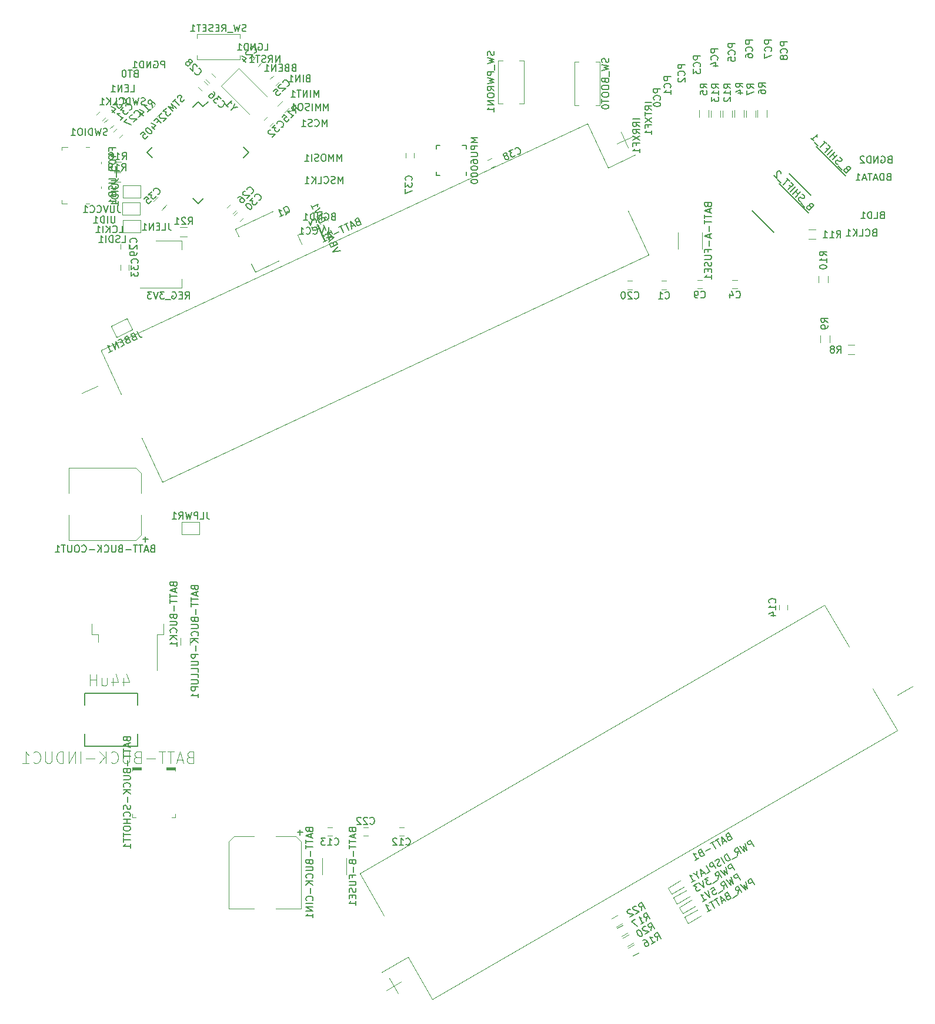
<source format=gbo>
G04 #@! TF.FileFunction,Legend,Bot*
%FSLAX46Y46*%
G04 Gerber Fmt 4.6, Leading zero omitted, Abs format (unit mm)*
G04 Created by KiCad (PCBNEW 4.0.6+dfsg1-1) date Wed Jun  6 21:54:31 2018*
%MOMM*%
%LPD*%
G01*
G04 APERTURE LIST*
%ADD10C,0.100000*%
%ADD11C,0.120000*%
%ADD12C,0.152400*%
%ADD13C,0.150000*%
%ADD14C,0.050000*%
G04 APERTURE END LIST*
D10*
D11*
X121250000Y-78680000D02*
X122250000Y-78680000D01*
X122250000Y-77320000D02*
X121250000Y-77320000D01*
X127172721Y-67565614D02*
X126465614Y-68272721D01*
X127427279Y-69234386D02*
X128134386Y-68527279D01*
D10*
X128800000Y-162850000D02*
X128800000Y-163250000D01*
X125200000Y-162850000D02*
X125200000Y-163250000D01*
X130100000Y-170050000D02*
X130100000Y-169550000D01*
X130100000Y-170050000D02*
X129600000Y-170050000D01*
X130100000Y-162850000D02*
X128800000Y-162850000D01*
X130100000Y-162850000D02*
X130100000Y-163350000D01*
X123900000Y-162850000D02*
X125200000Y-162850000D01*
X123900000Y-162850000D02*
X123900000Y-163350000D01*
X123900000Y-170050000D02*
X124400000Y-170050000D01*
X123900000Y-170050000D02*
X123900000Y-169550000D01*
X123900000Y-162950000D02*
X125200000Y-162950000D01*
X123900000Y-163050000D02*
X125200000Y-163050000D01*
X123900000Y-163150000D02*
X125200000Y-163150000D01*
X123900000Y-163250000D02*
X125200000Y-163250000D01*
X130100000Y-162950000D02*
X128800000Y-162950000D01*
X130100000Y-163050000D02*
X128800000Y-163050000D01*
X130100000Y-163150000D02*
X128800000Y-163150000D01*
X130100000Y-163250000D02*
X128800000Y-163250000D01*
D11*
X125210000Y-120550000D02*
X125210000Y-123440000D01*
X125210000Y-129450000D02*
X125210000Y-126560000D01*
X114790000Y-130210000D02*
X114790000Y-126560000D01*
X114790000Y-119790000D02*
X114790000Y-123440000D01*
X114790000Y-130210000D02*
X124450000Y-130210000D01*
X124450000Y-130210000D02*
X125210000Y-129450000D01*
X125210000Y-120550000D02*
X124450000Y-119790000D01*
X124450000Y-119790000D02*
X114790000Y-119790000D01*
D12*
X124629400Y-158082800D02*
X124629400Y-159810000D01*
X117009400Y-153917200D02*
X117009400Y-152190000D01*
X117009400Y-152190000D02*
X124629400Y-152190000D01*
X124629400Y-152190000D02*
X124629400Y-153917200D01*
X124629400Y-159810000D02*
X117009400Y-159810000D01*
X117009400Y-159810000D02*
X117009400Y-158082800D01*
D11*
X211930000Y-69350000D02*
X211930000Y-68350000D01*
X210570000Y-68350000D02*
X210570000Y-69350000D01*
X206880000Y-69350000D02*
X206880000Y-68350000D01*
X205520000Y-68350000D02*
X205520000Y-69350000D01*
X215290000Y-69340000D02*
X215290000Y-68340000D01*
X213930000Y-68340000D02*
X213930000Y-69340000D01*
X213620000Y-69360000D02*
X213620000Y-68360000D01*
X212260000Y-68360000D02*
X212260000Y-69360000D01*
X226900000Y-103480000D02*
X227900000Y-103480000D01*
X227900000Y-102120000D02*
X226900000Y-102120000D01*
X222920000Y-100750000D02*
X222920000Y-101750000D01*
X224280000Y-101750000D02*
X224280000Y-100750000D01*
X222720000Y-92150000D02*
X222720000Y-93150000D01*
X224080000Y-93150000D02*
X224080000Y-92150000D01*
X222300000Y-85520000D02*
X221300000Y-85520000D01*
X221300000Y-86880000D02*
X222300000Y-86880000D01*
X210270000Y-69360000D02*
X210270000Y-68360000D01*
X208910000Y-68360000D02*
X208910000Y-69360000D01*
X208560000Y-69360000D02*
X208560000Y-68360000D01*
X207200000Y-68360000D02*
X207200000Y-69360000D01*
X200800000Y-92900000D02*
X200100000Y-92900000D01*
X200100000Y-94100000D02*
X200800000Y-94100000D01*
X211000000Y-92800000D02*
X210300000Y-92800000D01*
X210300000Y-94000000D02*
X211000000Y-94000000D01*
X205950000Y-92800000D02*
X205250000Y-92800000D01*
X205250000Y-94000000D02*
X205950000Y-94000000D01*
X163000000Y-171500000D02*
X162300000Y-171500000D01*
X162300000Y-172700000D02*
X163000000Y-172700000D01*
X152700000Y-171500000D02*
X152000000Y-171500000D01*
X152000000Y-172700000D02*
X152700000Y-172700000D01*
X218200000Y-140200000D02*
X218200000Y-139500000D01*
X217000000Y-139500000D02*
X217000000Y-140200000D01*
X195900000Y-92900000D02*
X195200000Y-92900000D01*
X195200000Y-94100000D02*
X195900000Y-94100000D01*
X157150000Y-172700000D02*
X157850000Y-172700000D01*
X157850000Y-171500000D02*
X157150000Y-171500000D01*
X163595999Y-190164127D02*
X159820129Y-192344127D01*
X156655999Y-178143695D02*
X160155999Y-184205873D01*
X223582443Y-139503695D02*
X156655999Y-178143695D01*
X227082443Y-145565873D02*
X223582443Y-139503695D01*
X167095999Y-196226305D02*
X163595999Y-190164127D01*
X234022443Y-157586305D02*
X167095999Y-196226305D01*
X230522443Y-151524127D02*
X234012443Y-157568985D01*
X236227832Y-151186152D02*
X234062769Y-152436152D01*
X160450610Y-194936152D02*
X162615673Y-193686152D01*
X160908141Y-193228621D02*
X162158141Y-195393684D01*
X123927178Y-99899413D02*
X121625156Y-100972863D01*
X120872896Y-99359635D02*
X123174918Y-98286185D01*
X120872896Y-99359635D02*
X121625156Y-100972863D01*
X123927178Y-99899413D02*
X123174918Y-98286185D01*
X125070000Y-80910000D02*
X122530000Y-80910000D01*
X122530000Y-79130000D02*
X125070000Y-79130000D01*
X122530000Y-79130000D02*
X122530000Y-80910000D01*
X125070000Y-80910000D02*
X125070000Y-79130000D01*
X122500000Y-81640000D02*
X125040000Y-81640000D01*
X125040000Y-83420000D02*
X122500000Y-83420000D01*
X125040000Y-83420000D02*
X125040000Y-81640000D01*
X122500000Y-81640000D02*
X122500000Y-83420000D01*
X203924167Y-185283013D02*
X203424167Y-184416987D01*
X203424167Y-184416987D02*
X205242820Y-183366987D01*
X203924167Y-185283013D02*
X205742820Y-184233013D01*
X196143494Y-188336103D02*
X195277468Y-188836103D01*
X195957468Y-190013897D02*
X196823494Y-189513897D01*
X194543494Y-185536103D02*
X193677468Y-186036103D01*
X194357468Y-187213897D02*
X195223494Y-186713897D01*
X128425000Y-142250000D02*
X128425000Y-143750000D01*
X128425000Y-143750000D02*
X127475000Y-143750000D01*
X127475000Y-143750000D02*
X127475000Y-148875000D01*
X118025000Y-142250000D02*
X118025000Y-143750000D01*
X118025000Y-143750000D02*
X118975000Y-143750000D01*
X118975000Y-143750000D02*
X118975000Y-144850000D01*
X205910000Y-88285000D02*
X205910000Y-85925000D01*
X202490000Y-88285000D02*
X202490000Y-85925000D01*
X154710000Y-178285000D02*
X154710000Y-175925000D01*
X151290000Y-178285000D02*
X151290000Y-175925000D01*
X138550000Y-172790000D02*
X141440000Y-172790000D01*
X147450000Y-172790000D02*
X144560000Y-172790000D01*
X148210000Y-183210000D02*
X144560000Y-183210000D01*
X137790000Y-183210000D02*
X141440000Y-183210000D01*
X148210000Y-183210000D02*
X148210000Y-173550000D01*
X148210000Y-173550000D02*
X147450000Y-172790000D01*
X138550000Y-172790000D02*
X137790000Y-173550000D01*
X137790000Y-173550000D02*
X137790000Y-183210000D01*
X130820000Y-144250000D02*
X130820000Y-145250000D01*
X132180000Y-145250000D02*
X132180000Y-144250000D01*
X141987107Y-62021421D02*
X142482081Y-61526447D01*
X141633553Y-60677919D02*
X141138579Y-61172893D01*
X144193553Y-63367919D02*
X143698579Y-63862893D01*
X144547107Y-64711421D02*
X145042081Y-64216447D01*
X138013553Y-81877919D02*
X137518579Y-82372893D01*
X138367107Y-83221421D02*
X138862081Y-82726447D01*
X122046447Y-72262081D02*
X122541421Y-71767107D01*
X121692893Y-70918579D02*
X121197919Y-71413553D01*
X134458579Y-63907107D02*
X134953553Y-64402081D01*
X135802081Y-63553553D02*
X135307107Y-63058579D01*
X123390000Y-88300000D02*
X123390000Y-87600000D01*
X122190000Y-87600000D02*
X122190000Y-88300000D01*
X139436447Y-84302081D02*
X139931421Y-83807107D01*
X139082893Y-82958579D02*
X138587919Y-83453553D01*
X120333223Y-69628249D02*
X119838249Y-70123223D01*
X120686777Y-70971751D02*
X121181751Y-70476777D01*
X143392893Y-69258579D02*
X142897919Y-69753553D01*
X143746447Y-70602081D02*
X144241421Y-70107107D01*
X122180000Y-90600000D02*
X122180000Y-91300000D01*
X123380000Y-91300000D02*
X123380000Y-90600000D01*
X119556447Y-69842081D02*
X120051421Y-69347107D01*
X119202893Y-68498579D02*
X118707919Y-68993553D01*
X126938299Y-81459620D02*
X127645406Y-80752513D01*
X128847487Y-81954594D02*
X128140380Y-82661701D01*
X133358579Y-65007107D02*
X133853553Y-65502081D01*
X134702081Y-64653553D02*
X134207107Y-64158579D01*
X163250000Y-74450000D02*
X163250000Y-75150000D01*
X164450000Y-75150000D02*
X164450000Y-74450000D01*
X175663637Y-75225263D02*
X175029221Y-75521096D01*
X175536363Y-76608665D02*
X176170779Y-76312832D01*
X145542391Y-66995944D02*
X144835284Y-67703051D01*
X145796949Y-68664716D02*
X146504056Y-67957609D01*
X121300000Y-77080000D02*
X122300000Y-77080000D01*
X122300000Y-75720000D02*
X121300000Y-75720000D01*
X131010000Y-87090000D02*
X131010000Y-88350000D01*
X131010000Y-93910000D02*
X131010000Y-92650000D01*
X127250000Y-87090000D02*
X131010000Y-87090000D01*
X125000000Y-93910000D02*
X131010000Y-93910000D01*
D13*
X133378858Y-67113604D02*
X134085965Y-67820711D01*
X126060303Y-74432159D02*
X126820443Y-75192299D01*
X133378858Y-81750714D02*
X132618718Y-80990574D01*
X140697413Y-74432159D02*
X139937273Y-73672019D01*
X133378858Y-67113604D02*
X132618718Y-67873744D01*
X140697413Y-74432159D02*
X139937273Y-75192299D01*
X133378858Y-81750714D02*
X134138998Y-80990574D01*
X126060303Y-74432159D02*
X126820443Y-73672019D01*
X134085965Y-67820711D02*
X134810749Y-67095926D01*
D11*
X140728248Y-68873833D02*
X136662384Y-64807969D01*
X136662384Y-64807969D02*
X139207969Y-62262384D01*
X139207969Y-62262384D02*
X143273833Y-66328248D01*
X133580000Y-129360000D02*
X131040000Y-129360000D01*
X131040000Y-127580000D02*
X133580000Y-127580000D01*
X131040000Y-127580000D02*
X131040000Y-129360000D01*
X133580000Y-129360000D02*
X133580000Y-127580000D01*
X125100000Y-85960000D02*
X122560000Y-85960000D01*
X122560000Y-84180000D02*
X125100000Y-84180000D01*
X122560000Y-84180000D02*
X122560000Y-85960000D01*
X125100000Y-85960000D02*
X125100000Y-84180000D01*
X202331347Y-182483013D02*
X201831347Y-181616987D01*
X201831347Y-181616987D02*
X203650000Y-180566987D01*
X202331347Y-182483013D02*
X204150000Y-181433013D01*
X203124167Y-183883013D02*
X202624167Y-183016987D01*
X202624167Y-183016987D02*
X204442820Y-181966987D01*
X203124167Y-183883013D02*
X204942820Y-182833013D01*
X201524167Y-181083013D02*
X201024167Y-180216987D01*
X201024167Y-180216987D02*
X202842820Y-179166987D01*
X201524167Y-181083013D02*
X203342820Y-180033013D01*
X141564950Y-91566462D02*
X141032451Y-90424515D01*
X138682694Y-85385443D02*
X139215193Y-86527391D01*
X144972668Y-89977418D02*
X141564950Y-91566462D01*
X144129604Y-82845508D02*
X138682694Y-85385443D01*
X195343494Y-186936103D02*
X194477468Y-187436103D01*
X195157468Y-188613897D02*
X196023494Y-188113897D01*
X130760000Y-86480000D02*
X131760000Y-86480000D01*
X131760000Y-85120000D02*
X130760000Y-85120000D01*
X193743013Y-184136103D02*
X192876987Y-184636103D01*
X193556987Y-185813897D02*
X194423013Y-185313897D01*
D13*
X221593755Y-80545585D02*
X218482485Y-77434315D01*
X226614213Y-77752513D02*
X222389250Y-73527550D01*
X216251472Y-85887868D02*
X213140202Y-82776598D01*
X221271930Y-83094796D02*
X217046967Y-78869833D01*
D11*
X180250000Y-61200000D02*
X179600000Y-61200000D01*
X176550000Y-61200000D02*
X177200000Y-61200000D01*
X177200000Y-67400000D02*
X176550000Y-67400000D01*
X180250000Y-67400000D02*
X179600000Y-67400000D01*
X180250000Y-61200000D02*
X180250000Y-67400000D01*
X176550000Y-67400000D02*
X176550000Y-61200000D01*
X152091701Y-84263637D02*
X151795868Y-83629221D01*
X150708299Y-84136363D02*
X151004132Y-84770779D01*
X191250000Y-61400000D02*
X190600000Y-61400000D01*
X187550000Y-61400000D02*
X188200000Y-61400000D01*
X188200000Y-67600000D02*
X187550000Y-67600000D01*
X191250000Y-67600000D02*
X190600000Y-67600000D01*
X191250000Y-61400000D02*
X191250000Y-67600000D01*
X187550000Y-67600000D02*
X187550000Y-61400000D01*
X133200000Y-57350000D02*
X133200000Y-58000000D01*
X133200000Y-61050000D02*
X133200000Y-60400000D01*
X139400000Y-60400000D02*
X139400000Y-61050000D01*
X139400000Y-57350000D02*
X139400000Y-58000000D01*
X133200000Y-57350000D02*
X139400000Y-57350000D01*
X139400000Y-61050000D02*
X133200000Y-61050000D01*
X147669462Y-86285251D02*
X148512328Y-85892216D01*
X150533394Y-84949777D02*
X149690528Y-85342812D01*
X150533394Y-84949777D02*
X151446250Y-86907402D01*
X147669462Y-86285251D02*
X148286484Y-87608460D01*
D10*
X117700000Y-73650000D02*
X117200000Y-73650000D01*
X119450000Y-76050000D02*
X119450000Y-75750000D01*
X117700000Y-81750000D02*
X117250000Y-81750000D01*
X119450000Y-79600000D02*
X119450000Y-79300000D01*
X114500000Y-81750000D02*
X113700000Y-81750000D01*
X113700000Y-81750000D02*
X113700000Y-81250000D01*
X113700000Y-74100000D02*
X113700000Y-73650000D01*
X113700000Y-73650000D02*
X114550000Y-73650000D01*
D11*
X192370885Y-76566134D02*
X196322387Y-74723518D01*
X198236827Y-89145686D02*
X195278499Y-82801531D01*
X128197361Y-121805625D02*
X198236827Y-89145686D01*
X125239033Y-115461470D02*
X128197361Y-121805625D01*
X189412557Y-70221979D02*
X192370885Y-76566134D01*
X119373091Y-102881918D02*
X189412557Y-70221979D01*
X122331419Y-109226073D02*
X119381544Y-102900044D01*
X116618284Y-109065504D02*
X118884053Y-108008959D01*
X195920215Y-72086406D02*
X193654446Y-73142952D01*
X195315603Y-73747564D02*
X194259058Y-71481794D01*
D13*
X171950000Y-73400000D02*
X171425000Y-73400000D01*
X167650000Y-77700000D02*
X168175000Y-77700000D01*
X167650000Y-73400000D02*
X168175000Y-73400000D01*
X171950000Y-77700000D02*
X171950000Y-77175000D01*
X167650000Y-77700000D02*
X167650000Y-77175000D01*
X167650000Y-73400000D02*
X167650000Y-73925000D01*
X171950000Y-73400000D02*
X171950000Y-73925000D01*
X122392857Y-77002381D02*
X122726191Y-76526190D01*
X122964286Y-77002381D02*
X122964286Y-76002381D01*
X122583333Y-76002381D01*
X122488095Y-76050000D01*
X122440476Y-76097619D01*
X122392857Y-76192857D01*
X122392857Y-76335714D01*
X122440476Y-76430952D01*
X122488095Y-76478571D01*
X122583333Y-76526190D01*
X122964286Y-76526190D01*
X121440476Y-77002381D02*
X122011905Y-77002381D01*
X121726191Y-77002381D02*
X121726191Y-76002381D01*
X121821429Y-76145238D01*
X121916667Y-76240476D01*
X122011905Y-76288095D01*
X120964286Y-77002381D02*
X120773810Y-77002381D01*
X120678571Y-76954762D01*
X120630952Y-76907143D01*
X120535714Y-76764286D01*
X120488095Y-76573810D01*
X120488095Y-76192857D01*
X120535714Y-76097619D01*
X120583333Y-76050000D01*
X120678571Y-76002381D01*
X120869048Y-76002381D01*
X120964286Y-76050000D01*
X121011905Y-76097619D01*
X121059524Y-76192857D01*
X121059524Y-76430952D01*
X121011905Y-76526190D01*
X120964286Y-76573810D01*
X120869048Y-76621429D01*
X120678571Y-76621429D01*
X120583333Y-76573810D01*
X120535714Y-76526190D01*
X120488095Y-76430952D01*
X126774450Y-67865313D02*
X126673435Y-67292893D01*
X127178512Y-67461252D02*
X126471405Y-66754145D01*
X126202030Y-67023519D01*
X126168359Y-67124535D01*
X126168359Y-67191878D01*
X126202030Y-67292893D01*
X126303045Y-67393908D01*
X126404061Y-67427580D01*
X126471404Y-67427580D01*
X126572419Y-67393908D01*
X126841794Y-67124534D01*
X126101015Y-68538748D02*
X126505076Y-68134687D01*
X126303046Y-68336717D02*
X125595939Y-67629610D01*
X125764298Y-67663282D01*
X125898985Y-67663282D01*
X126000000Y-67629610D01*
X125023519Y-68673435D02*
X125494924Y-69144840D01*
X124922504Y-68235702D02*
X125595939Y-68572420D01*
X125158206Y-69010153D01*
X123098571Y-158807143D02*
X123146190Y-158950000D01*
X123193810Y-158997619D01*
X123289048Y-159045238D01*
X123431905Y-159045238D01*
X123527143Y-158997619D01*
X123574762Y-158950000D01*
X123622381Y-158854762D01*
X123622381Y-158473809D01*
X122622381Y-158473809D01*
X122622381Y-158807143D01*
X122670000Y-158902381D01*
X122717619Y-158950000D01*
X122812857Y-158997619D01*
X122908095Y-158997619D01*
X123003333Y-158950000D01*
X123050952Y-158902381D01*
X123098571Y-158807143D01*
X123098571Y-158473809D01*
X123336667Y-159426190D02*
X123336667Y-159902381D01*
X123622381Y-159330952D02*
X122622381Y-159664285D01*
X123622381Y-159997619D01*
X122622381Y-160188095D02*
X122622381Y-160759524D01*
X123622381Y-160473809D02*
X122622381Y-160473809D01*
X122622381Y-160950000D02*
X122622381Y-161521429D01*
X123622381Y-161235714D02*
X122622381Y-161235714D01*
X123241429Y-161854762D02*
X123241429Y-162616667D01*
X123098571Y-163426191D02*
X123146190Y-163569048D01*
X123193810Y-163616667D01*
X123289048Y-163664286D01*
X123431905Y-163664286D01*
X123527143Y-163616667D01*
X123574762Y-163569048D01*
X123622381Y-163473810D01*
X123622381Y-163092857D01*
X122622381Y-163092857D01*
X122622381Y-163426191D01*
X122670000Y-163521429D01*
X122717619Y-163569048D01*
X122812857Y-163616667D01*
X122908095Y-163616667D01*
X123003333Y-163569048D01*
X123050952Y-163521429D01*
X123098571Y-163426191D01*
X123098571Y-163092857D01*
X122622381Y-164092857D02*
X123431905Y-164092857D01*
X123527143Y-164140476D01*
X123574762Y-164188095D01*
X123622381Y-164283333D01*
X123622381Y-164473810D01*
X123574762Y-164569048D01*
X123527143Y-164616667D01*
X123431905Y-164664286D01*
X122622381Y-164664286D01*
X123527143Y-165711905D02*
X123574762Y-165664286D01*
X123622381Y-165521429D01*
X123622381Y-165426191D01*
X123574762Y-165283333D01*
X123479524Y-165188095D01*
X123384286Y-165140476D01*
X123193810Y-165092857D01*
X123050952Y-165092857D01*
X122860476Y-165140476D01*
X122765238Y-165188095D01*
X122670000Y-165283333D01*
X122622381Y-165426191D01*
X122622381Y-165521429D01*
X122670000Y-165664286D01*
X122717619Y-165711905D01*
X123622381Y-166140476D02*
X122622381Y-166140476D01*
X123622381Y-166711905D02*
X123050952Y-166283333D01*
X122622381Y-166711905D02*
X123193810Y-166140476D01*
X123241429Y-167140476D02*
X123241429Y-167902381D01*
X123574762Y-168330952D02*
X123622381Y-168473809D01*
X123622381Y-168711905D01*
X123574762Y-168807143D01*
X123527143Y-168854762D01*
X123431905Y-168902381D01*
X123336667Y-168902381D01*
X123241429Y-168854762D01*
X123193810Y-168807143D01*
X123146190Y-168711905D01*
X123098571Y-168521428D01*
X123050952Y-168426190D01*
X123003333Y-168378571D01*
X122908095Y-168330952D01*
X122812857Y-168330952D01*
X122717619Y-168378571D01*
X122670000Y-168426190D01*
X122622381Y-168521428D01*
X122622381Y-168759524D01*
X122670000Y-168902381D01*
X123527143Y-169902381D02*
X123574762Y-169854762D01*
X123622381Y-169711905D01*
X123622381Y-169616667D01*
X123574762Y-169473809D01*
X123479524Y-169378571D01*
X123384286Y-169330952D01*
X123193810Y-169283333D01*
X123050952Y-169283333D01*
X122860476Y-169330952D01*
X122765238Y-169378571D01*
X122670000Y-169473809D01*
X122622381Y-169616667D01*
X122622381Y-169711905D01*
X122670000Y-169854762D01*
X122717619Y-169902381D01*
X123622381Y-170330952D02*
X122622381Y-170330952D01*
X123098571Y-170330952D02*
X123098571Y-170902381D01*
X123622381Y-170902381D02*
X122622381Y-170902381D01*
X122622381Y-171569047D02*
X122622381Y-171759524D01*
X122670000Y-171854762D01*
X122765238Y-171950000D01*
X122955714Y-171997619D01*
X123289048Y-171997619D01*
X123479524Y-171950000D01*
X123574762Y-171854762D01*
X123622381Y-171759524D01*
X123622381Y-171569047D01*
X123574762Y-171473809D01*
X123479524Y-171378571D01*
X123289048Y-171330952D01*
X122955714Y-171330952D01*
X122765238Y-171378571D01*
X122670000Y-171473809D01*
X122622381Y-171569047D01*
X122622381Y-172283333D02*
X122622381Y-172854762D01*
X123622381Y-172569047D02*
X122622381Y-172569047D01*
X122622381Y-173045238D02*
X122622381Y-173616667D01*
X123622381Y-173330952D02*
X122622381Y-173330952D01*
X123622381Y-174473810D02*
X123622381Y-173902381D01*
X123622381Y-174188095D02*
X122622381Y-174188095D01*
X122765238Y-174092857D01*
X122860476Y-173997619D01*
X122908095Y-173902381D01*
X126785714Y-131388571D02*
X126642857Y-131436190D01*
X126595238Y-131483810D01*
X126547619Y-131579048D01*
X126547619Y-131721905D01*
X126595238Y-131817143D01*
X126642857Y-131864762D01*
X126738095Y-131912381D01*
X127119048Y-131912381D01*
X127119048Y-130912381D01*
X126785714Y-130912381D01*
X126690476Y-130960000D01*
X126642857Y-131007619D01*
X126595238Y-131102857D01*
X126595238Y-131198095D01*
X126642857Y-131293333D01*
X126690476Y-131340952D01*
X126785714Y-131388571D01*
X127119048Y-131388571D01*
X126166667Y-131626667D02*
X125690476Y-131626667D01*
X126261905Y-131912381D02*
X125928572Y-130912381D01*
X125595238Y-131912381D01*
X125404762Y-130912381D02*
X124833333Y-130912381D01*
X125119048Y-131912381D02*
X125119048Y-130912381D01*
X124642857Y-130912381D02*
X124071428Y-130912381D01*
X124357143Y-131912381D02*
X124357143Y-130912381D01*
X123738095Y-131531429D02*
X122976190Y-131531429D01*
X122166666Y-131388571D02*
X122023809Y-131436190D01*
X121976190Y-131483810D01*
X121928571Y-131579048D01*
X121928571Y-131721905D01*
X121976190Y-131817143D01*
X122023809Y-131864762D01*
X122119047Y-131912381D01*
X122500000Y-131912381D01*
X122500000Y-130912381D01*
X122166666Y-130912381D01*
X122071428Y-130960000D01*
X122023809Y-131007619D01*
X121976190Y-131102857D01*
X121976190Y-131198095D01*
X122023809Y-131293333D01*
X122071428Y-131340952D01*
X122166666Y-131388571D01*
X122500000Y-131388571D01*
X121500000Y-130912381D02*
X121500000Y-131721905D01*
X121452381Y-131817143D01*
X121404762Y-131864762D01*
X121309524Y-131912381D01*
X121119047Y-131912381D01*
X121023809Y-131864762D01*
X120976190Y-131817143D01*
X120928571Y-131721905D01*
X120928571Y-130912381D01*
X119880952Y-131817143D02*
X119928571Y-131864762D01*
X120071428Y-131912381D01*
X120166666Y-131912381D01*
X120309524Y-131864762D01*
X120404762Y-131769524D01*
X120452381Y-131674286D01*
X120500000Y-131483810D01*
X120500000Y-131340952D01*
X120452381Y-131150476D01*
X120404762Y-131055238D01*
X120309524Y-130960000D01*
X120166666Y-130912381D01*
X120071428Y-130912381D01*
X119928571Y-130960000D01*
X119880952Y-131007619D01*
X119452381Y-131912381D02*
X119452381Y-130912381D01*
X118880952Y-131912381D02*
X119309524Y-131340952D01*
X118880952Y-130912381D02*
X119452381Y-131483810D01*
X118452381Y-131531429D02*
X117690476Y-131531429D01*
X116642857Y-131817143D02*
X116690476Y-131864762D01*
X116833333Y-131912381D01*
X116928571Y-131912381D01*
X117071429Y-131864762D01*
X117166667Y-131769524D01*
X117214286Y-131674286D01*
X117261905Y-131483810D01*
X117261905Y-131340952D01*
X117214286Y-131150476D01*
X117166667Y-131055238D01*
X117071429Y-130960000D01*
X116928571Y-130912381D01*
X116833333Y-130912381D01*
X116690476Y-130960000D01*
X116642857Y-131007619D01*
X116023810Y-130912381D02*
X115833333Y-130912381D01*
X115738095Y-130960000D01*
X115642857Y-131055238D01*
X115595238Y-131245714D01*
X115595238Y-131579048D01*
X115642857Y-131769524D01*
X115738095Y-131864762D01*
X115833333Y-131912381D01*
X116023810Y-131912381D01*
X116119048Y-131864762D01*
X116214286Y-131769524D01*
X116261905Y-131579048D01*
X116261905Y-131245714D01*
X116214286Y-131055238D01*
X116119048Y-130960000D01*
X116023810Y-130912381D01*
X115166667Y-130912381D02*
X115166667Y-131721905D01*
X115119048Y-131817143D01*
X115071429Y-131864762D01*
X114976191Y-131912381D01*
X114785714Y-131912381D01*
X114690476Y-131864762D01*
X114642857Y-131817143D01*
X114595238Y-131721905D01*
X114595238Y-130912381D01*
X114261905Y-130912381D02*
X113690476Y-130912381D01*
X113976191Y-131912381D02*
X113976191Y-130912381D01*
X112833333Y-131912381D02*
X113404762Y-131912381D01*
X113119048Y-131912381D02*
X113119048Y-130912381D01*
X113214286Y-131055238D01*
X113309524Y-131150476D01*
X113404762Y-131198095D01*
X126160952Y-130041429D02*
X125399047Y-130041429D01*
X125779999Y-130422381D02*
X125779999Y-129660476D01*
D14*
X132167485Y-161401684D02*
X131932894Y-161479881D01*
X131854697Y-161558079D01*
X131776500Y-161714473D01*
X131776500Y-161949064D01*
X131854697Y-162105459D01*
X131932894Y-162183656D01*
X132089288Y-162261853D01*
X132714865Y-162261853D01*
X132714865Y-160619713D01*
X132167485Y-160619713D01*
X132011091Y-160697910D01*
X131932894Y-160776107D01*
X131854697Y-160932501D01*
X131854697Y-161088896D01*
X131932894Y-161245290D01*
X132011091Y-161323487D01*
X132167485Y-161401684D01*
X132714865Y-161401684D01*
X131150922Y-161792670D02*
X130368951Y-161792670D01*
X131307317Y-162261853D02*
X130759937Y-160619713D01*
X130212557Y-162261853D01*
X129899768Y-160619713D02*
X128961402Y-160619713D01*
X129430585Y-162261853D02*
X129430585Y-160619713D01*
X128648614Y-160619713D02*
X127710248Y-160619713D01*
X128179431Y-162261853D02*
X128179431Y-160619713D01*
X127162868Y-161636276D02*
X125911714Y-161636276D01*
X124582362Y-161401684D02*
X124347771Y-161479881D01*
X124269574Y-161558079D01*
X124191377Y-161714473D01*
X124191377Y-161949064D01*
X124269574Y-162105459D01*
X124347771Y-162183656D01*
X124504165Y-162261853D01*
X125129742Y-162261853D01*
X125129742Y-160619713D01*
X124582362Y-160619713D01*
X124425968Y-160697910D01*
X124347771Y-160776107D01*
X124269574Y-160932501D01*
X124269574Y-161088896D01*
X124347771Y-161245290D01*
X124425968Y-161323487D01*
X124582362Y-161401684D01*
X125129742Y-161401684D01*
X123487602Y-160619713D02*
X123487602Y-161949064D01*
X123409405Y-162105459D01*
X123331208Y-162183656D01*
X123174814Y-162261853D01*
X122862025Y-162261853D01*
X122705631Y-162183656D01*
X122627434Y-162105459D01*
X122549237Y-161949064D01*
X122549237Y-160619713D01*
X120828900Y-162105459D02*
X120907097Y-162183656D01*
X121141688Y-162261853D01*
X121298082Y-162261853D01*
X121532674Y-162183656D01*
X121689068Y-162027261D01*
X121767265Y-161870867D01*
X121845462Y-161558079D01*
X121845462Y-161323487D01*
X121767265Y-161010699D01*
X121689068Y-160854304D01*
X121532674Y-160697910D01*
X121298082Y-160619713D01*
X121141688Y-160619713D01*
X120907097Y-160697910D01*
X120828900Y-160776107D01*
X120125125Y-162261853D02*
X120125125Y-160619713D01*
X119186760Y-162261853D02*
X119890534Y-161323487D01*
X119186760Y-160619713D02*
X120125125Y-161558079D01*
X118482985Y-161636276D02*
X117231831Y-161636276D01*
X116449859Y-162261853D02*
X116449859Y-160619713D01*
X115667888Y-162261853D02*
X115667888Y-160619713D01*
X114729523Y-162261853D01*
X114729523Y-160619713D01*
X113947551Y-162261853D02*
X113947551Y-160619713D01*
X113556566Y-160619713D01*
X113321974Y-160697910D01*
X113165580Y-160854304D01*
X113087383Y-161010699D01*
X113009186Y-161323487D01*
X113009186Y-161558079D01*
X113087383Y-161870867D01*
X113165580Y-162027261D01*
X113321974Y-162183656D01*
X113556566Y-162261853D01*
X113947551Y-162261853D01*
X112305411Y-160619713D02*
X112305411Y-161949064D01*
X112227214Y-162105459D01*
X112149017Y-162183656D01*
X111992623Y-162261853D01*
X111679834Y-162261853D01*
X111523440Y-162183656D01*
X111445243Y-162105459D01*
X111367046Y-161949064D01*
X111367046Y-160619713D01*
X109646709Y-162105459D02*
X109724906Y-162183656D01*
X109959497Y-162261853D01*
X110115891Y-162261853D01*
X110350483Y-162183656D01*
X110506877Y-162027261D01*
X110585074Y-161870867D01*
X110663271Y-161558079D01*
X110663271Y-161323487D01*
X110585074Y-161010699D01*
X110506877Y-160854304D01*
X110350483Y-160697910D01*
X110115891Y-160619713D01*
X109959497Y-160619713D01*
X109724906Y-160697910D01*
X109646709Y-160776107D01*
X108082766Y-162261853D02*
X109021131Y-162261853D01*
X108551949Y-162261853D02*
X108551949Y-160619713D01*
X108708343Y-160854304D01*
X108864737Y-161010699D01*
X109021131Y-161088896D01*
X122664707Y-150046351D02*
X122664707Y-151142298D01*
X123056117Y-149420096D02*
X123447526Y-150594325D01*
X122429862Y-150594325D01*
X121099069Y-150046351D02*
X121099069Y-151142298D01*
X121490479Y-149420096D02*
X121881888Y-150594325D01*
X120864224Y-150594325D01*
X119533431Y-150046351D02*
X119533431Y-151142298D01*
X120237968Y-150046351D02*
X120237968Y-150907452D01*
X120159687Y-151064016D01*
X120003123Y-151142298D01*
X119768277Y-151142298D01*
X119611713Y-151064016D01*
X119533431Y-150985734D01*
X118750612Y-151142298D02*
X118750612Y-149498378D01*
X118750612Y-150281197D02*
X117811230Y-150281197D01*
X117811230Y-151142298D02*
X117811230Y-149498378D01*
D13*
X211802381Y-65033334D02*
X211326190Y-64700000D01*
X211802381Y-64461905D02*
X210802381Y-64461905D01*
X210802381Y-64842858D01*
X210850000Y-64938096D01*
X210897619Y-64985715D01*
X210992857Y-65033334D01*
X211135714Y-65033334D01*
X211230952Y-64985715D01*
X211278571Y-64938096D01*
X211326190Y-64842858D01*
X211326190Y-64461905D01*
X211135714Y-65890477D02*
X211802381Y-65890477D01*
X210754762Y-65652381D02*
X211469048Y-65414286D01*
X211469048Y-66033334D01*
X206652381Y-65133334D02*
X206176190Y-64800000D01*
X206652381Y-64561905D02*
X205652381Y-64561905D01*
X205652381Y-64942858D01*
X205700000Y-65038096D01*
X205747619Y-65085715D01*
X205842857Y-65133334D01*
X205985714Y-65133334D01*
X206080952Y-65085715D01*
X206128571Y-65038096D01*
X206176190Y-64942858D01*
X206176190Y-64561905D01*
X205652381Y-66038096D02*
X205652381Y-65561905D01*
X206128571Y-65514286D01*
X206080952Y-65561905D01*
X206033333Y-65657143D01*
X206033333Y-65895239D01*
X206080952Y-65990477D01*
X206128571Y-66038096D01*
X206223810Y-66085715D01*
X206461905Y-66085715D01*
X206557143Y-66038096D01*
X206604762Y-65990477D01*
X206652381Y-65895239D01*
X206652381Y-65657143D01*
X206604762Y-65561905D01*
X206557143Y-65514286D01*
X215062381Y-65023334D02*
X214586190Y-64690000D01*
X215062381Y-64451905D02*
X214062381Y-64451905D01*
X214062381Y-64832858D01*
X214110000Y-64928096D01*
X214157619Y-64975715D01*
X214252857Y-65023334D01*
X214395714Y-65023334D01*
X214490952Y-64975715D01*
X214538571Y-64928096D01*
X214586190Y-64832858D01*
X214586190Y-64451905D01*
X214062381Y-65880477D02*
X214062381Y-65690000D01*
X214110000Y-65594762D01*
X214157619Y-65547143D01*
X214300476Y-65451905D01*
X214490952Y-65404286D01*
X214871905Y-65404286D01*
X214967143Y-65451905D01*
X215014762Y-65499524D01*
X215062381Y-65594762D01*
X215062381Y-65785239D01*
X215014762Y-65880477D01*
X214967143Y-65928096D01*
X214871905Y-65975715D01*
X214633810Y-65975715D01*
X214538571Y-65928096D01*
X214490952Y-65880477D01*
X214443333Y-65785239D01*
X214443333Y-65594762D01*
X214490952Y-65499524D01*
X214538571Y-65451905D01*
X214633810Y-65404286D01*
X213392381Y-65143334D02*
X212916190Y-64810000D01*
X213392381Y-64571905D02*
X212392381Y-64571905D01*
X212392381Y-64952858D01*
X212440000Y-65048096D01*
X212487619Y-65095715D01*
X212582857Y-65143334D01*
X212725714Y-65143334D01*
X212820952Y-65095715D01*
X212868571Y-65048096D01*
X212916190Y-64952858D01*
X212916190Y-64571905D01*
X212392381Y-65476667D02*
X212392381Y-66143334D01*
X213392381Y-65714762D01*
X225366666Y-103252381D02*
X225700000Y-102776190D01*
X225938095Y-103252381D02*
X225938095Y-102252381D01*
X225557142Y-102252381D01*
X225461904Y-102300000D01*
X225414285Y-102347619D01*
X225366666Y-102442857D01*
X225366666Y-102585714D01*
X225414285Y-102680952D01*
X225461904Y-102728571D01*
X225557142Y-102776190D01*
X225938095Y-102776190D01*
X224795238Y-102680952D02*
X224890476Y-102633333D01*
X224938095Y-102585714D01*
X224985714Y-102490476D01*
X224985714Y-102442857D01*
X224938095Y-102347619D01*
X224890476Y-102300000D01*
X224795238Y-102252381D01*
X224604761Y-102252381D01*
X224509523Y-102300000D01*
X224461904Y-102347619D01*
X224414285Y-102442857D01*
X224414285Y-102490476D01*
X224461904Y-102585714D01*
X224509523Y-102633333D01*
X224604761Y-102680952D01*
X224795238Y-102680952D01*
X224890476Y-102728571D01*
X224938095Y-102776190D01*
X224985714Y-102871429D01*
X224985714Y-103061905D01*
X224938095Y-103157143D01*
X224890476Y-103204762D01*
X224795238Y-103252381D01*
X224604761Y-103252381D01*
X224509523Y-103204762D01*
X224461904Y-103157143D01*
X224414285Y-103061905D01*
X224414285Y-102871429D01*
X224461904Y-102776190D01*
X224509523Y-102728571D01*
X224604761Y-102680952D01*
X224052381Y-98833334D02*
X223576190Y-98500000D01*
X224052381Y-98261905D02*
X223052381Y-98261905D01*
X223052381Y-98642858D01*
X223100000Y-98738096D01*
X223147619Y-98785715D01*
X223242857Y-98833334D01*
X223385714Y-98833334D01*
X223480952Y-98785715D01*
X223528571Y-98738096D01*
X223576190Y-98642858D01*
X223576190Y-98261905D01*
X224052381Y-99309524D02*
X224052381Y-99500000D01*
X224004762Y-99595239D01*
X223957143Y-99642858D01*
X223814286Y-99738096D01*
X223623810Y-99785715D01*
X223242857Y-99785715D01*
X223147619Y-99738096D01*
X223100000Y-99690477D01*
X223052381Y-99595239D01*
X223052381Y-99404762D01*
X223100000Y-99309524D01*
X223147619Y-99261905D01*
X223242857Y-99214286D01*
X223480952Y-99214286D01*
X223576190Y-99261905D01*
X223623810Y-99309524D01*
X223671429Y-99404762D01*
X223671429Y-99595239D01*
X223623810Y-99690477D01*
X223576190Y-99738096D01*
X223480952Y-99785715D01*
X223852381Y-89257143D02*
X223376190Y-88923809D01*
X223852381Y-88685714D02*
X222852381Y-88685714D01*
X222852381Y-89066667D01*
X222900000Y-89161905D01*
X222947619Y-89209524D01*
X223042857Y-89257143D01*
X223185714Y-89257143D01*
X223280952Y-89209524D01*
X223328571Y-89161905D01*
X223376190Y-89066667D01*
X223376190Y-88685714D01*
X223852381Y-90209524D02*
X223852381Y-89638095D01*
X223852381Y-89923809D02*
X222852381Y-89923809D01*
X222995238Y-89828571D01*
X223090476Y-89733333D01*
X223138095Y-89638095D01*
X222852381Y-90828571D02*
X222852381Y-90923810D01*
X222900000Y-91019048D01*
X222947619Y-91066667D01*
X223042857Y-91114286D01*
X223233333Y-91161905D01*
X223471429Y-91161905D01*
X223661905Y-91114286D01*
X223757143Y-91066667D01*
X223804762Y-91019048D01*
X223852381Y-90923810D01*
X223852381Y-90828571D01*
X223804762Y-90733333D01*
X223757143Y-90685714D01*
X223661905Y-90638095D01*
X223471429Y-90590476D01*
X223233333Y-90590476D01*
X223042857Y-90638095D01*
X222947619Y-90685714D01*
X222900000Y-90733333D01*
X222852381Y-90828571D01*
X225292857Y-86652381D02*
X225626191Y-86176190D01*
X225864286Y-86652381D02*
X225864286Y-85652381D01*
X225483333Y-85652381D01*
X225388095Y-85700000D01*
X225340476Y-85747619D01*
X225292857Y-85842857D01*
X225292857Y-85985714D01*
X225340476Y-86080952D01*
X225388095Y-86128571D01*
X225483333Y-86176190D01*
X225864286Y-86176190D01*
X224340476Y-86652381D02*
X224911905Y-86652381D01*
X224626191Y-86652381D02*
X224626191Y-85652381D01*
X224721429Y-85795238D01*
X224816667Y-85890476D01*
X224911905Y-85938095D01*
X223388095Y-86652381D02*
X223959524Y-86652381D01*
X223673810Y-86652381D02*
X223673810Y-85652381D01*
X223769048Y-85795238D01*
X223864286Y-85890476D01*
X223959524Y-85938095D01*
X210042381Y-65167143D02*
X209566190Y-64833809D01*
X210042381Y-64595714D02*
X209042381Y-64595714D01*
X209042381Y-64976667D01*
X209090000Y-65071905D01*
X209137619Y-65119524D01*
X209232857Y-65167143D01*
X209375714Y-65167143D01*
X209470952Y-65119524D01*
X209518571Y-65071905D01*
X209566190Y-64976667D01*
X209566190Y-64595714D01*
X210042381Y-66119524D02*
X210042381Y-65548095D01*
X210042381Y-65833809D02*
X209042381Y-65833809D01*
X209185238Y-65738571D01*
X209280476Y-65643333D01*
X209328095Y-65548095D01*
X209137619Y-66500476D02*
X209090000Y-66548095D01*
X209042381Y-66643333D01*
X209042381Y-66881429D01*
X209090000Y-66976667D01*
X209137619Y-67024286D01*
X209232857Y-67071905D01*
X209328095Y-67071905D01*
X209470952Y-67024286D01*
X210042381Y-66452857D01*
X210042381Y-67071905D01*
X208332381Y-65167143D02*
X207856190Y-64833809D01*
X208332381Y-64595714D02*
X207332381Y-64595714D01*
X207332381Y-64976667D01*
X207380000Y-65071905D01*
X207427619Y-65119524D01*
X207522857Y-65167143D01*
X207665714Y-65167143D01*
X207760952Y-65119524D01*
X207808571Y-65071905D01*
X207856190Y-64976667D01*
X207856190Y-64595714D01*
X208332381Y-66119524D02*
X208332381Y-65548095D01*
X208332381Y-65833809D02*
X207332381Y-65833809D01*
X207475238Y-65738571D01*
X207570476Y-65643333D01*
X207618095Y-65548095D01*
X207332381Y-66452857D02*
X207332381Y-67071905D01*
X207713333Y-66738571D01*
X207713333Y-66881429D01*
X207760952Y-66976667D01*
X207808571Y-67024286D01*
X207903810Y-67071905D01*
X208141905Y-67071905D01*
X208237143Y-67024286D01*
X208284762Y-66976667D01*
X208332381Y-66881429D01*
X208332381Y-66595714D01*
X208284762Y-66500476D01*
X208237143Y-66452857D01*
X200616666Y-95357143D02*
X200664285Y-95404762D01*
X200807142Y-95452381D01*
X200902380Y-95452381D01*
X201045238Y-95404762D01*
X201140476Y-95309524D01*
X201188095Y-95214286D01*
X201235714Y-95023810D01*
X201235714Y-94880952D01*
X201188095Y-94690476D01*
X201140476Y-94595238D01*
X201045238Y-94500000D01*
X200902380Y-94452381D01*
X200807142Y-94452381D01*
X200664285Y-94500000D01*
X200616666Y-94547619D01*
X199664285Y-95452381D02*
X200235714Y-95452381D01*
X199950000Y-95452381D02*
X199950000Y-94452381D01*
X200045238Y-94595238D01*
X200140476Y-94690476D01*
X200235714Y-94738095D01*
X210816666Y-95257143D02*
X210864285Y-95304762D01*
X211007142Y-95352381D01*
X211102380Y-95352381D01*
X211245238Y-95304762D01*
X211340476Y-95209524D01*
X211388095Y-95114286D01*
X211435714Y-94923810D01*
X211435714Y-94780952D01*
X211388095Y-94590476D01*
X211340476Y-94495238D01*
X211245238Y-94400000D01*
X211102380Y-94352381D01*
X211007142Y-94352381D01*
X210864285Y-94400000D01*
X210816666Y-94447619D01*
X209959523Y-94685714D02*
X209959523Y-95352381D01*
X210197619Y-94304762D02*
X210435714Y-95019048D01*
X209816666Y-95019048D01*
X205766666Y-95257143D02*
X205814285Y-95304762D01*
X205957142Y-95352381D01*
X206052380Y-95352381D01*
X206195238Y-95304762D01*
X206290476Y-95209524D01*
X206338095Y-95114286D01*
X206385714Y-94923810D01*
X206385714Y-94780952D01*
X206338095Y-94590476D01*
X206290476Y-94495238D01*
X206195238Y-94400000D01*
X206052380Y-94352381D01*
X205957142Y-94352381D01*
X205814285Y-94400000D01*
X205766666Y-94447619D01*
X205290476Y-95352381D02*
X205100000Y-95352381D01*
X205004761Y-95304762D01*
X204957142Y-95257143D01*
X204861904Y-95114286D01*
X204814285Y-94923810D01*
X204814285Y-94542857D01*
X204861904Y-94447619D01*
X204909523Y-94400000D01*
X205004761Y-94352381D01*
X205195238Y-94352381D01*
X205290476Y-94400000D01*
X205338095Y-94447619D01*
X205385714Y-94542857D01*
X205385714Y-94780952D01*
X205338095Y-94876190D01*
X205290476Y-94923810D01*
X205195238Y-94971429D01*
X205004761Y-94971429D01*
X204909523Y-94923810D01*
X204861904Y-94876190D01*
X204814285Y-94780952D01*
X163292857Y-173957143D02*
X163340476Y-174004762D01*
X163483333Y-174052381D01*
X163578571Y-174052381D01*
X163721429Y-174004762D01*
X163816667Y-173909524D01*
X163864286Y-173814286D01*
X163911905Y-173623810D01*
X163911905Y-173480952D01*
X163864286Y-173290476D01*
X163816667Y-173195238D01*
X163721429Y-173100000D01*
X163578571Y-173052381D01*
X163483333Y-173052381D01*
X163340476Y-173100000D01*
X163292857Y-173147619D01*
X162340476Y-174052381D02*
X162911905Y-174052381D01*
X162626191Y-174052381D02*
X162626191Y-173052381D01*
X162721429Y-173195238D01*
X162816667Y-173290476D01*
X162911905Y-173338095D01*
X161959524Y-173147619D02*
X161911905Y-173100000D01*
X161816667Y-173052381D01*
X161578571Y-173052381D01*
X161483333Y-173100000D01*
X161435714Y-173147619D01*
X161388095Y-173242857D01*
X161388095Y-173338095D01*
X161435714Y-173480952D01*
X162007143Y-174052381D01*
X161388095Y-174052381D01*
X152992857Y-173957143D02*
X153040476Y-174004762D01*
X153183333Y-174052381D01*
X153278571Y-174052381D01*
X153421429Y-174004762D01*
X153516667Y-173909524D01*
X153564286Y-173814286D01*
X153611905Y-173623810D01*
X153611905Y-173480952D01*
X153564286Y-173290476D01*
X153516667Y-173195238D01*
X153421429Y-173100000D01*
X153278571Y-173052381D01*
X153183333Y-173052381D01*
X153040476Y-173100000D01*
X152992857Y-173147619D01*
X152040476Y-174052381D02*
X152611905Y-174052381D01*
X152326191Y-174052381D02*
X152326191Y-173052381D01*
X152421429Y-173195238D01*
X152516667Y-173290476D01*
X152611905Y-173338095D01*
X151707143Y-173052381D02*
X151088095Y-173052381D01*
X151421429Y-173433333D01*
X151278571Y-173433333D01*
X151183333Y-173480952D01*
X151135714Y-173528571D01*
X151088095Y-173623810D01*
X151088095Y-173861905D01*
X151135714Y-173957143D01*
X151183333Y-174004762D01*
X151278571Y-174052381D01*
X151564286Y-174052381D01*
X151659524Y-174004762D01*
X151707143Y-173957143D01*
X216457143Y-139207143D02*
X216504762Y-139159524D01*
X216552381Y-139016667D01*
X216552381Y-138921429D01*
X216504762Y-138778571D01*
X216409524Y-138683333D01*
X216314286Y-138635714D01*
X216123810Y-138588095D01*
X215980952Y-138588095D01*
X215790476Y-138635714D01*
X215695238Y-138683333D01*
X215600000Y-138778571D01*
X215552381Y-138921429D01*
X215552381Y-139016667D01*
X215600000Y-139159524D01*
X215647619Y-139207143D01*
X216552381Y-140159524D02*
X216552381Y-139588095D01*
X216552381Y-139873809D02*
X215552381Y-139873809D01*
X215695238Y-139778571D01*
X215790476Y-139683333D01*
X215838095Y-139588095D01*
X215885714Y-141016667D02*
X216552381Y-141016667D01*
X215504762Y-140778571D02*
X216219048Y-140540476D01*
X216219048Y-141159524D01*
X196192857Y-95357143D02*
X196240476Y-95404762D01*
X196383333Y-95452381D01*
X196478571Y-95452381D01*
X196621429Y-95404762D01*
X196716667Y-95309524D01*
X196764286Y-95214286D01*
X196811905Y-95023810D01*
X196811905Y-94880952D01*
X196764286Y-94690476D01*
X196716667Y-94595238D01*
X196621429Y-94500000D01*
X196478571Y-94452381D01*
X196383333Y-94452381D01*
X196240476Y-94500000D01*
X196192857Y-94547619D01*
X195811905Y-94547619D02*
X195764286Y-94500000D01*
X195669048Y-94452381D01*
X195430952Y-94452381D01*
X195335714Y-94500000D01*
X195288095Y-94547619D01*
X195240476Y-94642857D01*
X195240476Y-94738095D01*
X195288095Y-94880952D01*
X195859524Y-95452381D01*
X195240476Y-95452381D01*
X194621429Y-94452381D02*
X194526190Y-94452381D01*
X194430952Y-94500000D01*
X194383333Y-94547619D01*
X194335714Y-94642857D01*
X194288095Y-94833333D01*
X194288095Y-95071429D01*
X194335714Y-95261905D01*
X194383333Y-95357143D01*
X194430952Y-95404762D01*
X194526190Y-95452381D01*
X194621429Y-95452381D01*
X194716667Y-95404762D01*
X194764286Y-95357143D01*
X194811905Y-95261905D01*
X194859524Y-95071429D01*
X194859524Y-94833333D01*
X194811905Y-94642857D01*
X194764286Y-94547619D01*
X194716667Y-94500000D01*
X194621429Y-94452381D01*
X158142857Y-170957143D02*
X158190476Y-171004762D01*
X158333333Y-171052381D01*
X158428571Y-171052381D01*
X158571429Y-171004762D01*
X158666667Y-170909524D01*
X158714286Y-170814286D01*
X158761905Y-170623810D01*
X158761905Y-170480952D01*
X158714286Y-170290476D01*
X158666667Y-170195238D01*
X158571429Y-170100000D01*
X158428571Y-170052381D01*
X158333333Y-170052381D01*
X158190476Y-170100000D01*
X158142857Y-170147619D01*
X157761905Y-170147619D02*
X157714286Y-170100000D01*
X157619048Y-170052381D01*
X157380952Y-170052381D01*
X157285714Y-170100000D01*
X157238095Y-170147619D01*
X157190476Y-170242857D01*
X157190476Y-170338095D01*
X157238095Y-170480952D01*
X157809524Y-171052381D01*
X157190476Y-171052381D01*
X156809524Y-170147619D02*
X156761905Y-170100000D01*
X156666667Y-170052381D01*
X156428571Y-170052381D01*
X156333333Y-170100000D01*
X156285714Y-170147619D01*
X156238095Y-170242857D01*
X156238095Y-170338095D01*
X156285714Y-170480952D01*
X156857143Y-171052381D01*
X156238095Y-171052381D01*
X209714925Y-172880998D02*
X209615017Y-172993666D01*
X209597588Y-173058716D01*
X209603967Y-173165004D01*
X209675396Y-173288721D01*
X209764254Y-173347390D01*
X209829303Y-173364820D01*
X209935591Y-173358440D01*
X210265506Y-173167964D01*
X209765506Y-172301939D01*
X209476830Y-172468606D01*
X209418161Y-172557464D01*
X209400731Y-172622513D01*
X209407111Y-172728801D01*
X209454730Y-172811279D01*
X209543588Y-172869948D01*
X209608637Y-172887378D01*
X209714925Y-172880998D01*
X210003601Y-172714331D01*
X209297863Y-173396719D02*
X208885469Y-173634814D01*
X209523198Y-173596535D02*
X208734524Y-172897177D01*
X208945848Y-173929869D01*
X208280891Y-173159082D02*
X207786019Y-173444796D01*
X208533455Y-174167964D02*
X208033455Y-173301939D01*
X207621062Y-173540034D02*
X207126190Y-173825749D01*
X207873626Y-174548916D02*
X207373626Y-173682891D01*
X207147039Y-174528526D02*
X206487210Y-174909479D01*
X205714712Y-175190522D02*
X205614804Y-175303190D01*
X205597375Y-175368240D01*
X205603755Y-175474528D01*
X205675183Y-175598245D01*
X205764041Y-175656914D01*
X205829090Y-175674344D01*
X205935378Y-175667964D01*
X206265293Y-175477488D01*
X205765293Y-174611463D01*
X205476617Y-174778130D01*
X205417948Y-174866988D01*
X205400519Y-174932037D01*
X205406898Y-175038325D01*
X205454517Y-175120803D01*
X205543376Y-175179472D01*
X205608424Y-175196902D01*
X205714712Y-175190522D01*
X206003388Y-175023855D01*
X204945635Y-176239393D02*
X205440507Y-175953678D01*
X205193071Y-176096535D02*
X204693071Y-175230510D01*
X204846978Y-175306609D01*
X204977076Y-175341468D01*
X205083364Y-175335089D01*
X124573478Y-100174422D02*
X124875348Y-100821785D01*
X124978881Y-100931132D01*
X125105445Y-100977198D01*
X125255042Y-100959981D01*
X125341357Y-100919732D01*
X124041047Y-100948116D02*
X123931699Y-101051648D01*
X123908666Y-101114931D01*
X123905758Y-101221370D01*
X123966132Y-101350843D01*
X124049539Y-101417033D01*
X124112821Y-101440066D01*
X124219261Y-101442974D01*
X124564521Y-101281976D01*
X124141903Y-100375669D01*
X123839800Y-100516542D01*
X123773610Y-100599948D01*
X123750577Y-100663231D01*
X123747669Y-100769670D01*
X123787918Y-100855985D01*
X123871325Y-100922175D01*
X123934607Y-100945208D01*
X124041047Y-100948116D01*
X124343150Y-100807243D01*
X123134739Y-101370735D02*
X123025391Y-101474266D01*
X123002359Y-101537549D01*
X122999450Y-101643989D01*
X123059824Y-101773461D01*
X123143231Y-101839651D01*
X123206513Y-101862684D01*
X123312953Y-101865592D01*
X123658214Y-101704595D01*
X123235595Y-100798287D01*
X122933492Y-100939160D01*
X122867302Y-101022567D01*
X122844269Y-101085849D01*
X122841361Y-101192288D01*
X122881610Y-101278603D01*
X122965017Y-101344794D01*
X123028299Y-101367826D01*
X123134739Y-101370735D01*
X123436842Y-101229862D01*
X122530534Y-101652480D02*
X122228431Y-101793353D01*
X122320330Y-102328460D02*
X122751906Y-102127213D01*
X122329288Y-101220905D01*
X121897712Y-101422152D01*
X121931913Y-102509582D02*
X121509295Y-101603274D01*
X121414022Y-102751078D01*
X120991404Y-101844770D01*
X120507715Y-103173696D02*
X121025605Y-102932200D01*
X120766660Y-103052948D02*
X120344042Y-102146640D01*
X120490731Y-102235863D01*
X120617295Y-102281929D01*
X120723735Y-102284837D01*
X120852381Y-78504763D02*
X121566667Y-78504763D01*
X121709524Y-78457143D01*
X121804762Y-78361905D01*
X121852381Y-78219048D01*
X121852381Y-78123810D01*
X120852381Y-78980953D02*
X121661905Y-78980953D01*
X121757143Y-79028572D01*
X121804762Y-79076191D01*
X121852381Y-79171429D01*
X121852381Y-79361906D01*
X121804762Y-79457144D01*
X121757143Y-79504763D01*
X121661905Y-79552382D01*
X120852381Y-79552382D01*
X121852381Y-80028572D02*
X120852381Y-80028572D01*
X121852381Y-80504762D02*
X120852381Y-80504762D01*
X120852381Y-80742857D01*
X120900000Y-80885715D01*
X120995238Y-80980953D01*
X121090476Y-81028572D01*
X121280952Y-81076191D01*
X121423810Y-81076191D01*
X121614286Y-81028572D01*
X121709524Y-80980953D01*
X121804762Y-80885715D01*
X121852381Y-80742857D01*
X121852381Y-80504762D01*
X121852381Y-82028572D02*
X121852381Y-81457143D01*
X121852381Y-81742857D02*
X120852381Y-81742857D01*
X120995238Y-81647619D01*
X121090476Y-81552381D01*
X121138095Y-81457143D01*
X121785714Y-82052381D02*
X121785714Y-82766667D01*
X121833334Y-82909524D01*
X121928572Y-83004762D01*
X122071429Y-83052381D01*
X122166667Y-83052381D01*
X121309524Y-82052381D02*
X121309524Y-82861905D01*
X121261905Y-82957143D01*
X121214286Y-83004762D01*
X121119048Y-83052381D01*
X120928571Y-83052381D01*
X120833333Y-83004762D01*
X120785714Y-82957143D01*
X120738095Y-82861905D01*
X120738095Y-82052381D01*
X120404762Y-82052381D02*
X120071429Y-83052381D01*
X119738095Y-82052381D01*
X118833333Y-82957143D02*
X118880952Y-83004762D01*
X119023809Y-83052381D01*
X119119047Y-83052381D01*
X119261905Y-83004762D01*
X119357143Y-82909524D01*
X119404762Y-82814286D01*
X119452381Y-82623810D01*
X119452381Y-82480952D01*
X119404762Y-82290476D01*
X119357143Y-82195238D01*
X119261905Y-82100000D01*
X119119047Y-82052381D01*
X119023809Y-82052381D01*
X118880952Y-82100000D01*
X118833333Y-82147619D01*
X117833333Y-82957143D02*
X117880952Y-83004762D01*
X118023809Y-83052381D01*
X118119047Y-83052381D01*
X118261905Y-83004762D01*
X118357143Y-82909524D01*
X118404762Y-82814286D01*
X118452381Y-82623810D01*
X118452381Y-82480952D01*
X118404762Y-82290476D01*
X118357143Y-82195238D01*
X118261905Y-82100000D01*
X118119047Y-82052381D01*
X118023809Y-82052381D01*
X117880952Y-82100000D01*
X117833333Y-82147619D01*
X116880952Y-83052381D02*
X117452381Y-83052381D01*
X117166667Y-83052381D02*
X117166667Y-82052381D01*
X117261905Y-82195238D01*
X117357143Y-82290476D01*
X117452381Y-82338095D01*
X213494374Y-179751297D02*
X212994374Y-178885272D01*
X212664459Y-179075748D01*
X212605790Y-179164606D01*
X212588361Y-179229655D01*
X212594740Y-179335943D01*
X212666169Y-179459661D01*
X212755027Y-179518330D01*
X212820076Y-179535760D01*
X212926364Y-179529380D01*
X213256279Y-179338903D01*
X212210828Y-179337653D02*
X212504631Y-180322725D01*
X211982530Y-179799374D01*
X212174716Y-180513202D01*
X211468520Y-179766224D01*
X211143734Y-181108440D02*
X211194314Y-180529379D01*
X211638606Y-180822725D02*
X211138606Y-179956700D01*
X210808691Y-180147177D01*
X210750022Y-180236035D01*
X210732592Y-180301084D01*
X210738972Y-180407372D01*
X210810400Y-180531089D01*
X210899259Y-180589758D01*
X210964307Y-180607188D01*
X211070595Y-180600808D01*
X211400510Y-180410332D01*
X211026396Y-181286156D02*
X210366567Y-181667109D01*
X209562171Y-181416712D02*
X209462262Y-181529380D01*
X209444833Y-181594430D01*
X209451213Y-181700718D01*
X209522641Y-181824435D01*
X209611500Y-181883104D01*
X209676548Y-181900534D01*
X209782836Y-181894154D01*
X210112751Y-181703678D01*
X209612751Y-180837653D01*
X209324076Y-181004320D01*
X209265407Y-181093178D01*
X209247977Y-181158227D01*
X209254357Y-181264515D01*
X209301976Y-181346993D01*
X209390834Y-181405662D01*
X209455883Y-181423092D01*
X209562171Y-181416712D01*
X209850846Y-181250045D01*
X209145108Y-181932433D02*
X208732715Y-182170528D01*
X209370444Y-182132249D02*
X208581769Y-181432891D01*
X208793093Y-182465583D01*
X208128136Y-181694796D02*
X207633264Y-181980510D01*
X208380700Y-182703678D02*
X207880700Y-181837653D01*
X207468307Y-182075748D02*
X206973435Y-182361463D01*
X207720871Y-183084630D02*
X207220871Y-182218605D01*
X206731127Y-183656059D02*
X207225999Y-183370345D01*
X206978564Y-183513202D02*
X206478564Y-182647177D01*
X206632471Y-182723275D01*
X206762568Y-182758135D01*
X206868856Y-182751755D01*
X199482921Y-187770345D02*
X199533501Y-187191284D01*
X199977793Y-187484630D02*
X199477793Y-186618605D01*
X199147878Y-186809082D01*
X199089209Y-186897940D01*
X199071779Y-186962989D01*
X199078159Y-187069277D01*
X199149587Y-187192994D01*
X199238446Y-187251663D01*
X199303495Y-187269093D01*
X199409783Y-187262713D01*
X199739698Y-187072237D01*
X198658135Y-188246535D02*
X199153007Y-187960821D01*
X198905571Y-188103678D02*
X198405571Y-187237653D01*
X198559478Y-187313751D01*
X198689576Y-187348611D01*
X198795864Y-187342231D01*
X197415827Y-187809082D02*
X197580785Y-187713843D01*
X197687073Y-187707463D01*
X197752122Y-187724893D01*
X197906029Y-187800992D01*
X198042506Y-187942139D01*
X198232983Y-188272054D01*
X198239362Y-188378342D01*
X198221933Y-188443391D01*
X198163264Y-188532249D01*
X197998306Y-188627488D01*
X197892018Y-188633868D01*
X197826969Y-188616438D01*
X197738111Y-188557769D01*
X197619063Y-188351573D01*
X197612683Y-188245284D01*
X197630113Y-188180235D01*
X197688782Y-188091377D01*
X197853740Y-187996138D01*
X197960028Y-187989758D01*
X198025076Y-188007188D01*
X198113935Y-188065858D01*
X197933402Y-184945345D02*
X197983982Y-184366284D01*
X198428274Y-184659630D02*
X197928274Y-183793605D01*
X197598359Y-183984082D01*
X197539690Y-184072940D01*
X197522260Y-184137989D01*
X197528640Y-184244277D01*
X197600068Y-184367994D01*
X197688927Y-184426663D01*
X197753976Y-184444093D01*
X197860264Y-184437713D01*
X198190179Y-184247237D01*
X197108616Y-185421535D02*
X197603488Y-185135821D01*
X197356052Y-185278678D02*
X196856052Y-184412653D01*
X197009959Y-184488751D01*
X197140057Y-184523611D01*
X197246345Y-184517231D01*
X196319941Y-184722177D02*
X195742590Y-185055510D01*
X196613745Y-185707249D01*
X147130952Y-62178571D02*
X146988095Y-62226190D01*
X146940476Y-62273810D01*
X146892857Y-62369048D01*
X146892857Y-62511905D01*
X146940476Y-62607143D01*
X146988095Y-62654762D01*
X147083333Y-62702381D01*
X147464286Y-62702381D01*
X147464286Y-61702381D01*
X147130952Y-61702381D01*
X147035714Y-61750000D01*
X146988095Y-61797619D01*
X146940476Y-61892857D01*
X146940476Y-61988095D01*
X146988095Y-62083333D01*
X147035714Y-62130952D01*
X147130952Y-62178571D01*
X147464286Y-62178571D01*
X146130952Y-62178571D02*
X145988095Y-62226190D01*
X145940476Y-62273810D01*
X145892857Y-62369048D01*
X145892857Y-62511905D01*
X145940476Y-62607143D01*
X145988095Y-62654762D01*
X146083333Y-62702381D01*
X146464286Y-62702381D01*
X146464286Y-61702381D01*
X146130952Y-61702381D01*
X146035714Y-61750000D01*
X145988095Y-61797619D01*
X145940476Y-61892857D01*
X145940476Y-61988095D01*
X145988095Y-62083333D01*
X146035714Y-62130952D01*
X146130952Y-62178571D01*
X146464286Y-62178571D01*
X145464286Y-62178571D02*
X145130952Y-62178571D01*
X144988095Y-62702381D02*
X145464286Y-62702381D01*
X145464286Y-61702381D01*
X144988095Y-61702381D01*
X144559524Y-62702381D02*
X144559524Y-61702381D01*
X143988095Y-62702381D01*
X143988095Y-61702381D01*
X142988095Y-62702381D02*
X143559524Y-62702381D01*
X143273810Y-62702381D02*
X143273810Y-61702381D01*
X143369048Y-61845238D01*
X143464286Y-61940476D01*
X143559524Y-61988095D01*
X152808571Y-83598571D02*
X152665714Y-83646190D01*
X152618095Y-83693810D01*
X152570476Y-83789048D01*
X152570476Y-83931905D01*
X152618095Y-84027143D01*
X152665714Y-84074762D01*
X152760952Y-84122381D01*
X153141905Y-84122381D01*
X153141905Y-83122381D01*
X152808571Y-83122381D01*
X152713333Y-83170000D01*
X152665714Y-83217619D01*
X152618095Y-83312857D01*
X152618095Y-83408095D01*
X152665714Y-83503333D01*
X152713333Y-83550952D01*
X152808571Y-83598571D01*
X153141905Y-83598571D01*
X151618095Y-83170000D02*
X151713333Y-83122381D01*
X151856190Y-83122381D01*
X151999048Y-83170000D01*
X152094286Y-83265238D01*
X152141905Y-83360476D01*
X152189524Y-83550952D01*
X152189524Y-83693810D01*
X152141905Y-83884286D01*
X152094286Y-83979524D01*
X151999048Y-84074762D01*
X151856190Y-84122381D01*
X151760952Y-84122381D01*
X151618095Y-84074762D01*
X151570476Y-84027143D01*
X151570476Y-83693810D01*
X151760952Y-83693810D01*
X151141905Y-84122381D02*
X151141905Y-83122381D01*
X150570476Y-84122381D01*
X150570476Y-83122381D01*
X150094286Y-84122381D02*
X150094286Y-83122381D01*
X149856191Y-83122381D01*
X149713333Y-83170000D01*
X149618095Y-83265238D01*
X149570476Y-83360476D01*
X149522857Y-83550952D01*
X149522857Y-83693810D01*
X149570476Y-83884286D01*
X149618095Y-83979524D01*
X149713333Y-84074762D01*
X149856191Y-84122381D01*
X150094286Y-84122381D01*
X148570476Y-84122381D02*
X149141905Y-84122381D01*
X148856191Y-84122381D02*
X148856191Y-83122381D01*
X148951429Y-83265238D01*
X149046667Y-83360476D01*
X149141905Y-83408095D01*
X149166666Y-63728571D02*
X149023809Y-63776190D01*
X148976190Y-63823810D01*
X148928571Y-63919048D01*
X148928571Y-64061905D01*
X148976190Y-64157143D01*
X149023809Y-64204762D01*
X149119047Y-64252381D01*
X149500000Y-64252381D01*
X149500000Y-63252381D01*
X149166666Y-63252381D01*
X149071428Y-63300000D01*
X149023809Y-63347619D01*
X148976190Y-63442857D01*
X148976190Y-63538095D01*
X149023809Y-63633333D01*
X149071428Y-63680952D01*
X149166666Y-63728571D01*
X149500000Y-63728571D01*
X148500000Y-64252381D02*
X148500000Y-63252381D01*
X148023810Y-64252381D02*
X148023810Y-63252381D01*
X147452381Y-64252381D01*
X147452381Y-63252381D01*
X146452381Y-64252381D02*
X147023810Y-64252381D01*
X146738096Y-64252381D02*
X146738096Y-63252381D01*
X146833334Y-63395238D01*
X146928572Y-63490476D01*
X147023810Y-63538095D01*
X124385714Y-63028571D02*
X124242857Y-63076190D01*
X124195238Y-63123810D01*
X124147619Y-63219048D01*
X124147619Y-63361905D01*
X124195238Y-63457143D01*
X124242857Y-63504762D01*
X124338095Y-63552381D01*
X124719048Y-63552381D01*
X124719048Y-62552381D01*
X124385714Y-62552381D01*
X124290476Y-62600000D01*
X124242857Y-62647619D01*
X124195238Y-62742857D01*
X124195238Y-62838095D01*
X124242857Y-62933333D01*
X124290476Y-62980952D01*
X124385714Y-63028571D01*
X124719048Y-63028571D01*
X123861905Y-62552381D02*
X123290476Y-62552381D01*
X123576191Y-63552381D02*
X123576191Y-62552381D01*
X122766667Y-62552381D02*
X122671428Y-62552381D01*
X122576190Y-62600000D01*
X122528571Y-62647619D01*
X122480952Y-62742857D01*
X122433333Y-62933333D01*
X122433333Y-63171429D01*
X122480952Y-63361905D01*
X122528571Y-63457143D01*
X122576190Y-63504762D01*
X122671428Y-63552381D01*
X122766667Y-63552381D01*
X122861905Y-63504762D01*
X122909524Y-63457143D01*
X122957143Y-63361905D01*
X123004762Y-63171429D01*
X123004762Y-62933333D01*
X122957143Y-62742857D01*
X122909524Y-62647619D01*
X122861905Y-62600000D01*
X122766667Y-62552381D01*
X122004761Y-85952381D02*
X122480952Y-85952381D01*
X122480952Y-84952381D01*
X121099999Y-85857143D02*
X121147618Y-85904762D01*
X121290475Y-85952381D01*
X121385713Y-85952381D01*
X121528571Y-85904762D01*
X121623809Y-85809524D01*
X121671428Y-85714286D01*
X121719047Y-85523810D01*
X121719047Y-85380952D01*
X121671428Y-85190476D01*
X121623809Y-85095238D01*
X121528571Y-85000000D01*
X121385713Y-84952381D01*
X121290475Y-84952381D01*
X121147618Y-85000000D01*
X121099999Y-85047619D01*
X120671428Y-85952381D02*
X120671428Y-84952381D01*
X120099999Y-85952381D02*
X120528571Y-85380952D01*
X120099999Y-84952381D02*
X120671428Y-85523810D01*
X119671428Y-85952381D02*
X119671428Y-84952381D01*
X118671428Y-85952381D02*
X119242857Y-85952381D01*
X118957143Y-85952381D02*
X118957143Y-84952381D01*
X119052381Y-85095238D01*
X119147619Y-85190476D01*
X119242857Y-85238095D01*
X122380952Y-87352381D02*
X122857143Y-87352381D01*
X122857143Y-86352381D01*
X122095238Y-87304762D02*
X121952381Y-87352381D01*
X121714285Y-87352381D01*
X121619047Y-87304762D01*
X121571428Y-87257143D01*
X121523809Y-87161905D01*
X121523809Y-87066667D01*
X121571428Y-86971429D01*
X121619047Y-86923810D01*
X121714285Y-86876190D01*
X121904762Y-86828571D01*
X122000000Y-86780952D01*
X122047619Y-86733333D01*
X122095238Y-86638095D01*
X122095238Y-86542857D01*
X122047619Y-86447619D01*
X122000000Y-86400000D01*
X121904762Y-86352381D01*
X121666666Y-86352381D01*
X121523809Y-86400000D01*
X121095238Y-87352381D02*
X121095238Y-86352381D01*
X120857143Y-86352381D01*
X120714285Y-86400000D01*
X120619047Y-86495238D01*
X120571428Y-86590476D01*
X120523809Y-86780952D01*
X120523809Y-86923810D01*
X120571428Y-87114286D01*
X120619047Y-87209524D01*
X120714285Y-87304762D01*
X120857143Y-87352381D01*
X121095238Y-87352381D01*
X120095238Y-87352381D02*
X120095238Y-86352381D01*
X119095238Y-87352381D02*
X119666667Y-87352381D01*
X119380953Y-87352381D02*
X119380953Y-86352381D01*
X119476191Y-86495238D01*
X119571429Y-86590476D01*
X119666667Y-86638095D01*
X151885714Y-70652381D02*
X151885714Y-69652381D01*
X151552380Y-70366667D01*
X151219047Y-69652381D01*
X151219047Y-70652381D01*
X150171428Y-70557143D02*
X150219047Y-70604762D01*
X150361904Y-70652381D01*
X150457142Y-70652381D01*
X150600000Y-70604762D01*
X150695238Y-70509524D01*
X150742857Y-70414286D01*
X150790476Y-70223810D01*
X150790476Y-70080952D01*
X150742857Y-69890476D01*
X150695238Y-69795238D01*
X150600000Y-69700000D01*
X150457142Y-69652381D01*
X150361904Y-69652381D01*
X150219047Y-69700000D01*
X150171428Y-69747619D01*
X149790476Y-70604762D02*
X149647619Y-70652381D01*
X149409523Y-70652381D01*
X149314285Y-70604762D01*
X149266666Y-70557143D01*
X149219047Y-70461905D01*
X149219047Y-70366667D01*
X149266666Y-70271429D01*
X149314285Y-70223810D01*
X149409523Y-70176190D01*
X149600000Y-70128571D01*
X149695238Y-70080952D01*
X149742857Y-70033333D01*
X149790476Y-69938095D01*
X149790476Y-69842857D01*
X149742857Y-69747619D01*
X149695238Y-69700000D01*
X149600000Y-69652381D01*
X149361904Y-69652381D01*
X149219047Y-69700000D01*
X148266666Y-70652381D02*
X148838095Y-70652381D01*
X148552381Y-70652381D02*
X148552381Y-69652381D01*
X148647619Y-69795238D01*
X148742857Y-69890476D01*
X148838095Y-69938095D01*
X150702381Y-66452381D02*
X150702381Y-65452381D01*
X150369047Y-66166667D01*
X150035714Y-65452381D01*
X150035714Y-66452381D01*
X149559524Y-66452381D02*
X149559524Y-65452381D01*
X149083334Y-66452381D02*
X149083334Y-65452381D01*
X148511905Y-66452381D01*
X148511905Y-65452381D01*
X148178572Y-65452381D02*
X147607143Y-65452381D01*
X147892858Y-66452381D02*
X147892858Y-65452381D01*
X146750000Y-66452381D02*
X147321429Y-66452381D01*
X147035715Y-66452381D02*
X147035715Y-65452381D01*
X147130953Y-65595238D01*
X147226191Y-65690476D01*
X147321429Y-65738095D01*
X152119047Y-68352381D02*
X152119047Y-67352381D01*
X151785713Y-68066667D01*
X151452380Y-67352381D01*
X151452380Y-68352381D01*
X150976190Y-68352381D02*
X150976190Y-67352381D01*
X150642856Y-68066667D01*
X150309523Y-67352381D01*
X150309523Y-68352381D01*
X149833333Y-68352381D02*
X149833333Y-67352381D01*
X149404762Y-68304762D02*
X149261905Y-68352381D01*
X149023809Y-68352381D01*
X148928571Y-68304762D01*
X148880952Y-68257143D01*
X148833333Y-68161905D01*
X148833333Y-68066667D01*
X148880952Y-67971429D01*
X148928571Y-67923810D01*
X149023809Y-67876190D01*
X149214286Y-67828571D01*
X149309524Y-67780952D01*
X149357143Y-67733333D01*
X149404762Y-67638095D01*
X149404762Y-67542857D01*
X149357143Y-67447619D01*
X149309524Y-67400000D01*
X149214286Y-67352381D01*
X148976190Y-67352381D01*
X148833333Y-67400000D01*
X148214286Y-67352381D02*
X148023809Y-67352381D01*
X147928571Y-67400000D01*
X147833333Y-67495238D01*
X147785714Y-67685714D01*
X147785714Y-68019048D01*
X147833333Y-68209524D01*
X147928571Y-68304762D01*
X148023809Y-68352381D01*
X148214286Y-68352381D01*
X148309524Y-68304762D01*
X148404762Y-68209524D01*
X148452381Y-68019048D01*
X148452381Y-67685714D01*
X148404762Y-67495238D01*
X148309524Y-67400000D01*
X148214286Y-67352381D01*
X146833333Y-68352381D02*
X147404762Y-68352381D01*
X147119048Y-68352381D02*
X147119048Y-67352381D01*
X147214286Y-67495238D01*
X147309524Y-67590476D01*
X147404762Y-67638095D01*
X154019047Y-75652381D02*
X154019047Y-74652381D01*
X153685713Y-75366667D01*
X153352380Y-74652381D01*
X153352380Y-75652381D01*
X152876190Y-75652381D02*
X152876190Y-74652381D01*
X152542856Y-75366667D01*
X152209523Y-74652381D01*
X152209523Y-75652381D01*
X151542857Y-74652381D02*
X151352380Y-74652381D01*
X151257142Y-74700000D01*
X151161904Y-74795238D01*
X151114285Y-74985714D01*
X151114285Y-75319048D01*
X151161904Y-75509524D01*
X151257142Y-75604762D01*
X151352380Y-75652381D01*
X151542857Y-75652381D01*
X151638095Y-75604762D01*
X151733333Y-75509524D01*
X151780952Y-75319048D01*
X151780952Y-74985714D01*
X151733333Y-74795238D01*
X151638095Y-74700000D01*
X151542857Y-74652381D01*
X150733333Y-75604762D02*
X150590476Y-75652381D01*
X150352380Y-75652381D01*
X150257142Y-75604762D01*
X150209523Y-75557143D01*
X150161904Y-75461905D01*
X150161904Y-75366667D01*
X150209523Y-75271429D01*
X150257142Y-75223810D01*
X150352380Y-75176190D01*
X150542857Y-75128571D01*
X150638095Y-75080952D01*
X150685714Y-75033333D01*
X150733333Y-74938095D01*
X150733333Y-74842857D01*
X150685714Y-74747619D01*
X150638095Y-74700000D01*
X150542857Y-74652381D01*
X150304761Y-74652381D01*
X150161904Y-74700000D01*
X149733333Y-75652381D02*
X149733333Y-74652381D01*
X148733333Y-75652381D02*
X149304762Y-75652381D01*
X149019048Y-75652381D02*
X149019048Y-74652381D01*
X149114286Y-74795238D01*
X149209524Y-74890476D01*
X149304762Y-74938095D01*
X154190476Y-78852381D02*
X154190476Y-77852381D01*
X153857142Y-78566667D01*
X153523809Y-77852381D01*
X153523809Y-78852381D01*
X153095238Y-78804762D02*
X152952381Y-78852381D01*
X152714285Y-78852381D01*
X152619047Y-78804762D01*
X152571428Y-78757143D01*
X152523809Y-78661905D01*
X152523809Y-78566667D01*
X152571428Y-78471429D01*
X152619047Y-78423810D01*
X152714285Y-78376190D01*
X152904762Y-78328571D01*
X153000000Y-78280952D01*
X153047619Y-78233333D01*
X153095238Y-78138095D01*
X153095238Y-78042857D01*
X153047619Y-77947619D01*
X153000000Y-77900000D01*
X152904762Y-77852381D01*
X152666666Y-77852381D01*
X152523809Y-77900000D01*
X151523809Y-78757143D02*
X151571428Y-78804762D01*
X151714285Y-78852381D01*
X151809523Y-78852381D01*
X151952381Y-78804762D01*
X152047619Y-78709524D01*
X152095238Y-78614286D01*
X152142857Y-78423810D01*
X152142857Y-78280952D01*
X152095238Y-78090476D01*
X152047619Y-77995238D01*
X151952381Y-77900000D01*
X151809523Y-77852381D01*
X151714285Y-77852381D01*
X151571428Y-77900000D01*
X151523809Y-77947619D01*
X150619047Y-78852381D02*
X151095238Y-78852381D01*
X151095238Y-77852381D01*
X150285714Y-78852381D02*
X150285714Y-77852381D01*
X149714285Y-78852381D02*
X150142857Y-78280952D01*
X149714285Y-77852381D02*
X150285714Y-78423810D01*
X148761904Y-78852381D02*
X149333333Y-78852381D01*
X149047619Y-78852381D02*
X149047619Y-77852381D01*
X149142857Y-77995238D01*
X149238095Y-78090476D01*
X149333333Y-78138095D01*
X145119048Y-61452381D02*
X145119048Y-60452381D01*
X144547619Y-61452381D01*
X144547619Y-60452381D01*
X143500000Y-61452381D02*
X143833334Y-60976190D01*
X144071429Y-61452381D02*
X144071429Y-60452381D01*
X143690476Y-60452381D01*
X143595238Y-60500000D01*
X143547619Y-60547619D01*
X143500000Y-60642857D01*
X143500000Y-60785714D01*
X143547619Y-60880952D01*
X143595238Y-60928571D01*
X143690476Y-60976190D01*
X144071429Y-60976190D01*
X143119048Y-61404762D02*
X142976191Y-61452381D01*
X142738095Y-61452381D01*
X142642857Y-61404762D01*
X142595238Y-61357143D01*
X142547619Y-61261905D01*
X142547619Y-61166667D01*
X142595238Y-61071429D01*
X142642857Y-61023810D01*
X142738095Y-60976190D01*
X142928572Y-60928571D01*
X143023810Y-60880952D01*
X143071429Y-60833333D01*
X143119048Y-60738095D01*
X143119048Y-60642857D01*
X143071429Y-60547619D01*
X143023810Y-60500000D01*
X142928572Y-60452381D01*
X142690476Y-60452381D01*
X142547619Y-60500000D01*
X142261905Y-60452381D02*
X141690476Y-60452381D01*
X141976191Y-61452381D02*
X141976191Y-60452381D01*
X140833333Y-61452381D02*
X141404762Y-61452381D01*
X141119048Y-61452381D02*
X141119048Y-60452381D01*
X141214286Y-60595238D01*
X141309524Y-60690476D01*
X141404762Y-60738095D01*
X128561905Y-62252381D02*
X128561905Y-61252381D01*
X128180952Y-61252381D01*
X128085714Y-61300000D01*
X128038095Y-61347619D01*
X127990476Y-61442857D01*
X127990476Y-61585714D01*
X128038095Y-61680952D01*
X128085714Y-61728571D01*
X128180952Y-61776190D01*
X128561905Y-61776190D01*
X127038095Y-61300000D02*
X127133333Y-61252381D01*
X127276190Y-61252381D01*
X127419048Y-61300000D01*
X127514286Y-61395238D01*
X127561905Y-61490476D01*
X127609524Y-61680952D01*
X127609524Y-61823810D01*
X127561905Y-62014286D01*
X127514286Y-62109524D01*
X127419048Y-62204762D01*
X127276190Y-62252381D01*
X127180952Y-62252381D01*
X127038095Y-62204762D01*
X126990476Y-62157143D01*
X126990476Y-61823810D01*
X127180952Y-61823810D01*
X126561905Y-62252381D02*
X126561905Y-61252381D01*
X125990476Y-62252381D01*
X125990476Y-61252381D01*
X125514286Y-62252381D02*
X125514286Y-61252381D01*
X125276191Y-61252381D01*
X125133333Y-61300000D01*
X125038095Y-61395238D01*
X124990476Y-61490476D01*
X124942857Y-61680952D01*
X124942857Y-61823810D01*
X124990476Y-62014286D01*
X125038095Y-62109524D01*
X125133333Y-62204762D01*
X125276191Y-62252381D01*
X125514286Y-62252381D01*
X123990476Y-62252381D02*
X124561905Y-62252381D01*
X124276191Y-62252381D02*
X124276191Y-61252381D01*
X124371429Y-61395238D01*
X124466667Y-61490476D01*
X124561905Y-61538095D01*
X125738095Y-67504762D02*
X125595238Y-67552381D01*
X125357142Y-67552381D01*
X125261904Y-67504762D01*
X125214285Y-67457143D01*
X125166666Y-67361905D01*
X125166666Y-67266667D01*
X125214285Y-67171429D01*
X125261904Y-67123810D01*
X125357142Y-67076190D01*
X125547619Y-67028571D01*
X125642857Y-66980952D01*
X125690476Y-66933333D01*
X125738095Y-66838095D01*
X125738095Y-66742857D01*
X125690476Y-66647619D01*
X125642857Y-66600000D01*
X125547619Y-66552381D01*
X125309523Y-66552381D01*
X125166666Y-66600000D01*
X124833333Y-66552381D02*
X124595238Y-67552381D01*
X124404761Y-66838095D01*
X124214285Y-67552381D01*
X123976190Y-66552381D01*
X123595238Y-67552381D02*
X123595238Y-66552381D01*
X123357143Y-66552381D01*
X123214285Y-66600000D01*
X123119047Y-66695238D01*
X123071428Y-66790476D01*
X123023809Y-66980952D01*
X123023809Y-67123810D01*
X123071428Y-67314286D01*
X123119047Y-67409524D01*
X123214285Y-67504762D01*
X123357143Y-67552381D01*
X123595238Y-67552381D01*
X122023809Y-67457143D02*
X122071428Y-67504762D01*
X122214285Y-67552381D01*
X122309523Y-67552381D01*
X122452381Y-67504762D01*
X122547619Y-67409524D01*
X122595238Y-67314286D01*
X122642857Y-67123810D01*
X122642857Y-66980952D01*
X122595238Y-66790476D01*
X122547619Y-66695238D01*
X122452381Y-66600000D01*
X122309523Y-66552381D01*
X122214285Y-66552381D01*
X122071428Y-66600000D01*
X122023809Y-66647619D01*
X121119047Y-67552381D02*
X121595238Y-67552381D01*
X121595238Y-66552381D01*
X120785714Y-67552381D02*
X120785714Y-66552381D01*
X120214285Y-67552381D02*
X120642857Y-66980952D01*
X120214285Y-66552381D02*
X120785714Y-67123810D01*
X119261904Y-67552381D02*
X119833333Y-67552381D01*
X119547619Y-67552381D02*
X119547619Y-66552381D01*
X119642857Y-66695238D01*
X119738095Y-66790476D01*
X119833333Y-66838095D01*
X120295238Y-71904762D02*
X120152381Y-71952381D01*
X119914285Y-71952381D01*
X119819047Y-71904762D01*
X119771428Y-71857143D01*
X119723809Y-71761905D01*
X119723809Y-71666667D01*
X119771428Y-71571429D01*
X119819047Y-71523810D01*
X119914285Y-71476190D01*
X120104762Y-71428571D01*
X120200000Y-71380952D01*
X120247619Y-71333333D01*
X120295238Y-71238095D01*
X120295238Y-71142857D01*
X120247619Y-71047619D01*
X120200000Y-71000000D01*
X120104762Y-70952381D01*
X119866666Y-70952381D01*
X119723809Y-71000000D01*
X119390476Y-70952381D02*
X119152381Y-71952381D01*
X118961904Y-71238095D01*
X118771428Y-71952381D01*
X118533333Y-70952381D01*
X118152381Y-71952381D02*
X118152381Y-70952381D01*
X117914286Y-70952381D01*
X117771428Y-71000000D01*
X117676190Y-71095238D01*
X117628571Y-71190476D01*
X117580952Y-71380952D01*
X117580952Y-71523810D01*
X117628571Y-71714286D01*
X117676190Y-71809524D01*
X117771428Y-71904762D01*
X117914286Y-71952381D01*
X118152381Y-71952381D01*
X117152381Y-71952381D02*
X117152381Y-70952381D01*
X116485715Y-70952381D02*
X116295238Y-70952381D01*
X116200000Y-71000000D01*
X116104762Y-71095238D01*
X116057143Y-71285714D01*
X116057143Y-71619048D01*
X116104762Y-71809524D01*
X116200000Y-71904762D01*
X116295238Y-71952381D01*
X116485715Y-71952381D01*
X116580953Y-71904762D01*
X116676191Y-71809524D01*
X116723810Y-71619048D01*
X116723810Y-71285714D01*
X116676191Y-71095238D01*
X116580953Y-71000000D01*
X116485715Y-70952381D01*
X115104762Y-71952381D02*
X115676191Y-71952381D01*
X115390477Y-71952381D02*
X115390477Y-70952381D01*
X115485715Y-71095238D01*
X115580953Y-71190476D01*
X115676191Y-71238095D01*
X121400000Y-83552381D02*
X121400000Y-84361905D01*
X121352381Y-84457143D01*
X121304762Y-84504762D01*
X121209524Y-84552381D01*
X121019047Y-84552381D01*
X120923809Y-84504762D01*
X120876190Y-84457143D01*
X120828571Y-84361905D01*
X120828571Y-83552381D01*
X120352381Y-84552381D02*
X120352381Y-83552381D01*
X119876191Y-84552381D02*
X119876191Y-83552381D01*
X119638096Y-83552381D01*
X119495238Y-83600000D01*
X119400000Y-83695238D01*
X119352381Y-83790476D01*
X119304762Y-83980952D01*
X119304762Y-84123810D01*
X119352381Y-84314286D01*
X119400000Y-84409524D01*
X119495238Y-84504762D01*
X119638096Y-84552381D01*
X119876191Y-84552381D01*
X118352381Y-84552381D02*
X118923810Y-84552381D01*
X118638096Y-84552381D02*
X118638096Y-83552381D01*
X118733334Y-83695238D01*
X118828572Y-83790476D01*
X118923810Y-83838095D01*
X129803571Y-136561905D02*
X129851190Y-136704762D01*
X129898810Y-136752381D01*
X129994048Y-136800000D01*
X130136905Y-136800000D01*
X130232143Y-136752381D01*
X130279762Y-136704762D01*
X130327381Y-136609524D01*
X130327381Y-136228571D01*
X129327381Y-136228571D01*
X129327381Y-136561905D01*
X129375000Y-136657143D01*
X129422619Y-136704762D01*
X129517857Y-136752381D01*
X129613095Y-136752381D01*
X129708333Y-136704762D01*
X129755952Y-136657143D01*
X129803571Y-136561905D01*
X129803571Y-136228571D01*
X130041667Y-137180952D02*
X130041667Y-137657143D01*
X130327381Y-137085714D02*
X129327381Y-137419047D01*
X130327381Y-137752381D01*
X129327381Y-137942857D02*
X129327381Y-138514286D01*
X130327381Y-138228571D02*
X129327381Y-138228571D01*
X129327381Y-138704762D02*
X129327381Y-139276191D01*
X130327381Y-138990476D02*
X129327381Y-138990476D01*
X129946429Y-139609524D02*
X129946429Y-140371429D01*
X129803571Y-141180953D02*
X129851190Y-141323810D01*
X129898810Y-141371429D01*
X129994048Y-141419048D01*
X130136905Y-141419048D01*
X130232143Y-141371429D01*
X130279762Y-141323810D01*
X130327381Y-141228572D01*
X130327381Y-140847619D01*
X129327381Y-140847619D01*
X129327381Y-141180953D01*
X129375000Y-141276191D01*
X129422619Y-141323810D01*
X129517857Y-141371429D01*
X129613095Y-141371429D01*
X129708333Y-141323810D01*
X129755952Y-141276191D01*
X129803571Y-141180953D01*
X129803571Y-140847619D01*
X129327381Y-141847619D02*
X130136905Y-141847619D01*
X130232143Y-141895238D01*
X130279762Y-141942857D01*
X130327381Y-142038095D01*
X130327381Y-142228572D01*
X130279762Y-142323810D01*
X130232143Y-142371429D01*
X130136905Y-142419048D01*
X129327381Y-142419048D01*
X130232143Y-143466667D02*
X130279762Y-143419048D01*
X130327381Y-143276191D01*
X130327381Y-143180953D01*
X130279762Y-143038095D01*
X130184524Y-142942857D01*
X130089286Y-142895238D01*
X129898810Y-142847619D01*
X129755952Y-142847619D01*
X129565476Y-142895238D01*
X129470238Y-142942857D01*
X129375000Y-143038095D01*
X129327381Y-143180953D01*
X129327381Y-143276191D01*
X129375000Y-143419048D01*
X129422619Y-143466667D01*
X130327381Y-143895238D02*
X129327381Y-143895238D01*
X130327381Y-144466667D02*
X129755952Y-144038095D01*
X129327381Y-144466667D02*
X129898810Y-143895238D01*
X130327381Y-145419048D02*
X130327381Y-144847619D01*
X130327381Y-145133333D02*
X129327381Y-145133333D01*
X129470238Y-145038095D01*
X129565476Y-144942857D01*
X129613095Y-144847619D01*
X206778571Y-81962143D02*
X206826190Y-82105000D01*
X206873810Y-82152619D01*
X206969048Y-82200238D01*
X207111905Y-82200238D01*
X207207143Y-82152619D01*
X207254762Y-82105000D01*
X207302381Y-82009762D01*
X207302381Y-81628809D01*
X206302381Y-81628809D01*
X206302381Y-81962143D01*
X206350000Y-82057381D01*
X206397619Y-82105000D01*
X206492857Y-82152619D01*
X206588095Y-82152619D01*
X206683333Y-82105000D01*
X206730952Y-82057381D01*
X206778571Y-81962143D01*
X206778571Y-81628809D01*
X207016667Y-82581190D02*
X207016667Y-83057381D01*
X207302381Y-82485952D02*
X206302381Y-82819285D01*
X207302381Y-83152619D01*
X206302381Y-83343095D02*
X206302381Y-83914524D01*
X207302381Y-83628809D02*
X206302381Y-83628809D01*
X206302381Y-84105000D02*
X206302381Y-84676429D01*
X207302381Y-84390714D02*
X206302381Y-84390714D01*
X206921429Y-85009762D02*
X206921429Y-85771667D01*
X207016667Y-86200238D02*
X207016667Y-86676429D01*
X207302381Y-86105000D02*
X206302381Y-86438333D01*
X207302381Y-86771667D01*
X206921429Y-87105000D02*
X206921429Y-87866905D01*
X206778571Y-88676429D02*
X206778571Y-88343095D01*
X207302381Y-88343095D02*
X206302381Y-88343095D01*
X206302381Y-88819286D01*
X206302381Y-89200238D02*
X207111905Y-89200238D01*
X207207143Y-89247857D01*
X207254762Y-89295476D01*
X207302381Y-89390714D01*
X207302381Y-89581191D01*
X207254762Y-89676429D01*
X207207143Y-89724048D01*
X207111905Y-89771667D01*
X206302381Y-89771667D01*
X207254762Y-90200238D02*
X207302381Y-90343095D01*
X207302381Y-90581191D01*
X207254762Y-90676429D01*
X207207143Y-90724048D01*
X207111905Y-90771667D01*
X207016667Y-90771667D01*
X206921429Y-90724048D01*
X206873810Y-90676429D01*
X206826190Y-90581191D01*
X206778571Y-90390714D01*
X206730952Y-90295476D01*
X206683333Y-90247857D01*
X206588095Y-90200238D01*
X206492857Y-90200238D01*
X206397619Y-90247857D01*
X206350000Y-90295476D01*
X206302381Y-90390714D01*
X206302381Y-90628810D01*
X206350000Y-90771667D01*
X206778571Y-91200238D02*
X206778571Y-91533572D01*
X207302381Y-91676429D02*
X207302381Y-91200238D01*
X206302381Y-91200238D01*
X206302381Y-91676429D01*
X207302381Y-92628810D02*
X207302381Y-92057381D01*
X207302381Y-92343095D02*
X206302381Y-92343095D01*
X206445238Y-92247857D01*
X206540476Y-92152619D01*
X206588095Y-92057381D01*
X155578571Y-171890715D02*
X155626190Y-172033572D01*
X155673810Y-172081191D01*
X155769048Y-172128810D01*
X155911905Y-172128810D01*
X156007143Y-172081191D01*
X156054762Y-172033572D01*
X156102381Y-171938334D01*
X156102381Y-171557381D01*
X155102381Y-171557381D01*
X155102381Y-171890715D01*
X155150000Y-171985953D01*
X155197619Y-172033572D01*
X155292857Y-172081191D01*
X155388095Y-172081191D01*
X155483333Y-172033572D01*
X155530952Y-171985953D01*
X155578571Y-171890715D01*
X155578571Y-171557381D01*
X155816667Y-172509762D02*
X155816667Y-172985953D01*
X156102381Y-172414524D02*
X155102381Y-172747857D01*
X156102381Y-173081191D01*
X155102381Y-173271667D02*
X155102381Y-173843096D01*
X156102381Y-173557381D02*
X155102381Y-173557381D01*
X155102381Y-174033572D02*
X155102381Y-174605001D01*
X156102381Y-174319286D02*
X155102381Y-174319286D01*
X155721429Y-174938334D02*
X155721429Y-175700239D01*
X155578571Y-176509763D02*
X155626190Y-176652620D01*
X155673810Y-176700239D01*
X155769048Y-176747858D01*
X155911905Y-176747858D01*
X156007143Y-176700239D01*
X156054762Y-176652620D01*
X156102381Y-176557382D01*
X156102381Y-176176429D01*
X155102381Y-176176429D01*
X155102381Y-176509763D01*
X155150000Y-176605001D01*
X155197619Y-176652620D01*
X155292857Y-176700239D01*
X155388095Y-176700239D01*
X155483333Y-176652620D01*
X155530952Y-176605001D01*
X155578571Y-176509763D01*
X155578571Y-176176429D01*
X155721429Y-177176429D02*
X155721429Y-177938334D01*
X155578571Y-178747858D02*
X155578571Y-178414524D01*
X156102381Y-178414524D02*
X155102381Y-178414524D01*
X155102381Y-178890715D01*
X155102381Y-179271667D02*
X155911905Y-179271667D01*
X156007143Y-179319286D01*
X156054762Y-179366905D01*
X156102381Y-179462143D01*
X156102381Y-179652620D01*
X156054762Y-179747858D01*
X156007143Y-179795477D01*
X155911905Y-179843096D01*
X155102381Y-179843096D01*
X156054762Y-180271667D02*
X156102381Y-180414524D01*
X156102381Y-180652620D01*
X156054762Y-180747858D01*
X156007143Y-180795477D01*
X155911905Y-180843096D01*
X155816667Y-180843096D01*
X155721429Y-180795477D01*
X155673810Y-180747858D01*
X155626190Y-180652620D01*
X155578571Y-180462143D01*
X155530952Y-180366905D01*
X155483333Y-180319286D01*
X155388095Y-180271667D01*
X155292857Y-180271667D01*
X155197619Y-180319286D01*
X155150000Y-180366905D01*
X155102381Y-180462143D01*
X155102381Y-180700239D01*
X155150000Y-180843096D01*
X155578571Y-181271667D02*
X155578571Y-181605001D01*
X156102381Y-181747858D02*
X156102381Y-181271667D01*
X155102381Y-181271667D01*
X155102381Y-181747858D01*
X156102381Y-182700239D02*
X156102381Y-182128810D01*
X156102381Y-182414524D02*
X155102381Y-182414524D01*
X155245238Y-182319286D01*
X155340476Y-182224048D01*
X155388095Y-182128810D01*
X149388571Y-171880953D02*
X149436190Y-172023810D01*
X149483810Y-172071429D01*
X149579048Y-172119048D01*
X149721905Y-172119048D01*
X149817143Y-172071429D01*
X149864762Y-172023810D01*
X149912381Y-171928572D01*
X149912381Y-171547619D01*
X148912381Y-171547619D01*
X148912381Y-171880953D01*
X148960000Y-171976191D01*
X149007619Y-172023810D01*
X149102857Y-172071429D01*
X149198095Y-172071429D01*
X149293333Y-172023810D01*
X149340952Y-171976191D01*
X149388571Y-171880953D01*
X149388571Y-171547619D01*
X149626667Y-172500000D02*
X149626667Y-172976191D01*
X149912381Y-172404762D02*
X148912381Y-172738095D01*
X149912381Y-173071429D01*
X148912381Y-173261905D02*
X148912381Y-173833334D01*
X149912381Y-173547619D02*
X148912381Y-173547619D01*
X148912381Y-174023810D02*
X148912381Y-174595239D01*
X149912381Y-174309524D02*
X148912381Y-174309524D01*
X149531429Y-174928572D02*
X149531429Y-175690477D01*
X149388571Y-176500001D02*
X149436190Y-176642858D01*
X149483810Y-176690477D01*
X149579048Y-176738096D01*
X149721905Y-176738096D01*
X149817143Y-176690477D01*
X149864762Y-176642858D01*
X149912381Y-176547620D01*
X149912381Y-176166667D01*
X148912381Y-176166667D01*
X148912381Y-176500001D01*
X148960000Y-176595239D01*
X149007619Y-176642858D01*
X149102857Y-176690477D01*
X149198095Y-176690477D01*
X149293333Y-176642858D01*
X149340952Y-176595239D01*
X149388571Y-176500001D01*
X149388571Y-176166667D01*
X148912381Y-177166667D02*
X149721905Y-177166667D01*
X149817143Y-177214286D01*
X149864762Y-177261905D01*
X149912381Y-177357143D01*
X149912381Y-177547620D01*
X149864762Y-177642858D01*
X149817143Y-177690477D01*
X149721905Y-177738096D01*
X148912381Y-177738096D01*
X149817143Y-178785715D02*
X149864762Y-178738096D01*
X149912381Y-178595239D01*
X149912381Y-178500001D01*
X149864762Y-178357143D01*
X149769524Y-178261905D01*
X149674286Y-178214286D01*
X149483810Y-178166667D01*
X149340952Y-178166667D01*
X149150476Y-178214286D01*
X149055238Y-178261905D01*
X148960000Y-178357143D01*
X148912381Y-178500001D01*
X148912381Y-178595239D01*
X148960000Y-178738096D01*
X149007619Y-178785715D01*
X149912381Y-179214286D02*
X148912381Y-179214286D01*
X149912381Y-179785715D02*
X149340952Y-179357143D01*
X148912381Y-179785715D02*
X149483810Y-179214286D01*
X149531429Y-180214286D02*
X149531429Y-180976191D01*
X149817143Y-182023810D02*
X149864762Y-181976191D01*
X149912381Y-181833334D01*
X149912381Y-181738096D01*
X149864762Y-181595238D01*
X149769524Y-181500000D01*
X149674286Y-181452381D01*
X149483810Y-181404762D01*
X149340952Y-181404762D01*
X149150476Y-181452381D01*
X149055238Y-181500000D01*
X148960000Y-181595238D01*
X148912381Y-181738096D01*
X148912381Y-181833334D01*
X148960000Y-181976191D01*
X149007619Y-182023810D01*
X149912381Y-182452381D02*
X148912381Y-182452381D01*
X149912381Y-182928571D02*
X148912381Y-182928571D01*
X149912381Y-183500000D01*
X148912381Y-183500000D01*
X149912381Y-184500000D02*
X149912381Y-183928571D01*
X149912381Y-184214285D02*
X148912381Y-184214285D01*
X149055238Y-184119047D01*
X149150476Y-184023809D01*
X149198095Y-183928571D01*
X148041429Y-171839048D02*
X148041429Y-172600953D01*
X148422381Y-172220001D02*
X147660476Y-172220001D01*
X132878571Y-137035715D02*
X132926190Y-137178572D01*
X132973810Y-137226191D01*
X133069048Y-137273810D01*
X133211905Y-137273810D01*
X133307143Y-137226191D01*
X133354762Y-137178572D01*
X133402381Y-137083334D01*
X133402381Y-136702381D01*
X132402381Y-136702381D01*
X132402381Y-137035715D01*
X132450000Y-137130953D01*
X132497619Y-137178572D01*
X132592857Y-137226191D01*
X132688095Y-137226191D01*
X132783333Y-137178572D01*
X132830952Y-137130953D01*
X132878571Y-137035715D01*
X132878571Y-136702381D01*
X133116667Y-137654762D02*
X133116667Y-138130953D01*
X133402381Y-137559524D02*
X132402381Y-137892857D01*
X133402381Y-138226191D01*
X132402381Y-138416667D02*
X132402381Y-138988096D01*
X133402381Y-138702381D02*
X132402381Y-138702381D01*
X132402381Y-139178572D02*
X132402381Y-139750001D01*
X133402381Y-139464286D02*
X132402381Y-139464286D01*
X133021429Y-140083334D02*
X133021429Y-140845239D01*
X132878571Y-141654763D02*
X132926190Y-141797620D01*
X132973810Y-141845239D01*
X133069048Y-141892858D01*
X133211905Y-141892858D01*
X133307143Y-141845239D01*
X133354762Y-141797620D01*
X133402381Y-141702382D01*
X133402381Y-141321429D01*
X132402381Y-141321429D01*
X132402381Y-141654763D01*
X132450000Y-141750001D01*
X132497619Y-141797620D01*
X132592857Y-141845239D01*
X132688095Y-141845239D01*
X132783333Y-141797620D01*
X132830952Y-141750001D01*
X132878571Y-141654763D01*
X132878571Y-141321429D01*
X132402381Y-142321429D02*
X133211905Y-142321429D01*
X133307143Y-142369048D01*
X133354762Y-142416667D01*
X133402381Y-142511905D01*
X133402381Y-142702382D01*
X133354762Y-142797620D01*
X133307143Y-142845239D01*
X133211905Y-142892858D01*
X132402381Y-142892858D01*
X133307143Y-143940477D02*
X133354762Y-143892858D01*
X133402381Y-143750001D01*
X133402381Y-143654763D01*
X133354762Y-143511905D01*
X133259524Y-143416667D01*
X133164286Y-143369048D01*
X132973810Y-143321429D01*
X132830952Y-143321429D01*
X132640476Y-143369048D01*
X132545238Y-143416667D01*
X132450000Y-143511905D01*
X132402381Y-143654763D01*
X132402381Y-143750001D01*
X132450000Y-143892858D01*
X132497619Y-143940477D01*
X133402381Y-144369048D02*
X132402381Y-144369048D01*
X133402381Y-144940477D02*
X132830952Y-144511905D01*
X132402381Y-144940477D02*
X132973810Y-144369048D01*
X133021429Y-145369048D02*
X133021429Y-146130953D01*
X133402381Y-146607143D02*
X132402381Y-146607143D01*
X132402381Y-146988096D01*
X132450000Y-147083334D01*
X132497619Y-147130953D01*
X132592857Y-147178572D01*
X132735714Y-147178572D01*
X132830952Y-147130953D01*
X132878571Y-147083334D01*
X132926190Y-146988096D01*
X132926190Y-146607143D01*
X132402381Y-147607143D02*
X133211905Y-147607143D01*
X133307143Y-147654762D01*
X133354762Y-147702381D01*
X133402381Y-147797619D01*
X133402381Y-147988096D01*
X133354762Y-148083334D01*
X133307143Y-148130953D01*
X133211905Y-148178572D01*
X132402381Y-148178572D01*
X133402381Y-149130953D02*
X133402381Y-148654762D01*
X132402381Y-148654762D01*
X133402381Y-149940477D02*
X133402381Y-149464286D01*
X132402381Y-149464286D01*
X132402381Y-150273810D02*
X133211905Y-150273810D01*
X133307143Y-150321429D01*
X133354762Y-150369048D01*
X133402381Y-150464286D01*
X133402381Y-150654763D01*
X133354762Y-150750001D01*
X133307143Y-150797620D01*
X133211905Y-150845239D01*
X132402381Y-150845239D01*
X133402381Y-151321429D02*
X132402381Y-151321429D01*
X132402381Y-151702382D01*
X132450000Y-151797620D01*
X132497619Y-151845239D01*
X132592857Y-151892858D01*
X132735714Y-151892858D01*
X132830952Y-151845239D01*
X132878571Y-151797620D01*
X132926190Y-151702382D01*
X132926190Y-151321429D01*
X133402381Y-152845239D02*
X133402381Y-152273810D01*
X133402381Y-152559524D02*
X132402381Y-152559524D01*
X132545238Y-152464286D01*
X132640476Y-152369048D01*
X132688095Y-152273810D01*
X141456777Y-60086980D02*
X141524120Y-60086980D01*
X141658807Y-60019636D01*
X141726151Y-59952293D01*
X141793495Y-59817605D01*
X141793495Y-59682918D01*
X141759823Y-59581903D01*
X141658808Y-59413545D01*
X141557792Y-59312529D01*
X141389433Y-59211514D01*
X141288418Y-59177842D01*
X141153731Y-59177842D01*
X141019044Y-59245186D01*
X140951700Y-59312529D01*
X140884357Y-59447216D01*
X140884357Y-59514560D01*
X140614983Y-59783934D02*
X140547640Y-59783934D01*
X140446625Y-59817605D01*
X140278265Y-59985965D01*
X140244594Y-60086980D01*
X140244594Y-60154323D01*
X140278265Y-60255338D01*
X140345609Y-60322682D01*
X140480296Y-60390025D01*
X141288418Y-60390025D01*
X140850685Y-60827758D01*
X139773189Y-60962445D02*
X140244594Y-61433850D01*
X139672174Y-60524712D02*
X140345609Y-60861430D01*
X139907876Y-61299163D01*
X146138097Y-64898300D02*
X146205440Y-64898300D01*
X146340127Y-64830956D01*
X146407471Y-64763613D01*
X146474815Y-64628925D01*
X146474815Y-64494238D01*
X146441143Y-64393223D01*
X146340128Y-64224865D01*
X146239112Y-64123849D01*
X146070753Y-64022834D01*
X145969738Y-63989162D01*
X145835051Y-63989162D01*
X145700364Y-64056506D01*
X145633020Y-64123849D01*
X145565677Y-64258536D01*
X145565677Y-64325880D01*
X145296303Y-64595254D02*
X145228960Y-64595254D01*
X145127945Y-64628925D01*
X144959585Y-64797285D01*
X144925914Y-64898300D01*
X144925914Y-64965643D01*
X144959585Y-65066658D01*
X145026929Y-65134002D01*
X145161616Y-65201345D01*
X145969738Y-65201345D01*
X145532005Y-65639078D01*
X144185135Y-65571735D02*
X144521853Y-65235017D01*
X144892242Y-65538062D01*
X144824898Y-65538062D01*
X144723883Y-65571734D01*
X144555524Y-65740093D01*
X144521852Y-65841108D01*
X144521852Y-65908452D01*
X144555525Y-66009468D01*
X144723883Y-66177826D01*
X144824898Y-66211498D01*
X144892242Y-66211498D01*
X144993257Y-66177826D01*
X145161616Y-66009467D01*
X145195288Y-65908452D01*
X145195288Y-65841108D01*
X141007107Y-80297969D02*
X141074450Y-80297969D01*
X141209137Y-80230625D01*
X141276481Y-80163282D01*
X141343825Y-80028594D01*
X141343825Y-79893907D01*
X141310153Y-79792892D01*
X141209138Y-79624534D01*
X141108122Y-79523518D01*
X140939763Y-79422503D01*
X140838748Y-79388831D01*
X140704061Y-79388831D01*
X140569374Y-79456175D01*
X140502030Y-79523518D01*
X140434687Y-79658205D01*
X140434687Y-79725549D01*
X140165313Y-79994923D02*
X140097970Y-79994923D01*
X139996955Y-80028594D01*
X139828595Y-80196954D01*
X139794924Y-80297969D01*
X139794924Y-80365312D01*
X139828595Y-80466327D01*
X139895939Y-80533671D01*
X140030626Y-80601014D01*
X140838748Y-80601014D01*
X140401015Y-81038747D01*
X139087817Y-80937732D02*
X139222504Y-80803044D01*
X139323519Y-80769373D01*
X139390863Y-80769373D01*
X139559222Y-80803044D01*
X139727580Y-80904060D01*
X139996955Y-81173434D01*
X140030626Y-81274449D01*
X140030626Y-81341793D01*
X139996955Y-81442808D01*
X139862267Y-81577495D01*
X139761252Y-81611167D01*
X139693908Y-81611167D01*
X139592893Y-81577495D01*
X139424535Y-81409137D01*
X139390862Y-81308121D01*
X139390862Y-81240777D01*
X139424534Y-81139762D01*
X139559222Y-81005075D01*
X139660237Y-80971403D01*
X139727580Y-80971403D01*
X139828596Y-81005075D01*
X124707107Y-69297970D02*
X124774450Y-69297970D01*
X124909137Y-69230626D01*
X124976481Y-69163283D01*
X125043825Y-69028595D01*
X125043825Y-68893908D01*
X125010153Y-68792893D01*
X124909138Y-68624535D01*
X124808122Y-68523519D01*
X124639763Y-68422504D01*
X124538748Y-68388832D01*
X124404061Y-68388832D01*
X124269374Y-68456176D01*
X124202030Y-68523519D01*
X124134687Y-68658206D01*
X124134687Y-68725550D01*
X123865313Y-68994924D02*
X123797970Y-68994924D01*
X123696955Y-69028595D01*
X123528595Y-69196955D01*
X123494924Y-69297970D01*
X123494924Y-69365313D01*
X123528595Y-69466328D01*
X123595939Y-69533672D01*
X123730626Y-69601015D01*
X124538748Y-69601015D01*
X124101015Y-70038748D01*
X123158206Y-69567343D02*
X122686802Y-70038748D01*
X123696955Y-70442809D01*
X132902030Y-62907107D02*
X132902030Y-62974450D01*
X132969374Y-63109137D01*
X133036717Y-63176481D01*
X133171405Y-63243825D01*
X133306092Y-63243825D01*
X133407107Y-63210153D01*
X133575465Y-63109138D01*
X133676481Y-63008122D01*
X133777496Y-62839763D01*
X133811168Y-62738748D01*
X133811168Y-62604061D01*
X133743824Y-62469374D01*
X133676481Y-62402030D01*
X133541794Y-62334687D01*
X133474450Y-62334687D01*
X133205076Y-62065313D02*
X133205076Y-61997970D01*
X133171405Y-61896955D01*
X133003045Y-61728595D01*
X132902030Y-61694924D01*
X132834687Y-61694924D01*
X132733672Y-61728595D01*
X132666328Y-61795939D01*
X132598985Y-61930626D01*
X132598985Y-62738748D01*
X132161252Y-62301015D01*
X132161253Y-61492893D02*
X132262268Y-61526565D01*
X132329611Y-61526565D01*
X132430626Y-61492893D01*
X132464298Y-61459222D01*
X132497970Y-61358206D01*
X132497970Y-61290863D01*
X132464298Y-61189848D01*
X132329610Y-61055160D01*
X132228595Y-61021488D01*
X132161252Y-61021488D01*
X132060237Y-61055160D01*
X132026565Y-61088832D01*
X131992893Y-61189847D01*
X131992893Y-61257190D01*
X132026565Y-61358206D01*
X132161253Y-61492893D01*
X132194924Y-61593908D01*
X132194924Y-61661252D01*
X132161252Y-61762268D01*
X132026565Y-61896955D01*
X131925550Y-61930626D01*
X131858206Y-61930626D01*
X131757191Y-61896955D01*
X131622504Y-61762267D01*
X131588832Y-61661252D01*
X131588832Y-61593908D01*
X131622504Y-61492893D01*
X131757190Y-61358206D01*
X131858206Y-61324534D01*
X131925550Y-61324534D01*
X132026565Y-61358206D01*
X124457143Y-87357143D02*
X124504762Y-87309524D01*
X124552381Y-87166667D01*
X124552381Y-87071429D01*
X124504762Y-86928571D01*
X124409524Y-86833333D01*
X124314286Y-86785714D01*
X124123810Y-86738095D01*
X123980952Y-86738095D01*
X123790476Y-86785714D01*
X123695238Y-86833333D01*
X123600000Y-86928571D01*
X123552381Y-87071429D01*
X123552381Y-87166667D01*
X123600000Y-87309524D01*
X123647619Y-87357143D01*
X123647619Y-87738095D02*
X123600000Y-87785714D01*
X123552381Y-87880952D01*
X123552381Y-88119048D01*
X123600000Y-88214286D01*
X123647619Y-88261905D01*
X123742857Y-88309524D01*
X123838095Y-88309524D01*
X123980952Y-88261905D01*
X124552381Y-87690476D01*
X124552381Y-88309524D01*
X124552381Y-88785714D02*
X124552381Y-88976190D01*
X124504762Y-89071429D01*
X124457143Y-89119048D01*
X124314286Y-89214286D01*
X124123810Y-89261905D01*
X123742857Y-89261905D01*
X123647619Y-89214286D01*
X123600000Y-89166667D01*
X123552381Y-89071429D01*
X123552381Y-88880952D01*
X123600000Y-88785714D01*
X123647619Y-88738095D01*
X123742857Y-88690476D01*
X123980952Y-88690476D01*
X124076190Y-88738095D01*
X124123810Y-88785714D01*
X124171429Y-88880952D01*
X124171429Y-89071429D01*
X124123810Y-89166667D01*
X124076190Y-89214286D01*
X123980952Y-89261905D01*
X142107107Y-81297970D02*
X142174450Y-81297970D01*
X142309137Y-81230626D01*
X142376481Y-81163283D01*
X142443825Y-81028595D01*
X142443825Y-80893908D01*
X142410153Y-80792893D01*
X142309138Y-80624535D01*
X142208122Y-80523519D01*
X142039763Y-80422504D01*
X141938748Y-80388832D01*
X141804061Y-80388832D01*
X141669374Y-80456176D01*
X141602030Y-80523519D01*
X141534687Y-80658206D01*
X141534687Y-80725550D01*
X141231641Y-80893908D02*
X140793908Y-81331641D01*
X141298985Y-81365312D01*
X141197969Y-81466328D01*
X141164297Y-81567343D01*
X141164297Y-81634687D01*
X141197970Y-81735703D01*
X141366328Y-81904061D01*
X141467343Y-81937733D01*
X141534687Y-81937733D01*
X141635702Y-81904061D01*
X141837733Y-81702030D01*
X141871405Y-81601015D01*
X141871405Y-81533672D01*
X140356176Y-81769374D02*
X140288832Y-81836718D01*
X140255160Y-81937733D01*
X140255160Y-82005076D01*
X140288832Y-82106092D01*
X140389847Y-82274450D01*
X140558206Y-82442810D01*
X140726565Y-82543825D01*
X140827580Y-82577496D01*
X140894924Y-82577496D01*
X140995939Y-82543825D01*
X141063283Y-82476481D01*
X141096955Y-82375465D01*
X141096955Y-82308122D01*
X141063283Y-82207107D01*
X140962268Y-82038748D01*
X140793908Y-81870389D01*
X140625550Y-81769374D01*
X140524535Y-81735702D01*
X140457191Y-81735702D01*
X140356176Y-81769374D01*
X123507107Y-68297970D02*
X123574450Y-68297970D01*
X123709137Y-68230626D01*
X123776481Y-68163283D01*
X123843825Y-68028595D01*
X123843825Y-67893908D01*
X123810153Y-67792893D01*
X123709138Y-67624535D01*
X123608122Y-67523519D01*
X123439763Y-67422504D01*
X123338748Y-67388832D01*
X123204061Y-67388832D01*
X123069374Y-67456176D01*
X123002030Y-67523519D01*
X122934687Y-67658206D01*
X122934687Y-67725550D01*
X122631641Y-67893908D02*
X122193908Y-68331641D01*
X122698985Y-68365312D01*
X122597969Y-68466328D01*
X122564297Y-68567343D01*
X122564297Y-68634687D01*
X122597970Y-68735703D01*
X122766328Y-68904061D01*
X122867343Y-68937733D01*
X122934687Y-68937733D01*
X123035702Y-68904061D01*
X123237733Y-68702030D01*
X123271405Y-68601015D01*
X123271405Y-68533672D01*
X122227580Y-69712183D02*
X122631641Y-69308122D01*
X122429611Y-69510152D02*
X121722504Y-68803045D01*
X121890863Y-68836717D01*
X122025550Y-68836717D01*
X122126565Y-68803045D01*
X145337437Y-70788960D02*
X145404780Y-70788960D01*
X145539467Y-70721616D01*
X145606811Y-70654273D01*
X145674155Y-70519585D01*
X145674155Y-70384898D01*
X145640483Y-70283883D01*
X145539468Y-70115525D01*
X145438452Y-70014509D01*
X145270093Y-69913494D01*
X145169078Y-69879822D01*
X145034391Y-69879822D01*
X144899704Y-69947166D01*
X144832360Y-70014509D01*
X144765017Y-70149196D01*
X144765017Y-70216540D01*
X144461971Y-70384898D02*
X144024238Y-70822631D01*
X144529315Y-70856302D01*
X144428299Y-70957318D01*
X144394627Y-71058333D01*
X144394627Y-71125677D01*
X144428300Y-71226693D01*
X144596658Y-71395051D01*
X144697673Y-71428723D01*
X144765017Y-71428723D01*
X144866032Y-71395051D01*
X145068063Y-71193020D01*
X145101735Y-71092005D01*
X145101735Y-71024662D01*
X143822208Y-71159349D02*
X143754865Y-71159349D01*
X143653849Y-71193020D01*
X143485490Y-71361380D01*
X143451818Y-71462395D01*
X143451818Y-71529738D01*
X143485490Y-71630753D01*
X143552834Y-71698097D01*
X143687520Y-71765440D01*
X144495643Y-71765440D01*
X144057910Y-72203173D01*
X124637143Y-90307143D02*
X124684762Y-90259524D01*
X124732381Y-90116667D01*
X124732381Y-90021429D01*
X124684762Y-89878571D01*
X124589524Y-89783333D01*
X124494286Y-89735714D01*
X124303810Y-89688095D01*
X124160952Y-89688095D01*
X123970476Y-89735714D01*
X123875238Y-89783333D01*
X123780000Y-89878571D01*
X123732381Y-90021429D01*
X123732381Y-90116667D01*
X123780000Y-90259524D01*
X123827619Y-90307143D01*
X123732381Y-90640476D02*
X123732381Y-91259524D01*
X124113333Y-90926190D01*
X124113333Y-91069048D01*
X124160952Y-91164286D01*
X124208571Y-91211905D01*
X124303810Y-91259524D01*
X124541905Y-91259524D01*
X124637143Y-91211905D01*
X124684762Y-91164286D01*
X124732381Y-91069048D01*
X124732381Y-90783333D01*
X124684762Y-90688095D01*
X124637143Y-90640476D01*
X123732381Y-91592857D02*
X123732381Y-92211905D01*
X124113333Y-91878571D01*
X124113333Y-92021429D01*
X124160952Y-92116667D01*
X124208571Y-92164286D01*
X124303810Y-92211905D01*
X124541905Y-92211905D01*
X124637143Y-92164286D01*
X124684762Y-92116667D01*
X124732381Y-92021429D01*
X124732381Y-91735714D01*
X124684762Y-91640476D01*
X124637143Y-91592857D01*
X122607106Y-67397970D02*
X122674449Y-67397970D01*
X122809136Y-67330626D01*
X122876480Y-67263283D01*
X122943824Y-67128595D01*
X122943824Y-66993908D01*
X122910152Y-66892893D01*
X122809137Y-66724535D01*
X122708121Y-66623519D01*
X122539762Y-66522504D01*
X122438747Y-66488832D01*
X122304060Y-66488832D01*
X122169373Y-66556176D01*
X122102029Y-66623519D01*
X122034686Y-66758206D01*
X122034686Y-66825550D01*
X121731640Y-66993908D02*
X121293907Y-67431641D01*
X121798984Y-67465312D01*
X121697968Y-67566328D01*
X121664296Y-67667343D01*
X121664296Y-67734687D01*
X121697969Y-67835703D01*
X121866327Y-68004061D01*
X121967342Y-68037733D01*
X122034686Y-68037733D01*
X122135701Y-68004061D01*
X122337732Y-67802030D01*
X122371404Y-67701015D01*
X122371404Y-67633672D01*
X120923518Y-68273435D02*
X121394923Y-68744840D01*
X120822503Y-67835702D02*
X121495938Y-68172420D01*
X121058205Y-68610153D01*
X127539340Y-80444417D02*
X127606683Y-80444417D01*
X127741370Y-80377073D01*
X127808714Y-80309730D01*
X127876058Y-80175042D01*
X127876058Y-80040355D01*
X127842386Y-79939340D01*
X127741371Y-79770982D01*
X127640355Y-79669966D01*
X127471996Y-79568951D01*
X127370981Y-79535279D01*
X127236294Y-79535279D01*
X127101607Y-79602623D01*
X127034263Y-79669966D01*
X126966920Y-79804653D01*
X126966920Y-79871997D01*
X126663874Y-80040355D02*
X126226141Y-80478088D01*
X126731218Y-80511759D01*
X126630202Y-80612775D01*
X126596530Y-80713790D01*
X126596530Y-80781134D01*
X126630203Y-80882150D01*
X126798561Y-81050508D01*
X126899576Y-81084180D01*
X126966920Y-81084180D01*
X127067935Y-81050508D01*
X127269966Y-80848477D01*
X127303638Y-80747462D01*
X127303638Y-80680119D01*
X125586378Y-81117852D02*
X125923096Y-80781134D01*
X126293485Y-81084179D01*
X126226141Y-81084179D01*
X126125126Y-81117851D01*
X125956767Y-81286210D01*
X125923095Y-81387225D01*
X125923095Y-81454569D01*
X125956768Y-81555585D01*
X126125126Y-81723943D01*
X126226141Y-81757615D01*
X126293485Y-81757615D01*
X126394500Y-81723943D01*
X126562859Y-81555584D01*
X126596531Y-81454569D01*
X126596531Y-81387225D01*
X136262690Y-67567767D02*
X136262690Y-67635110D01*
X136330034Y-67769797D01*
X136397377Y-67837141D01*
X136532065Y-67904485D01*
X136666752Y-67904485D01*
X136767767Y-67870813D01*
X136936125Y-67769798D01*
X137037141Y-67668782D01*
X137138156Y-67500423D01*
X137171828Y-67399408D01*
X137171828Y-67264721D01*
X137104484Y-67130034D01*
X137037141Y-67062690D01*
X136902454Y-66995347D01*
X136835110Y-66995347D01*
X136666752Y-66692301D02*
X136229019Y-66254568D01*
X136195348Y-66759645D01*
X136094332Y-66658629D01*
X135993317Y-66624957D01*
X135925973Y-66624957D01*
X135824957Y-66658630D01*
X135656599Y-66826988D01*
X135622927Y-66928003D01*
X135622927Y-66995347D01*
X135656599Y-67096362D01*
X135858630Y-67298393D01*
X135959645Y-67332065D01*
X136026988Y-67332065D01*
X135622927Y-65648477D02*
X135757615Y-65783164D01*
X135791286Y-65884179D01*
X135791286Y-65951523D01*
X135757615Y-66119882D01*
X135656599Y-66288240D01*
X135387225Y-66557615D01*
X135286210Y-66591286D01*
X135218866Y-66591286D01*
X135117851Y-66557615D01*
X134983164Y-66422927D01*
X134949492Y-66321912D01*
X134949492Y-66254568D01*
X134983164Y-66153553D01*
X135151522Y-65985195D01*
X135252538Y-65951522D01*
X135319882Y-65951522D01*
X135420897Y-65985194D01*
X135555584Y-66119882D01*
X135589256Y-66220897D01*
X135589256Y-66288240D01*
X135555584Y-66389256D01*
X164107143Y-78407143D02*
X164154762Y-78359524D01*
X164202381Y-78216667D01*
X164202381Y-78121429D01*
X164154762Y-77978571D01*
X164059524Y-77883333D01*
X163964286Y-77835714D01*
X163773810Y-77788095D01*
X163630952Y-77788095D01*
X163440476Y-77835714D01*
X163345238Y-77883333D01*
X163250000Y-77978571D01*
X163202381Y-78121429D01*
X163202381Y-78216667D01*
X163250000Y-78359524D01*
X163297619Y-78407143D01*
X163202381Y-78740476D02*
X163202381Y-79359524D01*
X163583333Y-79026190D01*
X163583333Y-79169048D01*
X163630952Y-79264286D01*
X163678571Y-79311905D01*
X163773810Y-79359524D01*
X164011905Y-79359524D01*
X164107143Y-79311905D01*
X164154762Y-79264286D01*
X164202381Y-79169048D01*
X164202381Y-78883333D01*
X164154762Y-78788095D01*
X164107143Y-78740476D01*
X163202381Y-79692857D02*
X163202381Y-80359524D01*
X164202381Y-79930952D01*
X179333561Y-74651998D02*
X179396844Y-74675031D01*
X179546441Y-74657815D01*
X179632756Y-74617565D01*
X179742104Y-74514033D01*
X179788170Y-74387469D01*
X179791078Y-74281030D01*
X179753737Y-74088275D01*
X179693362Y-73958802D01*
X179569706Y-73806297D01*
X179486300Y-73740106D01*
X179359735Y-73694041D01*
X179210137Y-73711258D01*
X179123822Y-73751507D01*
X179014475Y-73855038D01*
X178991442Y-73918320D01*
X178649090Y-73972878D02*
X178088042Y-74234499D01*
X178551143Y-74438886D01*
X178421669Y-74499260D01*
X178355479Y-74582667D01*
X178332446Y-74645949D01*
X178329539Y-74752390D01*
X178430162Y-74968177D01*
X178513569Y-75034367D01*
X178576851Y-75057400D01*
X178683290Y-75060308D01*
X178942236Y-74939560D01*
X179008426Y-74856153D01*
X179031459Y-74792871D01*
X177751274Y-74864412D02*
X177817465Y-74781005D01*
X177840498Y-74717723D01*
X177843406Y-74611284D01*
X177823281Y-74568126D01*
X177739874Y-74501936D01*
X177676592Y-74478903D01*
X177570153Y-74475995D01*
X177397522Y-74556494D01*
X177331331Y-74639901D01*
X177308299Y-74703183D01*
X177305391Y-74809623D01*
X177325515Y-74852780D01*
X177408922Y-74918970D01*
X177472204Y-74942003D01*
X177578644Y-74944911D01*
X177751274Y-74864412D01*
X177857714Y-74867320D01*
X177920996Y-74890353D01*
X178004403Y-74956544D01*
X178084902Y-75129174D01*
X178081994Y-75235614D01*
X178058961Y-75298896D01*
X177992771Y-75382303D01*
X177820140Y-75462802D01*
X177713700Y-75459894D01*
X177650418Y-75436861D01*
X177567012Y-75370671D01*
X177486513Y-75198041D01*
X177489421Y-75091600D01*
X177512453Y-75028318D01*
X177578644Y-74944911D01*
X147469425Y-68720948D02*
X147368410Y-68148528D01*
X147873487Y-68316887D02*
X147166380Y-67609780D01*
X146897005Y-67879154D01*
X146863334Y-67980170D01*
X146863334Y-68047513D01*
X146897005Y-68148528D01*
X146998020Y-68249543D01*
X147099036Y-68283215D01*
X147166379Y-68283215D01*
X147267394Y-68249543D01*
X147536769Y-67980169D01*
X146795990Y-69394383D02*
X147200051Y-68990322D01*
X146998021Y-69192352D02*
X146290914Y-68485245D01*
X146459273Y-68518917D01*
X146593960Y-68518917D01*
X146694975Y-68485245D01*
X145449120Y-69327040D02*
X145785838Y-68990322D01*
X146156227Y-69293367D01*
X146088883Y-69293367D01*
X145987868Y-69327039D01*
X145819509Y-69495398D01*
X145785837Y-69596413D01*
X145785837Y-69663757D01*
X145819510Y-69764773D01*
X145987868Y-69933131D01*
X146088883Y-69966803D01*
X146156227Y-69966803D01*
X146257242Y-69933131D01*
X146425601Y-69764772D01*
X146459273Y-69663757D01*
X146459273Y-69596413D01*
X122442857Y-75402381D02*
X122776191Y-74926190D01*
X123014286Y-75402381D02*
X123014286Y-74402381D01*
X122633333Y-74402381D01*
X122538095Y-74450000D01*
X122490476Y-74497619D01*
X122442857Y-74592857D01*
X122442857Y-74735714D01*
X122490476Y-74830952D01*
X122538095Y-74878571D01*
X122633333Y-74926190D01*
X123014286Y-74926190D01*
X121490476Y-75402381D02*
X122061905Y-75402381D01*
X121776191Y-75402381D02*
X121776191Y-74402381D01*
X121871429Y-74545238D01*
X121966667Y-74640476D01*
X122061905Y-74688095D01*
X120919048Y-74830952D02*
X121014286Y-74783333D01*
X121061905Y-74735714D01*
X121109524Y-74640476D01*
X121109524Y-74592857D01*
X121061905Y-74497619D01*
X121014286Y-74450000D01*
X120919048Y-74402381D01*
X120728571Y-74402381D01*
X120633333Y-74450000D01*
X120585714Y-74497619D01*
X120538095Y-74592857D01*
X120538095Y-74640476D01*
X120585714Y-74735714D01*
X120633333Y-74783333D01*
X120728571Y-74830952D01*
X120919048Y-74830952D01*
X121014286Y-74878571D01*
X121061905Y-74926190D01*
X121109524Y-75021429D01*
X121109524Y-75211905D01*
X121061905Y-75307143D01*
X121014286Y-75354762D01*
X120919048Y-75402381D01*
X120728571Y-75402381D01*
X120633333Y-75354762D01*
X120585714Y-75307143D01*
X120538095Y-75211905D01*
X120538095Y-75021429D01*
X120585714Y-74926190D01*
X120633333Y-74878571D01*
X120728571Y-74830952D01*
X230719523Y-85928571D02*
X230576666Y-85976190D01*
X230529047Y-86023810D01*
X230481428Y-86119048D01*
X230481428Y-86261905D01*
X230529047Y-86357143D01*
X230576666Y-86404762D01*
X230671904Y-86452381D01*
X231052857Y-86452381D01*
X231052857Y-85452381D01*
X230719523Y-85452381D01*
X230624285Y-85500000D01*
X230576666Y-85547619D01*
X230529047Y-85642857D01*
X230529047Y-85738095D01*
X230576666Y-85833333D01*
X230624285Y-85880952D01*
X230719523Y-85928571D01*
X231052857Y-85928571D01*
X229481428Y-86357143D02*
X229529047Y-86404762D01*
X229671904Y-86452381D01*
X229767142Y-86452381D01*
X229910000Y-86404762D01*
X230005238Y-86309524D01*
X230052857Y-86214286D01*
X230100476Y-86023810D01*
X230100476Y-85880952D01*
X230052857Y-85690476D01*
X230005238Y-85595238D01*
X229910000Y-85500000D01*
X229767142Y-85452381D01*
X229671904Y-85452381D01*
X229529047Y-85500000D01*
X229481428Y-85547619D01*
X228576666Y-86452381D02*
X229052857Y-86452381D01*
X229052857Y-85452381D01*
X228243333Y-86452381D02*
X228243333Y-85452381D01*
X227671904Y-86452381D02*
X228100476Y-85880952D01*
X227671904Y-85452381D02*
X228243333Y-86023810D01*
X226719523Y-86452381D02*
X227290952Y-86452381D01*
X227005238Y-86452381D02*
X227005238Y-85452381D01*
X227100476Y-85595238D01*
X227195714Y-85690476D01*
X227290952Y-85738095D01*
X232762857Y-77898571D02*
X232620000Y-77946190D01*
X232572381Y-77993810D01*
X232524762Y-78089048D01*
X232524762Y-78231905D01*
X232572381Y-78327143D01*
X232620000Y-78374762D01*
X232715238Y-78422381D01*
X233096191Y-78422381D01*
X233096191Y-77422381D01*
X232762857Y-77422381D01*
X232667619Y-77470000D01*
X232620000Y-77517619D01*
X232572381Y-77612857D01*
X232572381Y-77708095D01*
X232620000Y-77803333D01*
X232667619Y-77850952D01*
X232762857Y-77898571D01*
X233096191Y-77898571D01*
X232096191Y-78422381D02*
X232096191Y-77422381D01*
X231858096Y-77422381D01*
X231715238Y-77470000D01*
X231620000Y-77565238D01*
X231572381Y-77660476D01*
X231524762Y-77850952D01*
X231524762Y-77993810D01*
X231572381Y-78184286D01*
X231620000Y-78279524D01*
X231715238Y-78374762D01*
X231858096Y-78422381D01*
X232096191Y-78422381D01*
X231143810Y-78136667D02*
X230667619Y-78136667D01*
X231239048Y-78422381D02*
X230905715Y-77422381D01*
X230572381Y-78422381D01*
X230381905Y-77422381D02*
X229810476Y-77422381D01*
X230096191Y-78422381D02*
X230096191Y-77422381D01*
X229524762Y-78136667D02*
X229048571Y-78136667D01*
X229620000Y-78422381D02*
X229286667Y-77422381D01*
X228953333Y-78422381D01*
X228096190Y-78422381D02*
X228667619Y-78422381D01*
X228381905Y-78422381D02*
X228381905Y-77422381D01*
X228477143Y-77565238D01*
X228572381Y-77660476D01*
X228667619Y-77708095D01*
X232928571Y-75398571D02*
X232785714Y-75446190D01*
X232738095Y-75493810D01*
X232690476Y-75589048D01*
X232690476Y-75731905D01*
X232738095Y-75827143D01*
X232785714Y-75874762D01*
X232880952Y-75922381D01*
X233261905Y-75922381D01*
X233261905Y-74922381D01*
X232928571Y-74922381D01*
X232833333Y-74970000D01*
X232785714Y-75017619D01*
X232738095Y-75112857D01*
X232738095Y-75208095D01*
X232785714Y-75303333D01*
X232833333Y-75350952D01*
X232928571Y-75398571D01*
X233261905Y-75398571D01*
X231738095Y-74970000D02*
X231833333Y-74922381D01*
X231976190Y-74922381D01*
X232119048Y-74970000D01*
X232214286Y-75065238D01*
X232261905Y-75160476D01*
X232309524Y-75350952D01*
X232309524Y-75493810D01*
X232261905Y-75684286D01*
X232214286Y-75779524D01*
X232119048Y-75874762D01*
X231976190Y-75922381D01*
X231880952Y-75922381D01*
X231738095Y-75874762D01*
X231690476Y-75827143D01*
X231690476Y-75493810D01*
X231880952Y-75493810D01*
X231261905Y-75922381D02*
X231261905Y-74922381D01*
X230690476Y-75922381D01*
X230690476Y-74922381D01*
X230214286Y-75922381D02*
X230214286Y-74922381D01*
X229976191Y-74922381D01*
X229833333Y-74970000D01*
X229738095Y-75065238D01*
X229690476Y-75160476D01*
X229642857Y-75350952D01*
X229642857Y-75493810D01*
X229690476Y-75684286D01*
X229738095Y-75779524D01*
X229833333Y-75874762D01*
X229976191Y-75922381D01*
X230214286Y-75922381D01*
X229261905Y-75017619D02*
X229214286Y-74970000D01*
X229119048Y-74922381D01*
X228880952Y-74922381D01*
X228785714Y-74970000D01*
X228738095Y-75017619D01*
X228690476Y-75112857D01*
X228690476Y-75208095D01*
X228738095Y-75350952D01*
X229309524Y-75922381D01*
X228690476Y-75922381D01*
X231819523Y-83398571D02*
X231676666Y-83446190D01*
X231629047Y-83493810D01*
X231581428Y-83589048D01*
X231581428Y-83731905D01*
X231629047Y-83827143D01*
X231676666Y-83874762D01*
X231771904Y-83922381D01*
X232152857Y-83922381D01*
X232152857Y-82922381D01*
X231819523Y-82922381D01*
X231724285Y-82970000D01*
X231676666Y-83017619D01*
X231629047Y-83112857D01*
X231629047Y-83208095D01*
X231676666Y-83303333D01*
X231724285Y-83350952D01*
X231819523Y-83398571D01*
X232152857Y-83398571D01*
X230676666Y-83922381D02*
X231152857Y-83922381D01*
X231152857Y-82922381D01*
X230343333Y-83922381D02*
X230343333Y-82922381D01*
X230105238Y-82922381D01*
X229962380Y-82970000D01*
X229867142Y-83065238D01*
X229819523Y-83160476D01*
X229771904Y-83350952D01*
X229771904Y-83493810D01*
X229819523Y-83684286D01*
X229867142Y-83779524D01*
X229962380Y-83874762D01*
X230105238Y-83922381D01*
X230343333Y-83922381D01*
X228819523Y-83922381D02*
X229390952Y-83922381D01*
X229105238Y-83922381D02*
X229105238Y-82922381D01*
X229200476Y-83065238D01*
X229295714Y-83160476D01*
X229390952Y-83208095D01*
X131504762Y-95452381D02*
X131838096Y-94976190D01*
X132076191Y-95452381D02*
X132076191Y-94452381D01*
X131695238Y-94452381D01*
X131600000Y-94500000D01*
X131552381Y-94547619D01*
X131504762Y-94642857D01*
X131504762Y-94785714D01*
X131552381Y-94880952D01*
X131600000Y-94928571D01*
X131695238Y-94976190D01*
X132076191Y-94976190D01*
X131076191Y-94928571D02*
X130742857Y-94928571D01*
X130600000Y-95452381D02*
X131076191Y-95452381D01*
X131076191Y-94452381D01*
X130600000Y-94452381D01*
X129647619Y-94500000D02*
X129742857Y-94452381D01*
X129885714Y-94452381D01*
X130028572Y-94500000D01*
X130123810Y-94595238D01*
X130171429Y-94690476D01*
X130219048Y-94880952D01*
X130219048Y-95023810D01*
X130171429Y-95214286D01*
X130123810Y-95309524D01*
X130028572Y-95404762D01*
X129885714Y-95452381D01*
X129790476Y-95452381D01*
X129647619Y-95404762D01*
X129600000Y-95357143D01*
X129600000Y-95023810D01*
X129790476Y-95023810D01*
X129409524Y-95547619D02*
X128647619Y-95547619D01*
X128504762Y-94452381D02*
X127885714Y-94452381D01*
X128219048Y-94833333D01*
X128076190Y-94833333D01*
X127980952Y-94880952D01*
X127933333Y-94928571D01*
X127885714Y-95023810D01*
X127885714Y-95261905D01*
X127933333Y-95357143D01*
X127980952Y-95404762D01*
X128076190Y-95452381D01*
X128361905Y-95452381D01*
X128457143Y-95404762D01*
X128504762Y-95357143D01*
X127600000Y-94452381D02*
X127266667Y-95452381D01*
X126933333Y-94452381D01*
X126695238Y-94452381D02*
X126076190Y-94452381D01*
X126409524Y-94833333D01*
X126266666Y-94833333D01*
X126171428Y-94880952D01*
X126123809Y-94928571D01*
X126076190Y-95023810D01*
X126076190Y-95261905D01*
X126123809Y-95357143D01*
X126171428Y-95404762D01*
X126266666Y-95452381D01*
X126552381Y-95452381D01*
X126647619Y-95404762D01*
X126695238Y-95357143D01*
X131435998Y-66765101D02*
X131368654Y-66899788D01*
X131200295Y-67068147D01*
X131099280Y-67101819D01*
X131031936Y-67101819D01*
X130930921Y-67068147D01*
X130863578Y-67000804D01*
X130829906Y-66899789D01*
X130829906Y-66832445D01*
X130863577Y-66731429D01*
X130964593Y-66563070D01*
X130998265Y-66462055D01*
X130998265Y-66394712D01*
X130964593Y-66293696D01*
X130897250Y-66226353D01*
X130796234Y-66192681D01*
X130728891Y-66192681D01*
X130627876Y-66226353D01*
X130459517Y-66394712D01*
X130392173Y-66529399D01*
X130156471Y-66697758D02*
X129752410Y-67101819D01*
X130661548Y-67606895D02*
X129954441Y-66899788D01*
X130223815Y-68044628D02*
X129516708Y-67337521D01*
X129786082Y-68078300D01*
X129045303Y-67808926D01*
X129752410Y-68516033D01*
X128775929Y-68078300D02*
X128338196Y-68516033D01*
X128843273Y-68549704D01*
X128742257Y-68650719D01*
X128708585Y-68751735D01*
X128708585Y-68819078D01*
X128742258Y-68920094D01*
X128910616Y-69088452D01*
X129011631Y-69122124D01*
X129078975Y-69122124D01*
X129179990Y-69088452D01*
X129382021Y-68886421D01*
X129415693Y-68785406D01*
X129415693Y-68718063D01*
X128136166Y-68852750D02*
X128068822Y-68852750D01*
X127967807Y-68886421D01*
X127799448Y-69054781D01*
X127765776Y-69155796D01*
X127765776Y-69223139D01*
X127799448Y-69324154D01*
X127866791Y-69391498D01*
X128001478Y-69458841D01*
X128809601Y-69458841D01*
X128371868Y-69896574D01*
X127462730Y-70064933D02*
X127698433Y-69829230D01*
X128068822Y-70199620D02*
X127361716Y-69492513D01*
X127024998Y-69829231D01*
X126688280Y-70637353D02*
X127159685Y-71108758D01*
X126587265Y-70199620D02*
X127260701Y-70536338D01*
X126822968Y-70974071D01*
X125947502Y-70906727D02*
X125880158Y-70974071D01*
X125846486Y-71075086D01*
X125846486Y-71142429D01*
X125880158Y-71243445D01*
X125981173Y-71411803D01*
X126149532Y-71580162D01*
X126317891Y-71681178D01*
X126418906Y-71714849D01*
X126486250Y-71714849D01*
X126587265Y-71681178D01*
X126654609Y-71613833D01*
X126688281Y-71512818D01*
X126688281Y-71445475D01*
X126654609Y-71344460D01*
X126553594Y-71176101D01*
X126385234Y-71007742D01*
X126216876Y-70906727D01*
X126115861Y-70873055D01*
X126048517Y-70873055D01*
X125947502Y-70906727D01*
X125072036Y-71782193D02*
X125408754Y-71445475D01*
X125779143Y-71748520D01*
X125711799Y-71748520D01*
X125610784Y-71782192D01*
X125442425Y-71950551D01*
X125408753Y-72051566D01*
X125408753Y-72118910D01*
X125442426Y-72219926D01*
X125610784Y-72388284D01*
X125711799Y-72421956D01*
X125779143Y-72421956D01*
X125880158Y-72388284D01*
X126048517Y-72219925D01*
X126082189Y-72118910D01*
X126082189Y-72051566D01*
X138465507Y-67991633D02*
X138128789Y-68328351D01*
X139071598Y-67856946D02*
X138465507Y-67991633D01*
X138600193Y-67385541D01*
X137286995Y-67486556D02*
X137691056Y-67890618D01*
X137489026Y-67688587D02*
X138196133Y-66981480D01*
X138162461Y-67149839D01*
X138162461Y-67284526D01*
X138196133Y-67385541D01*
X134619523Y-126142381D02*
X134619523Y-126856667D01*
X134667143Y-126999524D01*
X134762381Y-127094762D01*
X134905238Y-127142381D01*
X135000476Y-127142381D01*
X133667142Y-127142381D02*
X134143333Y-127142381D01*
X134143333Y-126142381D01*
X133333809Y-127142381D02*
X133333809Y-126142381D01*
X132952856Y-126142381D01*
X132857618Y-126190000D01*
X132809999Y-126237619D01*
X132762380Y-126332857D01*
X132762380Y-126475714D01*
X132809999Y-126570952D01*
X132857618Y-126618571D01*
X132952856Y-126666190D01*
X133333809Y-126666190D01*
X132429047Y-126142381D02*
X132190952Y-127142381D01*
X132000475Y-126428095D01*
X131809999Y-127142381D01*
X131571904Y-126142381D01*
X130619523Y-127142381D02*
X130952857Y-126666190D01*
X131190952Y-127142381D02*
X131190952Y-126142381D01*
X130809999Y-126142381D01*
X130714761Y-126190000D01*
X130667142Y-126237619D01*
X130619523Y-126332857D01*
X130619523Y-126475714D01*
X130667142Y-126570952D01*
X130714761Y-126618571D01*
X130809999Y-126666190D01*
X131190952Y-126666190D01*
X129667142Y-127142381D02*
X130238571Y-127142381D01*
X129952857Y-127142381D02*
X129952857Y-126142381D01*
X130048095Y-126285238D01*
X130143333Y-126380476D01*
X130238571Y-126428095D01*
X129114285Y-84552381D02*
X129114285Y-85266667D01*
X129161905Y-85409524D01*
X129257143Y-85504762D01*
X129400000Y-85552381D01*
X129495238Y-85552381D01*
X128161904Y-85552381D02*
X128638095Y-85552381D01*
X128638095Y-84552381D01*
X127828571Y-85028571D02*
X127495237Y-85028571D01*
X127352380Y-85552381D02*
X127828571Y-85552381D01*
X127828571Y-84552381D01*
X127352380Y-84552381D01*
X126923809Y-85552381D02*
X126923809Y-84552381D01*
X126352380Y-85552381D01*
X126352380Y-84552381D01*
X125352380Y-85552381D02*
X125923809Y-85552381D01*
X125638095Y-85552381D02*
X125638095Y-84552381D01*
X125733333Y-84695238D01*
X125828571Y-84790476D01*
X125923809Y-84838095D01*
X210606745Y-177644154D02*
X210106745Y-176778129D01*
X209776830Y-176968606D01*
X209718161Y-177057464D01*
X209700731Y-177122513D01*
X209707111Y-177228801D01*
X209778540Y-177352518D01*
X209867398Y-177411187D01*
X209932447Y-177428617D01*
X210038735Y-177422237D01*
X210368650Y-177231761D01*
X209323198Y-177230510D02*
X209617002Y-178215583D01*
X209094901Y-177692232D01*
X209287087Y-178406059D01*
X208580891Y-177659082D01*
X208256105Y-179001297D02*
X208306685Y-178422237D01*
X208750977Y-178715583D02*
X208250977Y-177849558D01*
X207921062Y-178040034D01*
X207862393Y-178128892D01*
X207844963Y-178193941D01*
X207851343Y-178300229D01*
X207922771Y-178423947D01*
X208011629Y-178482616D01*
X208076678Y-178500046D01*
X208182966Y-178493666D01*
X208512881Y-178303189D01*
X208138767Y-179179014D02*
X207478937Y-179559966D01*
X206807601Y-178682891D02*
X206271489Y-178992415D01*
X206750641Y-179155662D01*
X206626922Y-179227091D01*
X206568253Y-179315949D01*
X206550824Y-179380998D01*
X206557204Y-179487287D01*
X206676251Y-179693483D01*
X206765110Y-179752152D01*
X206830158Y-179769582D01*
X206936446Y-179763202D01*
X207183883Y-179620345D01*
X207242552Y-179531487D01*
X207259982Y-179466438D01*
X206024054Y-179135272D02*
X206235379Y-180167964D01*
X205446703Y-179468606D01*
X205240507Y-179587653D02*
X204704396Y-179897177D01*
X205183547Y-180060424D01*
X205059829Y-180131853D01*
X205001160Y-180220711D01*
X204983730Y-180285760D01*
X204990110Y-180392049D01*
X205109158Y-180598245D01*
X205198016Y-180656914D01*
X205263065Y-180674344D01*
X205369353Y-180667964D01*
X205616789Y-180525107D01*
X205675458Y-180436249D01*
X205692888Y-180371200D01*
X211406745Y-179044154D02*
X210906745Y-178178129D01*
X210576830Y-178368606D01*
X210518161Y-178457464D01*
X210500731Y-178522513D01*
X210507111Y-178628801D01*
X210578540Y-178752518D01*
X210667398Y-178811187D01*
X210732447Y-178828617D01*
X210838735Y-178822237D01*
X211168650Y-178631761D01*
X210123198Y-178630510D02*
X210417002Y-179615583D01*
X209894901Y-179092232D01*
X210087087Y-179806059D01*
X209380891Y-179059082D01*
X209056105Y-180401297D02*
X209106685Y-179822237D01*
X209550977Y-180115583D02*
X209050977Y-179249558D01*
X208721062Y-179440034D01*
X208662393Y-179528892D01*
X208644963Y-179593941D01*
X208651343Y-179700229D01*
X208722771Y-179823947D01*
X208811629Y-179882616D01*
X208876678Y-179900046D01*
X208982966Y-179893666D01*
X209312881Y-179703189D01*
X208938767Y-180579014D02*
X208278937Y-180959966D01*
X207112729Y-180368606D02*
X207525122Y-180130510D01*
X207804456Y-180519093D01*
X207739408Y-180501663D01*
X207633120Y-180508043D01*
X207426922Y-180627091D01*
X207368253Y-180715949D01*
X207350824Y-180780998D01*
X207357204Y-180887287D01*
X207476251Y-181093483D01*
X207565110Y-181152152D01*
X207630158Y-181169582D01*
X207736446Y-181163202D01*
X207942644Y-181044154D01*
X208001313Y-180955296D01*
X208018742Y-180890247D01*
X206824054Y-180535272D02*
X207035379Y-181567964D01*
X206246703Y-180868606D01*
X206004396Y-182163202D02*
X206499268Y-181877488D01*
X206251832Y-182020345D02*
X205751832Y-181154320D01*
X205905739Y-181230418D01*
X206035837Y-181265278D01*
X206142125Y-181258898D01*
X213393475Y-174208440D02*
X212893475Y-173342415D01*
X212563560Y-173532891D01*
X212504891Y-173621749D01*
X212487462Y-173686798D01*
X212493841Y-173793086D01*
X212565270Y-173916804D01*
X212654128Y-173975473D01*
X212719177Y-173992903D01*
X212825465Y-173986523D01*
X213155380Y-173796046D01*
X212109928Y-173794796D02*
X212403732Y-174779868D01*
X211881631Y-174256517D01*
X212073817Y-174970345D01*
X211367621Y-174223367D01*
X211042835Y-175565583D02*
X211093415Y-174986522D01*
X211537707Y-175279868D02*
X211037707Y-174413843D01*
X210707792Y-174604320D01*
X210649123Y-174693178D01*
X210631693Y-174758227D01*
X210638073Y-174864515D01*
X210709501Y-174988232D01*
X210798360Y-175046901D01*
X210863408Y-175064331D01*
X210969696Y-175057951D01*
X211299611Y-174867475D01*
X210925497Y-175743299D02*
X210265668Y-176124252D01*
X210011852Y-176160821D02*
X209511852Y-175294796D01*
X209305656Y-175413843D01*
X209205747Y-175526511D01*
X209170887Y-175656609D01*
X209177267Y-175762897D01*
X209231266Y-175951663D01*
X209302695Y-176075382D01*
X209439172Y-176216530D01*
X209528030Y-176275199D01*
X209658128Y-176310058D01*
X209805656Y-176279868D01*
X210011852Y-176160821D01*
X209145827Y-176660821D02*
X208645827Y-175794796D01*
X208750864Y-176833867D02*
X208650956Y-176946535D01*
X208444759Y-177065583D01*
X208338471Y-177071963D01*
X208273422Y-177054533D01*
X208184563Y-176995864D01*
X208136944Y-176913385D01*
X208130565Y-176807097D01*
X208147995Y-176742049D01*
X208206663Y-176653189D01*
X208347811Y-176516712D01*
X208406480Y-176427853D01*
X208423910Y-176362805D01*
X208417531Y-176256517D01*
X208369912Y-176174038D01*
X208281053Y-176115369D01*
X208216004Y-176097939D01*
X208109716Y-176104319D01*
X207903519Y-176223367D01*
X207803611Y-176336035D01*
X207908648Y-177375106D02*
X207408648Y-176509081D01*
X207078733Y-176699558D01*
X207020064Y-176788416D01*
X207002634Y-176853465D01*
X207009014Y-176959753D01*
X207080443Y-177083470D01*
X207169301Y-177142139D01*
X207234350Y-177159569D01*
X207340638Y-177153189D01*
X207670553Y-176962713D01*
X206630229Y-178113202D02*
X207042623Y-177875106D01*
X206542623Y-177009081D01*
X206239937Y-178008623D02*
X205827543Y-178246719D01*
X206465272Y-178208440D02*
X205676597Y-177509081D01*
X205887922Y-178541773D01*
X205196194Y-178391284D02*
X205434290Y-178803678D01*
X205222965Y-177770986D02*
X205196194Y-178391284D01*
X204645614Y-178104320D01*
X204403306Y-179398916D02*
X204898178Y-179113202D01*
X204650743Y-179256059D02*
X204150743Y-178390034D01*
X204304650Y-178466132D01*
X204434747Y-178500992D01*
X204541035Y-178494612D01*
X146017749Y-83356062D02*
X146083939Y-83272655D01*
X146130005Y-83146091D01*
X146199103Y-82956245D01*
X146265294Y-82872837D01*
X146351609Y-82832588D01*
X146409075Y-83068500D02*
X146475265Y-82985093D01*
X146521331Y-82858529D01*
X146483990Y-82665775D01*
X146343117Y-82363671D01*
X146219461Y-82211166D01*
X146092896Y-82165100D01*
X145986457Y-82162192D01*
X145813826Y-82242691D01*
X145747636Y-82326098D01*
X145701570Y-82452662D01*
X145738911Y-82645417D01*
X145879784Y-82947520D01*
X146003440Y-83100025D01*
X146130005Y-83146091D01*
X146236444Y-83148999D01*
X146409075Y-83068500D01*
X145157507Y-83652116D02*
X145675397Y-83410620D01*
X145416452Y-83531368D02*
X144993834Y-82625060D01*
X145140523Y-82714283D01*
X145267087Y-82760349D01*
X145373527Y-82763257D01*
X198582921Y-186370345D02*
X198633501Y-185791284D01*
X199077793Y-186084630D02*
X198577793Y-185218605D01*
X198247878Y-185409082D01*
X198189209Y-185497940D01*
X198171779Y-185562989D01*
X198178159Y-185669277D01*
X198249587Y-185792994D01*
X198338446Y-185851663D01*
X198403495Y-185869093D01*
X198509783Y-185862713D01*
X198839698Y-185672237D01*
X197800626Y-185777274D02*
X197735577Y-185759844D01*
X197629289Y-185766224D01*
X197423092Y-185885272D01*
X197364423Y-185974130D01*
X197346993Y-186039179D01*
X197353373Y-186145467D01*
X197400992Y-186227946D01*
X197513660Y-186327854D01*
X198294246Y-186537011D01*
X197758135Y-186846535D01*
X196722024Y-186290034D02*
X196639545Y-186337653D01*
X196580876Y-186426511D01*
X196563446Y-186491560D01*
X196569826Y-186597848D01*
X196623825Y-186786615D01*
X196742873Y-186992812D01*
X196879350Y-187133959D01*
X196968208Y-187192628D01*
X197033257Y-187210058D01*
X197139545Y-187203678D01*
X197222024Y-187156059D01*
X197280693Y-187067201D01*
X197298123Y-187002152D01*
X197291743Y-186895864D01*
X197237745Y-186707097D01*
X197118697Y-186500900D01*
X196982219Y-186359753D01*
X196893361Y-186301084D01*
X196828312Y-186283654D01*
X196722024Y-186290034D01*
X131942857Y-84752381D02*
X132276191Y-84276190D01*
X132514286Y-84752381D02*
X132514286Y-83752381D01*
X132133333Y-83752381D01*
X132038095Y-83800000D01*
X131990476Y-83847619D01*
X131942857Y-83942857D01*
X131942857Y-84085714D01*
X131990476Y-84180952D01*
X132038095Y-84228571D01*
X132133333Y-84276190D01*
X132514286Y-84276190D01*
X131561905Y-83847619D02*
X131514286Y-83800000D01*
X131419048Y-83752381D01*
X131180952Y-83752381D01*
X131085714Y-83800000D01*
X131038095Y-83847619D01*
X130990476Y-83942857D01*
X130990476Y-84038095D01*
X131038095Y-84180952D01*
X131609524Y-84752381D01*
X130990476Y-84752381D01*
X130038095Y-84752381D02*
X130609524Y-84752381D01*
X130323810Y-84752381D02*
X130323810Y-83752381D01*
X130419048Y-83895238D01*
X130514286Y-83990476D01*
X130609524Y-84038095D01*
X197204202Y-183445345D02*
X197254782Y-182866284D01*
X197699074Y-183159630D02*
X197199074Y-182293605D01*
X196869159Y-182484082D01*
X196810490Y-182572940D01*
X196793060Y-182637989D01*
X196799440Y-182744277D01*
X196870868Y-182867994D01*
X196959727Y-182926663D01*
X197024776Y-182944093D01*
X197131064Y-182937713D01*
X197460979Y-182747237D01*
X196421907Y-182852274D02*
X196356858Y-182834844D01*
X196250570Y-182841224D01*
X196044373Y-182960272D01*
X195985704Y-183049130D01*
X195968274Y-183114179D01*
X195974654Y-183220467D01*
X196022273Y-183302946D01*
X196134941Y-183402854D01*
X196915527Y-183612011D01*
X196379416Y-183921535D01*
X195597121Y-183328465D02*
X195532072Y-183311035D01*
X195425784Y-183317415D01*
X195219587Y-183436463D01*
X195160918Y-183525321D01*
X195143488Y-183590370D01*
X195149868Y-183696658D01*
X195197487Y-183779136D01*
X195310154Y-183879044D01*
X196090741Y-184088202D01*
X195554630Y-184397726D01*
X142940476Y-59702381D02*
X143416667Y-59702381D01*
X143416667Y-58702381D01*
X142083333Y-58750000D02*
X142178571Y-58702381D01*
X142321428Y-58702381D01*
X142464286Y-58750000D01*
X142559524Y-58845238D01*
X142607143Y-58940476D01*
X142654762Y-59130952D01*
X142654762Y-59273810D01*
X142607143Y-59464286D01*
X142559524Y-59559524D01*
X142464286Y-59654762D01*
X142321428Y-59702381D01*
X142226190Y-59702381D01*
X142083333Y-59654762D01*
X142035714Y-59607143D01*
X142035714Y-59273810D01*
X142226190Y-59273810D01*
X141607143Y-59702381D02*
X141607143Y-58702381D01*
X141035714Y-59702381D01*
X141035714Y-58702381D01*
X140559524Y-59702381D02*
X140559524Y-58702381D01*
X140321429Y-58702381D01*
X140178571Y-58750000D01*
X140083333Y-58845238D01*
X140035714Y-58940476D01*
X139988095Y-59130952D01*
X139988095Y-59273810D01*
X140035714Y-59464286D01*
X140083333Y-59559524D01*
X140178571Y-59654762D01*
X140321429Y-59702381D01*
X140559524Y-59702381D01*
X139035714Y-59702381D02*
X139607143Y-59702381D01*
X139321429Y-59702381D02*
X139321429Y-58702381D01*
X139416667Y-58845238D01*
X139511905Y-58940476D01*
X139607143Y-58988095D01*
X123642857Y-65652381D02*
X124119048Y-65652381D01*
X124119048Y-64652381D01*
X123309524Y-65128571D02*
X122976190Y-65128571D01*
X122833333Y-65652381D02*
X123309524Y-65652381D01*
X123309524Y-64652381D01*
X122833333Y-64652381D01*
X122404762Y-65652381D02*
X122404762Y-64652381D01*
X121833333Y-65652381D01*
X121833333Y-64652381D01*
X120833333Y-65652381D02*
X121404762Y-65652381D01*
X121119048Y-65652381D02*
X121119048Y-64652381D01*
X121214286Y-64795238D01*
X121309524Y-64890476D01*
X121404762Y-64938095D01*
X151695238Y-86152381D02*
X152171429Y-86152381D01*
X152171429Y-85152381D01*
X151504762Y-85152381D02*
X151171429Y-86152381D01*
X150838095Y-85152381D01*
X149933333Y-86057143D02*
X149980952Y-86104762D01*
X150123809Y-86152381D01*
X150219047Y-86152381D01*
X150361905Y-86104762D01*
X150457143Y-86009524D01*
X150504762Y-85914286D01*
X150552381Y-85723810D01*
X150552381Y-85580952D01*
X150504762Y-85390476D01*
X150457143Y-85295238D01*
X150361905Y-85200000D01*
X150219047Y-85152381D01*
X150123809Y-85152381D01*
X149980952Y-85200000D01*
X149933333Y-85247619D01*
X148933333Y-86057143D02*
X148980952Y-86104762D01*
X149123809Y-86152381D01*
X149219047Y-86152381D01*
X149361905Y-86104762D01*
X149457143Y-86009524D01*
X149504762Y-85914286D01*
X149552381Y-85723810D01*
X149552381Y-85580952D01*
X149504762Y-85390476D01*
X149457143Y-85295238D01*
X149361905Y-85200000D01*
X149219047Y-85152381D01*
X149123809Y-85152381D01*
X148980952Y-85200000D01*
X148933333Y-85247619D01*
X147980952Y-86152381D02*
X148552381Y-86152381D01*
X148266667Y-86152381D02*
X148266667Y-85152381D01*
X148361905Y-85295238D01*
X148457143Y-85390476D01*
X148552381Y-85438095D01*
X226798566Y-76775190D02*
X226663879Y-76707846D01*
X226596535Y-76707847D01*
X226495519Y-76741519D01*
X226394504Y-76842534D01*
X226360833Y-76943549D01*
X226360833Y-77010893D01*
X226394504Y-77111908D01*
X226663879Y-77381282D01*
X227370986Y-76674175D01*
X227135283Y-76438473D01*
X227034268Y-76404801D01*
X226966924Y-76404801D01*
X226865909Y-76438473D01*
X226798566Y-76505816D01*
X226764894Y-76606831D01*
X226764894Y-76674175D01*
X226798566Y-76775190D01*
X227034268Y-77010893D01*
X226057787Y-76909877D02*
X225519039Y-76371129D01*
X225485367Y-76135427D02*
X225350680Y-76068084D01*
X225182321Y-75899724D01*
X225148649Y-75798709D01*
X225148649Y-75731366D01*
X225182321Y-75630351D01*
X225249665Y-75563007D01*
X225350680Y-75529336D01*
X225418023Y-75529336D01*
X225519039Y-75563007D01*
X225687398Y-75664022D01*
X225788413Y-75697694D01*
X225855757Y-75697694D01*
X225956772Y-75664022D01*
X226024115Y-75596679D01*
X226057787Y-75495664D01*
X226057787Y-75428320D01*
X226024115Y-75327305D01*
X225855756Y-75158946D01*
X225721069Y-75091602D01*
X224744589Y-75461992D02*
X225451696Y-74754885D01*
X225114978Y-75091602D02*
X224710917Y-74687541D01*
X224340527Y-75057931D02*
X225047634Y-74350824D01*
X224003810Y-74721214D02*
X224710917Y-74014107D01*
X223801780Y-73778404D02*
X224037483Y-74014107D01*
X223667093Y-74384496D02*
X224374200Y-73677390D01*
X224037482Y-73340672D01*
X223869123Y-73172313D02*
X223465062Y-72768252D01*
X222959986Y-73677390D02*
X223667093Y-72970283D01*
X222623268Y-73475359D02*
X222084520Y-72936610D01*
X221613115Y-72330519D02*
X222017177Y-72734580D01*
X221815146Y-72532550D02*
X222522253Y-71825443D01*
X222488582Y-71993802D01*
X222488582Y-72128488D01*
X222522253Y-72229504D01*
X221456283Y-82117473D02*
X221321596Y-82050129D01*
X221254252Y-82050130D01*
X221153236Y-82083802D01*
X221052221Y-82184817D01*
X221018550Y-82285832D01*
X221018550Y-82353176D01*
X221052221Y-82454191D01*
X221321596Y-82723565D01*
X222028703Y-82016458D01*
X221793000Y-81780756D01*
X221691985Y-81747084D01*
X221624641Y-81747084D01*
X221523626Y-81780756D01*
X221456283Y-81848099D01*
X221422611Y-81949114D01*
X221422611Y-82016458D01*
X221456283Y-82117473D01*
X221691985Y-82353176D01*
X220715504Y-82252160D02*
X220176756Y-81713412D01*
X220143084Y-81477710D02*
X220008397Y-81410367D01*
X219840038Y-81242007D01*
X219806366Y-81140992D01*
X219806366Y-81073649D01*
X219840038Y-80972634D01*
X219907382Y-80905290D01*
X220008397Y-80871619D01*
X220075740Y-80871619D01*
X220176756Y-80905290D01*
X220345115Y-81006305D01*
X220446130Y-81039977D01*
X220513474Y-81039977D01*
X220614489Y-81006305D01*
X220681832Y-80938962D01*
X220715504Y-80837947D01*
X220715504Y-80770603D01*
X220681832Y-80669588D01*
X220513473Y-80501229D01*
X220378786Y-80433885D01*
X219402306Y-80804275D02*
X220109413Y-80097168D01*
X219772695Y-80433885D02*
X219368634Y-80029824D01*
X218998244Y-80400214D02*
X219705351Y-79693107D01*
X218661527Y-80063497D02*
X219368634Y-79356390D01*
X218459497Y-79120687D02*
X218695200Y-79356390D01*
X218324810Y-79726779D02*
X219031917Y-79019673D01*
X218695199Y-78682955D01*
X218526840Y-78514596D02*
X218122779Y-78110535D01*
X217617703Y-79019673D02*
X218324810Y-78312566D01*
X217280985Y-78817642D02*
X216742237Y-78278893D01*
X217314657Y-77437100D02*
X217314657Y-77369756D01*
X217280985Y-77268741D01*
X217112626Y-77100382D01*
X217011611Y-77066710D01*
X216944268Y-77066710D01*
X216843252Y-77100382D01*
X216775909Y-77167725D01*
X216708565Y-77302412D01*
X216708565Y-78110535D01*
X216270832Y-77672802D01*
X175954762Y-59866667D02*
X176002381Y-60009524D01*
X176002381Y-60247620D01*
X175954762Y-60342858D01*
X175907143Y-60390477D01*
X175811905Y-60438096D01*
X175716667Y-60438096D01*
X175621429Y-60390477D01*
X175573810Y-60342858D01*
X175526190Y-60247620D01*
X175478571Y-60057143D01*
X175430952Y-59961905D01*
X175383333Y-59914286D01*
X175288095Y-59866667D01*
X175192857Y-59866667D01*
X175097619Y-59914286D01*
X175050000Y-59961905D01*
X175002381Y-60057143D01*
X175002381Y-60295239D01*
X175050000Y-60438096D01*
X175002381Y-60771429D02*
X176002381Y-61009524D01*
X175288095Y-61200001D01*
X176002381Y-61390477D01*
X175002381Y-61628572D01*
X176097619Y-61771429D02*
X176097619Y-62533334D01*
X176002381Y-62771429D02*
X175002381Y-62771429D01*
X175002381Y-63152382D01*
X175050000Y-63247620D01*
X175097619Y-63295239D01*
X175192857Y-63342858D01*
X175335714Y-63342858D01*
X175430952Y-63295239D01*
X175478571Y-63247620D01*
X175526190Y-63152382D01*
X175526190Y-62771429D01*
X175002381Y-63676191D02*
X176002381Y-63914286D01*
X175288095Y-64104763D01*
X176002381Y-64295239D01*
X175002381Y-64533334D01*
X176002381Y-65485715D02*
X175526190Y-65152381D01*
X176002381Y-64914286D02*
X175002381Y-64914286D01*
X175002381Y-65295239D01*
X175050000Y-65390477D01*
X175097619Y-65438096D01*
X175192857Y-65485715D01*
X175335714Y-65485715D01*
X175430952Y-65438096D01*
X175478571Y-65390477D01*
X175526190Y-65295239D01*
X175526190Y-64914286D01*
X175002381Y-66104762D02*
X175002381Y-66295239D01*
X175050000Y-66390477D01*
X175145238Y-66485715D01*
X175335714Y-66533334D01*
X175669048Y-66533334D01*
X175859524Y-66485715D01*
X175954762Y-66390477D01*
X176002381Y-66295239D01*
X176002381Y-66104762D01*
X175954762Y-66009524D01*
X175859524Y-65914286D01*
X175669048Y-65866667D01*
X175335714Y-65866667D01*
X175145238Y-65914286D01*
X175050000Y-66009524D01*
X175002381Y-66104762D01*
X176002381Y-66961905D02*
X175002381Y-66961905D01*
X176002381Y-67533334D01*
X175002381Y-67533334D01*
X176002381Y-68533334D02*
X176002381Y-67961905D01*
X176002381Y-68247619D02*
X175002381Y-68247619D01*
X175145238Y-68152381D01*
X175240476Y-68057143D01*
X175288095Y-67961905D01*
X196952381Y-69619048D02*
X195952381Y-69619048D01*
X196952381Y-70666667D02*
X196476190Y-70333333D01*
X196952381Y-70095238D02*
X195952381Y-70095238D01*
X195952381Y-70476191D01*
X196000000Y-70571429D01*
X196047619Y-70619048D01*
X196142857Y-70666667D01*
X196285714Y-70666667D01*
X196380952Y-70619048D01*
X196428571Y-70571429D01*
X196476190Y-70476191D01*
X196476190Y-70095238D01*
X196952381Y-71666667D02*
X196476190Y-71333333D01*
X196952381Y-71095238D02*
X195952381Y-71095238D01*
X195952381Y-71476191D01*
X196000000Y-71571429D01*
X196047619Y-71619048D01*
X196142857Y-71666667D01*
X196285714Y-71666667D01*
X196380952Y-71619048D01*
X196428571Y-71571429D01*
X196476190Y-71476191D01*
X196476190Y-71095238D01*
X195952381Y-72000000D02*
X196952381Y-72666667D01*
X195952381Y-72666667D02*
X196952381Y-72000000D01*
X196428571Y-73380953D02*
X196428571Y-73047619D01*
X196952381Y-73047619D02*
X195952381Y-73047619D01*
X195952381Y-73523810D01*
X196952381Y-74428572D02*
X196952381Y-73857143D01*
X196952381Y-74142857D02*
X195952381Y-74142857D01*
X196095238Y-74047619D01*
X196190476Y-73952381D01*
X196238095Y-73857143D01*
X198702381Y-67238095D02*
X197702381Y-67238095D01*
X198702381Y-68285714D02*
X198226190Y-67952380D01*
X198702381Y-67714285D02*
X197702381Y-67714285D01*
X197702381Y-68095238D01*
X197750000Y-68190476D01*
X197797619Y-68238095D01*
X197892857Y-68285714D01*
X198035714Y-68285714D01*
X198130952Y-68238095D01*
X198178571Y-68190476D01*
X198226190Y-68095238D01*
X198226190Y-67714285D01*
X197702381Y-68571428D02*
X197702381Y-69142857D01*
X198702381Y-68857142D02*
X197702381Y-68857142D01*
X197702381Y-69380952D02*
X198702381Y-70047619D01*
X197702381Y-70047619D02*
X198702381Y-69380952D01*
X198178571Y-70761905D02*
X198178571Y-70428571D01*
X198702381Y-70428571D02*
X197702381Y-70428571D01*
X197702381Y-70904762D01*
X198702381Y-71809524D02*
X198702381Y-71238095D01*
X198702381Y-71523809D02*
X197702381Y-71523809D01*
X197845238Y-71428571D01*
X197940476Y-71333333D01*
X197988095Y-71238095D01*
X199952381Y-65261905D02*
X198952381Y-65261905D01*
X198952381Y-65642858D01*
X199000000Y-65738096D01*
X199047619Y-65785715D01*
X199142857Y-65833334D01*
X199285714Y-65833334D01*
X199380952Y-65785715D01*
X199428571Y-65738096D01*
X199476190Y-65642858D01*
X199476190Y-65261905D01*
X199857143Y-66833334D02*
X199904762Y-66785715D01*
X199952381Y-66642858D01*
X199952381Y-66547620D01*
X199904762Y-66404762D01*
X199809524Y-66309524D01*
X199714286Y-66261905D01*
X199523810Y-66214286D01*
X199380952Y-66214286D01*
X199190476Y-66261905D01*
X199095238Y-66309524D01*
X199000000Y-66404762D01*
X198952381Y-66547620D01*
X198952381Y-66642858D01*
X199000000Y-66785715D01*
X199047619Y-66833334D01*
X198952381Y-67452381D02*
X198952381Y-67547620D01*
X199000000Y-67642858D01*
X199047619Y-67690477D01*
X199142857Y-67738096D01*
X199333333Y-67785715D01*
X199571429Y-67785715D01*
X199761905Y-67738096D01*
X199857143Y-67690477D01*
X199904762Y-67642858D01*
X199952381Y-67547620D01*
X199952381Y-67452381D01*
X199904762Y-67357143D01*
X199857143Y-67309524D01*
X199761905Y-67261905D01*
X199571429Y-67214286D01*
X199333333Y-67214286D01*
X199142857Y-67261905D01*
X199047619Y-67309524D01*
X199000000Y-67357143D01*
X198952381Y-67452381D01*
X201452381Y-63511905D02*
X200452381Y-63511905D01*
X200452381Y-63892858D01*
X200500000Y-63988096D01*
X200547619Y-64035715D01*
X200642857Y-64083334D01*
X200785714Y-64083334D01*
X200880952Y-64035715D01*
X200928571Y-63988096D01*
X200976190Y-63892858D01*
X200976190Y-63511905D01*
X201357143Y-65083334D02*
X201404762Y-65035715D01*
X201452381Y-64892858D01*
X201452381Y-64797620D01*
X201404762Y-64654762D01*
X201309524Y-64559524D01*
X201214286Y-64511905D01*
X201023810Y-64464286D01*
X200880952Y-64464286D01*
X200690476Y-64511905D01*
X200595238Y-64559524D01*
X200500000Y-64654762D01*
X200452381Y-64797620D01*
X200452381Y-64892858D01*
X200500000Y-65035715D01*
X200547619Y-65083334D01*
X201452381Y-66035715D02*
X201452381Y-65464286D01*
X201452381Y-65750000D02*
X200452381Y-65750000D01*
X200595238Y-65654762D01*
X200690476Y-65559524D01*
X200738095Y-65464286D01*
X203452381Y-61761905D02*
X202452381Y-61761905D01*
X202452381Y-62142858D01*
X202500000Y-62238096D01*
X202547619Y-62285715D01*
X202642857Y-62333334D01*
X202785714Y-62333334D01*
X202880952Y-62285715D01*
X202928571Y-62238096D01*
X202976190Y-62142858D01*
X202976190Y-61761905D01*
X203357143Y-63333334D02*
X203404762Y-63285715D01*
X203452381Y-63142858D01*
X203452381Y-63047620D01*
X203404762Y-62904762D01*
X203309524Y-62809524D01*
X203214286Y-62761905D01*
X203023810Y-62714286D01*
X202880952Y-62714286D01*
X202690476Y-62761905D01*
X202595238Y-62809524D01*
X202500000Y-62904762D01*
X202452381Y-63047620D01*
X202452381Y-63142858D01*
X202500000Y-63285715D01*
X202547619Y-63333334D01*
X202547619Y-63714286D02*
X202500000Y-63761905D01*
X202452381Y-63857143D01*
X202452381Y-64095239D01*
X202500000Y-64190477D01*
X202547619Y-64238096D01*
X202642857Y-64285715D01*
X202738095Y-64285715D01*
X202880952Y-64238096D01*
X203452381Y-63666667D01*
X203452381Y-64285715D01*
X205702381Y-60511905D02*
X204702381Y-60511905D01*
X204702381Y-60892858D01*
X204750000Y-60988096D01*
X204797619Y-61035715D01*
X204892857Y-61083334D01*
X205035714Y-61083334D01*
X205130952Y-61035715D01*
X205178571Y-60988096D01*
X205226190Y-60892858D01*
X205226190Y-60511905D01*
X205607143Y-62083334D02*
X205654762Y-62035715D01*
X205702381Y-61892858D01*
X205702381Y-61797620D01*
X205654762Y-61654762D01*
X205559524Y-61559524D01*
X205464286Y-61511905D01*
X205273810Y-61464286D01*
X205130952Y-61464286D01*
X204940476Y-61511905D01*
X204845238Y-61559524D01*
X204750000Y-61654762D01*
X204702381Y-61797620D01*
X204702381Y-61892858D01*
X204750000Y-62035715D01*
X204797619Y-62083334D01*
X204702381Y-62416667D02*
X204702381Y-63035715D01*
X205083333Y-62702381D01*
X205083333Y-62845239D01*
X205130952Y-62940477D01*
X205178571Y-62988096D01*
X205273810Y-63035715D01*
X205511905Y-63035715D01*
X205607143Y-62988096D01*
X205654762Y-62940477D01*
X205702381Y-62845239D01*
X205702381Y-62559524D01*
X205654762Y-62464286D01*
X205607143Y-62416667D01*
X208202381Y-59511905D02*
X207202381Y-59511905D01*
X207202381Y-59892858D01*
X207250000Y-59988096D01*
X207297619Y-60035715D01*
X207392857Y-60083334D01*
X207535714Y-60083334D01*
X207630952Y-60035715D01*
X207678571Y-59988096D01*
X207726190Y-59892858D01*
X207726190Y-59511905D01*
X208107143Y-61083334D02*
X208154762Y-61035715D01*
X208202381Y-60892858D01*
X208202381Y-60797620D01*
X208154762Y-60654762D01*
X208059524Y-60559524D01*
X207964286Y-60511905D01*
X207773810Y-60464286D01*
X207630952Y-60464286D01*
X207440476Y-60511905D01*
X207345238Y-60559524D01*
X207250000Y-60654762D01*
X207202381Y-60797620D01*
X207202381Y-60892858D01*
X207250000Y-61035715D01*
X207297619Y-61083334D01*
X207535714Y-61940477D02*
X208202381Y-61940477D01*
X207154762Y-61702381D02*
X207869048Y-61464286D01*
X207869048Y-62083334D01*
X210702381Y-58761905D02*
X209702381Y-58761905D01*
X209702381Y-59142858D01*
X209750000Y-59238096D01*
X209797619Y-59285715D01*
X209892857Y-59333334D01*
X210035714Y-59333334D01*
X210130952Y-59285715D01*
X210178571Y-59238096D01*
X210226190Y-59142858D01*
X210226190Y-58761905D01*
X210607143Y-60333334D02*
X210654762Y-60285715D01*
X210702381Y-60142858D01*
X210702381Y-60047620D01*
X210654762Y-59904762D01*
X210559524Y-59809524D01*
X210464286Y-59761905D01*
X210273810Y-59714286D01*
X210130952Y-59714286D01*
X209940476Y-59761905D01*
X209845238Y-59809524D01*
X209750000Y-59904762D01*
X209702381Y-60047620D01*
X209702381Y-60142858D01*
X209750000Y-60285715D01*
X209797619Y-60333334D01*
X209702381Y-61238096D02*
X209702381Y-60761905D01*
X210178571Y-60714286D01*
X210130952Y-60761905D01*
X210083333Y-60857143D01*
X210083333Y-61095239D01*
X210130952Y-61190477D01*
X210178571Y-61238096D01*
X210273810Y-61285715D01*
X210511905Y-61285715D01*
X210607143Y-61238096D01*
X210654762Y-61190477D01*
X210702381Y-61095239D01*
X210702381Y-60857143D01*
X210654762Y-60761905D01*
X210607143Y-60714286D01*
X213202381Y-58261905D02*
X212202381Y-58261905D01*
X212202381Y-58642858D01*
X212250000Y-58738096D01*
X212297619Y-58785715D01*
X212392857Y-58833334D01*
X212535714Y-58833334D01*
X212630952Y-58785715D01*
X212678571Y-58738096D01*
X212726190Y-58642858D01*
X212726190Y-58261905D01*
X213107143Y-59833334D02*
X213154762Y-59785715D01*
X213202381Y-59642858D01*
X213202381Y-59547620D01*
X213154762Y-59404762D01*
X213059524Y-59309524D01*
X212964286Y-59261905D01*
X212773810Y-59214286D01*
X212630952Y-59214286D01*
X212440476Y-59261905D01*
X212345238Y-59309524D01*
X212250000Y-59404762D01*
X212202381Y-59547620D01*
X212202381Y-59642858D01*
X212250000Y-59785715D01*
X212297619Y-59833334D01*
X212202381Y-60690477D02*
X212202381Y-60500000D01*
X212250000Y-60404762D01*
X212297619Y-60357143D01*
X212440476Y-60261905D01*
X212630952Y-60214286D01*
X213011905Y-60214286D01*
X213107143Y-60261905D01*
X213154762Y-60309524D01*
X213202381Y-60404762D01*
X213202381Y-60595239D01*
X213154762Y-60690477D01*
X213107143Y-60738096D01*
X213011905Y-60785715D01*
X212773810Y-60785715D01*
X212678571Y-60738096D01*
X212630952Y-60690477D01*
X212583333Y-60595239D01*
X212583333Y-60404762D01*
X212630952Y-60309524D01*
X212678571Y-60261905D01*
X212773810Y-60214286D01*
X215952381Y-58261905D02*
X214952381Y-58261905D01*
X214952381Y-58642858D01*
X215000000Y-58738096D01*
X215047619Y-58785715D01*
X215142857Y-58833334D01*
X215285714Y-58833334D01*
X215380952Y-58785715D01*
X215428571Y-58738096D01*
X215476190Y-58642858D01*
X215476190Y-58261905D01*
X215857143Y-59833334D02*
X215904762Y-59785715D01*
X215952381Y-59642858D01*
X215952381Y-59547620D01*
X215904762Y-59404762D01*
X215809524Y-59309524D01*
X215714286Y-59261905D01*
X215523810Y-59214286D01*
X215380952Y-59214286D01*
X215190476Y-59261905D01*
X215095238Y-59309524D01*
X215000000Y-59404762D01*
X214952381Y-59547620D01*
X214952381Y-59642858D01*
X215000000Y-59785715D01*
X215047619Y-59833334D01*
X214952381Y-60166667D02*
X214952381Y-60833334D01*
X215952381Y-60404762D01*
X218202381Y-58511905D02*
X217202381Y-58511905D01*
X217202381Y-58892858D01*
X217250000Y-58988096D01*
X217297619Y-59035715D01*
X217392857Y-59083334D01*
X217535714Y-59083334D01*
X217630952Y-59035715D01*
X217678571Y-58988096D01*
X217726190Y-58892858D01*
X217726190Y-58511905D01*
X218107143Y-60083334D02*
X218154762Y-60035715D01*
X218202381Y-59892858D01*
X218202381Y-59797620D01*
X218154762Y-59654762D01*
X218059524Y-59559524D01*
X217964286Y-59511905D01*
X217773810Y-59464286D01*
X217630952Y-59464286D01*
X217440476Y-59511905D01*
X217345238Y-59559524D01*
X217250000Y-59654762D01*
X217202381Y-59797620D01*
X217202381Y-59892858D01*
X217250000Y-60035715D01*
X217297619Y-60083334D01*
X217630952Y-60654762D02*
X217583333Y-60559524D01*
X217535714Y-60511905D01*
X217440476Y-60464286D01*
X217392857Y-60464286D01*
X217297619Y-60511905D01*
X217250000Y-60559524D01*
X217202381Y-60654762D01*
X217202381Y-60845239D01*
X217250000Y-60940477D01*
X217297619Y-60988096D01*
X217392857Y-61035715D01*
X217440476Y-61035715D01*
X217535714Y-60988096D01*
X217583333Y-60940477D01*
X217630952Y-60845239D01*
X217630952Y-60654762D01*
X217678571Y-60559524D01*
X217726190Y-60511905D01*
X217821429Y-60464286D01*
X218011905Y-60464286D01*
X218107143Y-60511905D01*
X218154762Y-60559524D01*
X218202381Y-60654762D01*
X218202381Y-60845239D01*
X218154762Y-60940477D01*
X218107143Y-60988096D01*
X218011905Y-61035715D01*
X217821429Y-61035715D01*
X217726190Y-60988096D01*
X217678571Y-60940477D01*
X217630952Y-60845239D01*
X149787293Y-85135913D02*
X149764260Y-85199195D01*
X149781476Y-85348792D01*
X149821726Y-85435107D01*
X149925257Y-85544456D01*
X150051822Y-85590521D01*
X150158261Y-85593429D01*
X150351016Y-85556088D01*
X150480489Y-85495714D01*
X150632994Y-85372058D01*
X150699185Y-85288651D01*
X150745250Y-85162087D01*
X150728033Y-85012489D01*
X150687784Y-84926174D01*
X150584253Y-84816826D01*
X150520971Y-84793793D01*
X150359973Y-84448533D02*
X150383006Y-84385251D01*
X150385914Y-84278812D01*
X150285290Y-84063023D01*
X150201884Y-83996833D01*
X150138602Y-83973800D01*
X150032162Y-83970892D01*
X149945847Y-84011142D01*
X149836499Y-84114673D01*
X149560105Y-84874060D01*
X149298484Y-84313012D01*
X192454762Y-60857143D02*
X192502381Y-61000000D01*
X192502381Y-61238096D01*
X192454762Y-61333334D01*
X192407143Y-61380953D01*
X192311905Y-61428572D01*
X192216667Y-61428572D01*
X192121429Y-61380953D01*
X192073810Y-61333334D01*
X192026190Y-61238096D01*
X191978571Y-61047619D01*
X191930952Y-60952381D01*
X191883333Y-60904762D01*
X191788095Y-60857143D01*
X191692857Y-60857143D01*
X191597619Y-60904762D01*
X191550000Y-60952381D01*
X191502381Y-61047619D01*
X191502381Y-61285715D01*
X191550000Y-61428572D01*
X191502381Y-61761905D02*
X192502381Y-62000000D01*
X191788095Y-62190477D01*
X192502381Y-62380953D01*
X191502381Y-62619048D01*
X192597619Y-62761905D02*
X192597619Y-63523810D01*
X191978571Y-64095239D02*
X192026190Y-64238096D01*
X192073810Y-64285715D01*
X192169048Y-64333334D01*
X192311905Y-64333334D01*
X192407143Y-64285715D01*
X192454762Y-64238096D01*
X192502381Y-64142858D01*
X192502381Y-63761905D01*
X191502381Y-63761905D01*
X191502381Y-64095239D01*
X191550000Y-64190477D01*
X191597619Y-64238096D01*
X191692857Y-64285715D01*
X191788095Y-64285715D01*
X191883333Y-64238096D01*
X191930952Y-64190477D01*
X191978571Y-64095239D01*
X191978571Y-63761905D01*
X191502381Y-64952381D02*
X191502381Y-65142858D01*
X191550000Y-65238096D01*
X191645238Y-65333334D01*
X191835714Y-65380953D01*
X192169048Y-65380953D01*
X192359524Y-65333334D01*
X192454762Y-65238096D01*
X192502381Y-65142858D01*
X192502381Y-64952381D01*
X192454762Y-64857143D01*
X192359524Y-64761905D01*
X192169048Y-64714286D01*
X191835714Y-64714286D01*
X191645238Y-64761905D01*
X191550000Y-64857143D01*
X191502381Y-64952381D01*
X191502381Y-66000000D02*
X191502381Y-66190477D01*
X191550000Y-66285715D01*
X191645238Y-66380953D01*
X191835714Y-66428572D01*
X192169048Y-66428572D01*
X192359524Y-66380953D01*
X192454762Y-66285715D01*
X192502381Y-66190477D01*
X192502381Y-66000000D01*
X192454762Y-65904762D01*
X192359524Y-65809524D01*
X192169048Y-65761905D01*
X191835714Y-65761905D01*
X191645238Y-65809524D01*
X191550000Y-65904762D01*
X191502381Y-66000000D01*
X191502381Y-66714286D02*
X191502381Y-67285715D01*
X192502381Y-67000000D02*
X191502381Y-67000000D01*
X191502381Y-67809524D02*
X191502381Y-67904763D01*
X191550000Y-68000001D01*
X191597619Y-68047620D01*
X191692857Y-68095239D01*
X191883333Y-68142858D01*
X192121429Y-68142858D01*
X192311905Y-68095239D01*
X192407143Y-68047620D01*
X192454762Y-68000001D01*
X192502381Y-67904763D01*
X192502381Y-67809524D01*
X192454762Y-67714286D01*
X192407143Y-67666667D01*
X192311905Y-67619048D01*
X192121429Y-67571429D01*
X191883333Y-67571429D01*
X191692857Y-67619048D01*
X191597619Y-67666667D01*
X191550000Y-67714286D01*
X191502381Y-67809524D01*
X140276191Y-56954762D02*
X140133334Y-57002381D01*
X139895238Y-57002381D01*
X139800000Y-56954762D01*
X139752381Y-56907143D01*
X139704762Y-56811905D01*
X139704762Y-56716667D01*
X139752381Y-56621429D01*
X139800000Y-56573810D01*
X139895238Y-56526190D01*
X140085715Y-56478571D01*
X140180953Y-56430952D01*
X140228572Y-56383333D01*
X140276191Y-56288095D01*
X140276191Y-56192857D01*
X140228572Y-56097619D01*
X140180953Y-56050000D01*
X140085715Y-56002381D01*
X139847619Y-56002381D01*
X139704762Y-56050000D01*
X139371429Y-56002381D02*
X139133334Y-57002381D01*
X138942857Y-56288095D01*
X138752381Y-57002381D01*
X138514286Y-56002381D01*
X138371429Y-57097619D02*
X137609524Y-57097619D01*
X136800000Y-57002381D02*
X137133334Y-56526190D01*
X137371429Y-57002381D02*
X137371429Y-56002381D01*
X136990476Y-56002381D01*
X136895238Y-56050000D01*
X136847619Y-56097619D01*
X136800000Y-56192857D01*
X136800000Y-56335714D01*
X136847619Y-56430952D01*
X136895238Y-56478571D01*
X136990476Y-56526190D01*
X137371429Y-56526190D01*
X136371429Y-56478571D02*
X136038095Y-56478571D01*
X135895238Y-57002381D02*
X136371429Y-57002381D01*
X136371429Y-56002381D01*
X135895238Y-56002381D01*
X135514286Y-56954762D02*
X135371429Y-57002381D01*
X135133333Y-57002381D01*
X135038095Y-56954762D01*
X134990476Y-56907143D01*
X134942857Y-56811905D01*
X134942857Y-56716667D01*
X134990476Y-56621429D01*
X135038095Y-56573810D01*
X135133333Y-56526190D01*
X135323810Y-56478571D01*
X135419048Y-56430952D01*
X135466667Y-56383333D01*
X135514286Y-56288095D01*
X135514286Y-56192857D01*
X135466667Y-56097619D01*
X135419048Y-56050000D01*
X135323810Y-56002381D01*
X135085714Y-56002381D01*
X134942857Y-56050000D01*
X134514286Y-56478571D02*
X134180952Y-56478571D01*
X134038095Y-57002381D02*
X134514286Y-57002381D01*
X134514286Y-56002381D01*
X134038095Y-56002381D01*
X133752381Y-56002381D02*
X133180952Y-56002381D01*
X133466667Y-57002381D02*
X133466667Y-56002381D01*
X132323809Y-57002381D02*
X132895238Y-57002381D01*
X132609524Y-57002381D02*
X132609524Y-56002381D01*
X132704762Y-56145238D01*
X132800000Y-56240476D01*
X132895238Y-56288095D01*
X153834922Y-88557244D02*
X152787742Y-88677760D01*
X153553176Y-87953039D01*
X152839856Y-87550080D02*
X152736325Y-87440732D01*
X152673042Y-87417700D01*
X152566602Y-87414792D01*
X152437130Y-87475166D01*
X152370939Y-87558572D01*
X152347907Y-87621855D01*
X152344998Y-87728294D01*
X152505996Y-88073555D01*
X153412304Y-87650937D01*
X153271431Y-87348833D01*
X153188024Y-87282643D01*
X153124742Y-87259610D01*
X153018302Y-87256702D01*
X152931987Y-87296952D01*
X152865797Y-87380358D01*
X152842764Y-87443640D01*
X152839856Y-87550080D01*
X152980729Y-87852183D01*
X152362447Y-87089657D02*
X152161200Y-86658081D01*
X152143752Y-87296720D02*
X152909187Y-86571999D01*
X151862006Y-86692514D01*
X152687815Y-86097266D02*
X152446319Y-85579375D01*
X151660760Y-86260939D02*
X152567067Y-85838321D01*
X151744398Y-85538894D02*
X151422403Y-84848374D01*
X150875897Y-84577796D02*
X151782205Y-84155178D01*
X151681581Y-83939391D01*
X151578050Y-83830042D01*
X151451485Y-83783976D01*
X151345046Y-83781068D01*
X151152291Y-83818409D01*
X151022818Y-83878784D01*
X150870313Y-84002440D01*
X150804122Y-84085847D01*
X150758057Y-84212411D01*
X150775274Y-84362009D01*
X150875897Y-84577796D01*
X150453279Y-83671488D02*
X151359586Y-83248870D01*
X151218714Y-82946768D02*
X150171533Y-83067284D01*
X150936968Y-82342562D01*
X149668416Y-81988345D02*
X149909912Y-82506236D01*
X149789165Y-82247291D02*
X150695472Y-81824673D01*
X150606249Y-81971362D01*
X150560184Y-82097926D01*
X150557275Y-82204365D01*
X121028571Y-74057143D02*
X121028571Y-73723809D01*
X121552381Y-73723809D02*
X120552381Y-73723809D01*
X120552381Y-74200000D01*
X120885714Y-75009524D02*
X121552381Y-75009524D01*
X120504762Y-74771428D02*
X121219048Y-74533333D01*
X121219048Y-75152381D01*
X120552381Y-75723809D02*
X120552381Y-75819048D01*
X120600000Y-75914286D01*
X120647619Y-75961905D01*
X120742857Y-76009524D01*
X120933333Y-76057143D01*
X121171429Y-76057143D01*
X121361905Y-76009524D01*
X121457143Y-75961905D01*
X121504762Y-75914286D01*
X121552381Y-75819048D01*
X121552381Y-75723809D01*
X121504762Y-75628571D01*
X121457143Y-75580952D01*
X121361905Y-75533333D01*
X121171429Y-75485714D01*
X120933333Y-75485714D01*
X120742857Y-75533333D01*
X120647619Y-75580952D01*
X120600000Y-75628571D01*
X120552381Y-75723809D01*
X120552381Y-76961905D02*
X120552381Y-76485714D01*
X121028571Y-76438095D01*
X120980952Y-76485714D01*
X120933333Y-76580952D01*
X120933333Y-76819048D01*
X120980952Y-76914286D01*
X121028571Y-76961905D01*
X121123810Y-77009524D01*
X121361905Y-77009524D01*
X121457143Y-76961905D01*
X121504762Y-76914286D01*
X121552381Y-76819048D01*
X121552381Y-76580952D01*
X121504762Y-76485714D01*
X121457143Y-76438095D01*
X121647619Y-77200000D02*
X121647619Y-77961905D01*
X120552381Y-78200000D02*
X121361905Y-78200000D01*
X121457143Y-78247619D01*
X121504762Y-78295238D01*
X121552381Y-78390476D01*
X121552381Y-78580953D01*
X121504762Y-78676191D01*
X121457143Y-78723810D01*
X121361905Y-78771429D01*
X120552381Y-78771429D01*
X121504762Y-79200000D02*
X121552381Y-79342857D01*
X121552381Y-79580953D01*
X121504762Y-79676191D01*
X121457143Y-79723810D01*
X121361905Y-79771429D01*
X121266667Y-79771429D01*
X121171429Y-79723810D01*
X121123810Y-79676191D01*
X121076190Y-79580953D01*
X121028571Y-79390476D01*
X120980952Y-79295238D01*
X120933333Y-79247619D01*
X120838095Y-79200000D01*
X120742857Y-79200000D01*
X120647619Y-79247619D01*
X120600000Y-79295238D01*
X120552381Y-79390476D01*
X120552381Y-79628572D01*
X120600000Y-79771429D01*
X121028571Y-80533334D02*
X121076190Y-80676191D01*
X121123810Y-80723810D01*
X121219048Y-80771429D01*
X121361905Y-80771429D01*
X121457143Y-80723810D01*
X121504762Y-80676191D01*
X121552381Y-80580953D01*
X121552381Y-80200000D01*
X120552381Y-80200000D01*
X120552381Y-80533334D01*
X120600000Y-80628572D01*
X120647619Y-80676191D01*
X120742857Y-80723810D01*
X120838095Y-80723810D01*
X120933333Y-80676191D01*
X120980952Y-80628572D01*
X121028571Y-80533334D01*
X121028571Y-80200000D01*
X121552381Y-81723810D02*
X121552381Y-81152381D01*
X121552381Y-81438095D02*
X120552381Y-81438095D01*
X120695238Y-81342857D01*
X120790476Y-81247619D01*
X120838095Y-81152381D01*
X156309904Y-84409606D02*
X156200556Y-84513137D01*
X156177524Y-84576420D01*
X156174615Y-84682860D01*
X156234989Y-84812332D01*
X156318396Y-84878522D01*
X156381678Y-84901555D01*
X156488118Y-84904463D01*
X156833379Y-84743466D01*
X156410760Y-83837158D01*
X156108657Y-83978031D01*
X156042467Y-84061438D01*
X156019434Y-84124720D01*
X156016526Y-84231160D01*
X156056775Y-84317474D01*
X156140182Y-84383665D01*
X156203464Y-84406698D01*
X156309904Y-84409606D01*
X156612007Y-84268733D01*
X155849480Y-84887015D02*
X155417905Y-85088262D01*
X156056543Y-85105710D02*
X155331823Y-84340275D01*
X155452338Y-85387456D01*
X154857090Y-84561647D02*
X154339199Y-84803143D01*
X155020763Y-85588702D02*
X154598145Y-84682394D01*
X154166569Y-84883642D02*
X153648679Y-85125138D01*
X154330243Y-85910697D02*
X153907624Y-85004389D01*
X153608197Y-85827058D02*
X152917677Y-86149053D01*
X152569509Y-86416490D02*
X152137933Y-86617737D01*
X152776572Y-86635186D02*
X152051851Y-85869751D01*
X152172366Y-86916931D01*
X151395531Y-87279176D02*
X151913421Y-87037679D01*
X151654477Y-87158427D02*
X151231858Y-86252120D01*
X151378547Y-86341343D01*
X151505112Y-86387408D01*
X151611551Y-86390316D01*
X173627381Y-72288095D02*
X172627381Y-72288095D01*
X173341667Y-72621429D01*
X172627381Y-72954762D01*
X173627381Y-72954762D01*
X173627381Y-73430952D02*
X172627381Y-73430952D01*
X172627381Y-73811905D01*
X172675000Y-73907143D01*
X172722619Y-73954762D01*
X172817857Y-74002381D01*
X172960714Y-74002381D01*
X173055952Y-73954762D01*
X173103571Y-73907143D01*
X173151190Y-73811905D01*
X173151190Y-73430952D01*
X172627381Y-74430952D02*
X173436905Y-74430952D01*
X173532143Y-74478571D01*
X173579762Y-74526190D01*
X173627381Y-74621428D01*
X173627381Y-74811905D01*
X173579762Y-74907143D01*
X173532143Y-74954762D01*
X173436905Y-75002381D01*
X172627381Y-75002381D01*
X172627381Y-75907143D02*
X172627381Y-75716666D01*
X172675000Y-75621428D01*
X172722619Y-75573809D01*
X172865476Y-75478571D01*
X173055952Y-75430952D01*
X173436905Y-75430952D01*
X173532143Y-75478571D01*
X173579762Y-75526190D01*
X173627381Y-75621428D01*
X173627381Y-75811905D01*
X173579762Y-75907143D01*
X173532143Y-75954762D01*
X173436905Y-76002381D01*
X173198810Y-76002381D01*
X173103571Y-75954762D01*
X173055952Y-75907143D01*
X173008333Y-75811905D01*
X173008333Y-75621428D01*
X173055952Y-75526190D01*
X173103571Y-75478571D01*
X173198810Y-75430952D01*
X172627381Y-76621428D02*
X172627381Y-76716667D01*
X172675000Y-76811905D01*
X172722619Y-76859524D01*
X172817857Y-76907143D01*
X173008333Y-76954762D01*
X173246429Y-76954762D01*
X173436905Y-76907143D01*
X173532143Y-76859524D01*
X173579762Y-76811905D01*
X173627381Y-76716667D01*
X173627381Y-76621428D01*
X173579762Y-76526190D01*
X173532143Y-76478571D01*
X173436905Y-76430952D01*
X173246429Y-76383333D01*
X173008333Y-76383333D01*
X172817857Y-76430952D01*
X172722619Y-76478571D01*
X172675000Y-76526190D01*
X172627381Y-76621428D01*
X172627381Y-77573809D02*
X172627381Y-77669048D01*
X172675000Y-77764286D01*
X172722619Y-77811905D01*
X172817857Y-77859524D01*
X173008333Y-77907143D01*
X173246429Y-77907143D01*
X173436905Y-77859524D01*
X173532143Y-77811905D01*
X173579762Y-77764286D01*
X173627381Y-77669048D01*
X173627381Y-77573809D01*
X173579762Y-77478571D01*
X173532143Y-77430952D01*
X173436905Y-77383333D01*
X173246429Y-77335714D01*
X173008333Y-77335714D01*
X172817857Y-77383333D01*
X172722619Y-77430952D01*
X172675000Y-77478571D01*
X172627381Y-77573809D01*
X172627381Y-78526190D02*
X172627381Y-78621429D01*
X172675000Y-78716667D01*
X172722619Y-78764286D01*
X172817857Y-78811905D01*
X173008333Y-78859524D01*
X173246429Y-78859524D01*
X173436905Y-78811905D01*
X173532143Y-78764286D01*
X173579762Y-78716667D01*
X173627381Y-78621429D01*
X173627381Y-78526190D01*
X173579762Y-78430952D01*
X173532143Y-78383333D01*
X173436905Y-78335714D01*
X173246429Y-78288095D01*
X173008333Y-78288095D01*
X172817857Y-78335714D01*
X172722619Y-78383333D01*
X172675000Y-78430952D01*
X172627381Y-78526190D01*
M02*

</source>
